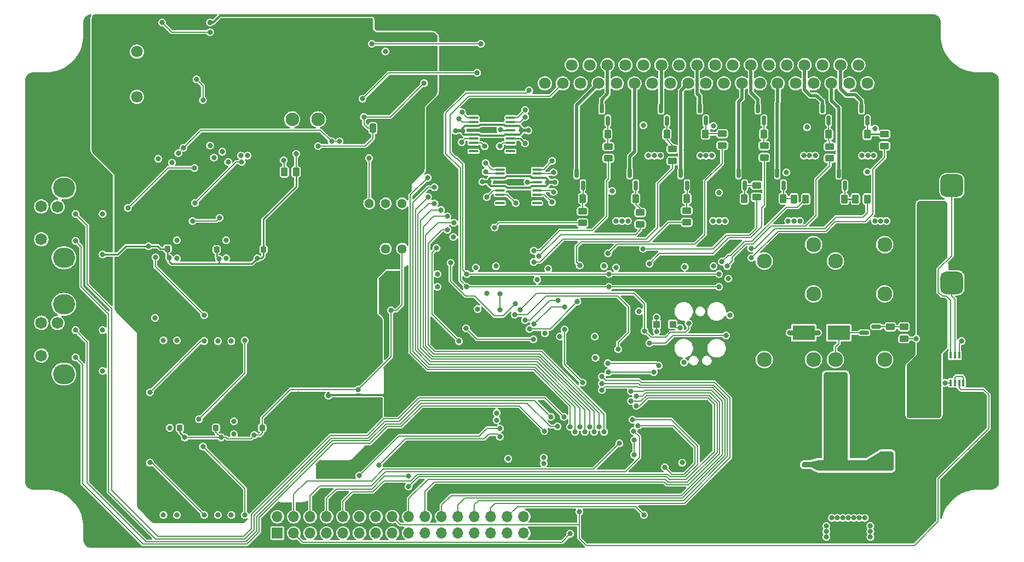
<source format=gbl>
%TF.GenerationSoftware,KiCad,Pcbnew,(6.0.2)*%
%TF.CreationDate,2022-08-07T22:17:39-07:00*%
%TF.ProjectId,LightDrum,4c696768-7444-4727-956d-2e6b69636164,rev?*%
%TF.SameCoordinates,Original*%
%TF.FileFunction,Copper,L4,Bot*%
%TF.FilePolarity,Positive*%
%FSLAX46Y46*%
G04 Gerber Fmt 4.6, Leading zero omitted, Abs format (unit mm)*
G04 Created by KiCad (PCBNEW (6.0.2)) date 2022-08-07 22:17:39*
%MOMM*%
%LPD*%
G01*
G04 APERTURE LIST*
G04 Aperture macros list*
%AMRoundRect*
0 Rectangle with rounded corners*
0 $1 Rounding radius*
0 $2 $3 $4 $5 $6 $7 $8 $9 X,Y pos of 4 corners*
0 Add a 4 corners polygon primitive as box body*
4,1,4,$2,$3,$4,$5,$6,$7,$8,$9,$2,$3,0*
0 Add four circle primitives for the rounded corners*
1,1,$1+$1,$2,$3*
1,1,$1+$1,$4,$5*
1,1,$1+$1,$6,$7*
1,1,$1+$1,$8,$9*
0 Add four rect primitives between the rounded corners*
20,1,$1+$1,$2,$3,$4,$5,0*
20,1,$1+$1,$4,$5,$6,$7,0*
20,1,$1+$1,$6,$7,$8,$9,0*
20,1,$1+$1,$8,$9,$2,$3,0*%
G04 Aperture macros list end*
%TA.AperFunction,ComponentPad*%
%ADD10R,1.700000X1.700000*%
%TD*%
%TA.AperFunction,ComponentPad*%
%ADD11O,1.700000X1.700000*%
%TD*%
%TA.AperFunction,ComponentPad*%
%ADD12O,3.400000X3.100000*%
%TD*%
%TA.AperFunction,ComponentPad*%
%ADD13C,1.820000*%
%TD*%
%TA.AperFunction,ComponentPad*%
%ADD14C,0.500000*%
%TD*%
%TA.AperFunction,SMDPad,CuDef*%
%ADD15R,1.800000X2.500000*%
%TD*%
%TA.AperFunction,ComponentPad*%
%ADD16C,2.600000*%
%TD*%
%TA.AperFunction,ComponentPad*%
%ADD17C,2.300000*%
%TD*%
%TA.AperFunction,ComponentPad*%
%ADD18R,3.500000X3.500000*%
%TD*%
%TA.AperFunction,ComponentPad*%
%ADD19RoundRect,0.750000X0.750000X1.000000X-0.750000X1.000000X-0.750000X-1.000000X0.750000X-1.000000X0*%
%TD*%
%TA.AperFunction,ComponentPad*%
%ADD20RoundRect,0.875000X0.875000X0.875000X-0.875000X0.875000X-0.875000X-0.875000X0.875000X-0.875000X0*%
%TD*%
%TA.AperFunction,ComponentPad*%
%ADD21C,2.100000*%
%TD*%
%TA.AperFunction,ComponentPad*%
%ADD22C,1.440000*%
%TD*%
%TA.AperFunction,ComponentPad*%
%ADD23C,5.000000*%
%TD*%
%TA.AperFunction,ComponentPad*%
%ADD24C,4.200000*%
%TD*%
%TA.AperFunction,ComponentPad*%
%ADD25C,1.800000*%
%TD*%
%TA.AperFunction,WasherPad*%
%ADD26C,1.800000*%
%TD*%
%TA.AperFunction,SMDPad,CuDef*%
%ADD27RoundRect,0.250000X0.450000X-0.262500X0.450000X0.262500X-0.450000X0.262500X-0.450000X-0.262500X0*%
%TD*%
%TA.AperFunction,SMDPad,CuDef*%
%ADD28RoundRect,0.250000X0.262500X0.450000X-0.262500X0.450000X-0.262500X-0.450000X0.262500X-0.450000X0*%
%TD*%
%TA.AperFunction,SMDPad,CuDef*%
%ADD29RoundRect,0.150000X0.150000X-0.587500X0.150000X0.587500X-0.150000X0.587500X-0.150000X-0.587500X0*%
%TD*%
%TA.AperFunction,SMDPad,CuDef*%
%ADD30RoundRect,0.225000X-0.225000X-0.250000X0.225000X-0.250000X0.225000X0.250000X-0.225000X0.250000X0*%
%TD*%
%TA.AperFunction,SMDPad,CuDef*%
%ADD31RoundRect,0.250000X-0.262500X-0.450000X0.262500X-0.450000X0.262500X0.450000X-0.262500X0.450000X0*%
%TD*%
%TA.AperFunction,SMDPad,CuDef*%
%ADD32RoundRect,0.150000X0.587500X0.150000X-0.587500X0.150000X-0.587500X-0.150000X0.587500X-0.150000X0*%
%TD*%
%TA.AperFunction,SMDPad,CuDef*%
%ADD33RoundRect,0.250000X1.100000X-0.325000X1.100000X0.325000X-1.100000X0.325000X-1.100000X-0.325000X0*%
%TD*%
%TA.AperFunction,SMDPad,CuDef*%
%ADD34RoundRect,0.250000X-0.550000X1.050000X-0.550000X-1.050000X0.550000X-1.050000X0.550000X1.050000X0*%
%TD*%
%TA.AperFunction,SMDPad,CuDef*%
%ADD35R,1.000000X1.000000*%
%TD*%
%TA.AperFunction,SMDPad,CuDef*%
%ADD36RoundRect,0.225000X0.225000X0.250000X-0.225000X0.250000X-0.225000X-0.250000X0.225000X-0.250000X0*%
%TD*%
%TA.AperFunction,SMDPad,CuDef*%
%ADD37RoundRect,0.250000X-0.450000X0.262500X-0.450000X-0.262500X0.450000X-0.262500X0.450000X0.262500X0*%
%TD*%
%TA.AperFunction,SMDPad,CuDef*%
%ADD38RoundRect,0.100000X0.637500X0.100000X-0.637500X0.100000X-0.637500X-0.100000X0.637500X-0.100000X0*%
%TD*%
%TA.AperFunction,SMDPad,CuDef*%
%ADD39R,0.400000X1.100000*%
%TD*%
%TA.AperFunction,SMDPad,CuDef*%
%ADD40RoundRect,0.250000X-0.250000X-0.475000X0.250000X-0.475000X0.250000X0.475000X-0.250000X0.475000X0*%
%TD*%
%TA.AperFunction,SMDPad,CuDef*%
%ADD41R,3.500000X2.300000*%
%TD*%
%TA.AperFunction,ViaPad*%
%ADD42C,0.800000*%
%TD*%
%TA.AperFunction,Conductor*%
%ADD43C,0.200000*%
%TD*%
%TA.AperFunction,Conductor*%
%ADD44C,0.250000*%
%TD*%
%TA.AperFunction,Conductor*%
%ADD45C,0.220000*%
%TD*%
%TA.AperFunction,Conductor*%
%ADD46C,0.500000*%
%TD*%
%TA.AperFunction,Conductor*%
%ADD47C,0.300000*%
%TD*%
%TA.AperFunction,Conductor*%
%ADD48C,0.750000*%
%TD*%
%TA.AperFunction,Conductor*%
%ADD49C,0.360000*%
%TD*%
G04 APERTURE END LIST*
D10*
X72700000Y-114000000D03*
D11*
X72700000Y-111460000D03*
X75240000Y-114000000D03*
X75240000Y-111460000D03*
X77780000Y-114000000D03*
X77780000Y-111460000D03*
X80320000Y-114000000D03*
X80320000Y-111460000D03*
X82860000Y-114000000D03*
X82860000Y-111460000D03*
X85400000Y-114000000D03*
X85400000Y-111460000D03*
X87940000Y-114000000D03*
X87940000Y-111460000D03*
X90480000Y-114000000D03*
X90480000Y-111460000D03*
X93020000Y-114000000D03*
X93020000Y-111460000D03*
X95560000Y-114000000D03*
X95560000Y-111460000D03*
X98100000Y-114000000D03*
X98100000Y-111460000D03*
X100640000Y-114000000D03*
X100640000Y-111460000D03*
X103180000Y-114000000D03*
X103180000Y-111460000D03*
X105720000Y-114000000D03*
X105720000Y-111460000D03*
X108260000Y-114000000D03*
X108260000Y-111460000D03*
X110800000Y-114000000D03*
X110800000Y-111460000D03*
X113340000Y-114000000D03*
X113340000Y-111460000D03*
D12*
X39718000Y-89400000D03*
X39718000Y-78600000D03*
D13*
X36218000Y-81460000D03*
X36218000Y-86540000D03*
X36218000Y-84000000D03*
X38718000Y-81500000D03*
X38718000Y-86500000D03*
D14*
X149350000Y-103000000D03*
X150650000Y-104000000D03*
D15*
X150000000Y-104000000D03*
D14*
X150650000Y-103000000D03*
X149350000Y-104000000D03*
X149350000Y-105000000D03*
X150650000Y-105000000D03*
D16*
X172550000Y-91000000D03*
X172550000Y-94400000D03*
X159050000Y-94400000D03*
X159050000Y-91000000D03*
D17*
X155610000Y-87160000D03*
X155610000Y-77000000D03*
X155610000Y-69380000D03*
X147990000Y-71920000D03*
X147990000Y-87160000D03*
D18*
X174000000Y-64957500D03*
D19*
X180000000Y-64957500D03*
D20*
X177000000Y-60257500D03*
D21*
X71000000Y-50000000D03*
X75000000Y-50000000D03*
X79000000Y-50000000D03*
D22*
X92000000Y-63000000D03*
X89460000Y-63000000D03*
X86920000Y-63000000D03*
D23*
X179000000Y-55000000D03*
X39000000Y-55000000D03*
D18*
X174000000Y-79957500D03*
D19*
X180000000Y-79957500D03*
D20*
X177000000Y-75257500D03*
D23*
X39000000Y-95000000D03*
D17*
X166610000Y-87160000D03*
X166610000Y-77000000D03*
X166610000Y-69380000D03*
X158990000Y-71920000D03*
X158990000Y-87160000D03*
D24*
X170750000Y-43000000D03*
X107250000Y-43000000D03*
D25*
X163930000Y-44420000D03*
X161160000Y-44420000D03*
X158390000Y-44420000D03*
X155620000Y-44420000D03*
X152850000Y-44420000D03*
X150080000Y-44420000D03*
X147310000Y-44420000D03*
X144540000Y-44420000D03*
X141770000Y-44420000D03*
X139000000Y-44420000D03*
X136230000Y-44420000D03*
X133460000Y-44420000D03*
X130690000Y-44420000D03*
X127920000Y-44420000D03*
X125150000Y-44420000D03*
X122380000Y-44420000D03*
X119610000Y-44420000D03*
X116840000Y-44420000D03*
X114070000Y-44420000D03*
X162545000Y-41580000D03*
X159775000Y-41580000D03*
X157005000Y-41580000D03*
X154235000Y-41580000D03*
X151465000Y-41580000D03*
X148695000Y-41580000D03*
X145925000Y-41580000D03*
X143155000Y-41580000D03*
X140385000Y-41580000D03*
X137615000Y-41580000D03*
X134845000Y-41580000D03*
X132075000Y-41580000D03*
X129305000Y-41580000D03*
X126535000Y-41580000D03*
X123765000Y-41580000D03*
X120995000Y-41580000D03*
X118225000Y-41580000D03*
X115455000Y-41580000D03*
D12*
X39718000Y-60600000D03*
X39718000Y-71400000D03*
D13*
X36218000Y-63460000D03*
X36218000Y-68540000D03*
X36218000Y-66000000D03*
X38718000Y-63500000D03*
X38718000Y-68500000D03*
D23*
X179000000Y-95000000D03*
D22*
X92000000Y-70000000D03*
X89460000Y-70000000D03*
X86920000Y-70000000D03*
D26*
X51000000Y-39500000D03*
X51000000Y-46500000D03*
D27*
X166600000Y-54112500D03*
X166600000Y-52287500D03*
D28*
X154412500Y-62300000D03*
X152587500Y-62300000D03*
D27*
X148000000Y-55879500D03*
X148000000Y-54054500D03*
D29*
X119959000Y-60184500D03*
X118059000Y-60184500D03*
X119009000Y-58309500D03*
X157959000Y-50184500D03*
X156059000Y-50184500D03*
X157009000Y-48309500D03*
D30*
X63325000Y-70100000D03*
X64875000Y-70100000D03*
D31*
X73787500Y-58100000D03*
X75612500Y-58100000D03*
D29*
X136050000Y-60184500D03*
X134150000Y-60184500D03*
X135100000Y-58309500D03*
D32*
X165337500Y-82050000D03*
X165337500Y-83950000D03*
X163462500Y-83000000D03*
D33*
X162000000Y-106475000D03*
X162000000Y-103525000D03*
D28*
X144921500Y-62247000D03*
X143096500Y-62247000D03*
D34*
X167000000Y-102800000D03*
X167000000Y-106400000D03*
D27*
X146800000Y-62012500D03*
X146800000Y-60187500D03*
D28*
X150921500Y-62247000D03*
X149096500Y-62247000D03*
X138921500Y-52247000D03*
X137096500Y-52247000D03*
D27*
X128800000Y-66212500D03*
X128800000Y-64387500D03*
D28*
X163912500Y-62300000D03*
X162087500Y-62300000D03*
D35*
X131350000Y-81700000D03*
X133850000Y-81700000D03*
D28*
X123796500Y-52247000D03*
X121971500Y-52247000D03*
D27*
X141500000Y-54012500D03*
X141500000Y-52187500D03*
D36*
X70575000Y-70100000D03*
X69025000Y-70100000D03*
D30*
X63225000Y-97700000D03*
X64775000Y-97700000D03*
D29*
X144959000Y-60184500D03*
X143059000Y-60184500D03*
X144009000Y-58309500D03*
D27*
X169600000Y-83912500D03*
X169600000Y-82087500D03*
X119900000Y-66012500D03*
X119900000Y-64187500D03*
D28*
X128112500Y-62247000D03*
X126287500Y-62247000D03*
X119921500Y-62247000D03*
X118096500Y-62247000D03*
X136012500Y-62247000D03*
X134187500Y-62247000D03*
D29*
X150959000Y-60184500D03*
X149059000Y-60184500D03*
X150009000Y-58309500D03*
D30*
X55725000Y-70000000D03*
X57275000Y-70000000D03*
X57625000Y-97700000D03*
X59175000Y-97700000D03*
D28*
X160412500Y-62300000D03*
X158587500Y-62300000D03*
D37*
X167500000Y-82087500D03*
X167500000Y-83912500D03*
D28*
X132921500Y-52247000D03*
X131096500Y-52247000D03*
D27*
X158100000Y-56006500D03*
X158100000Y-54181500D03*
D29*
X160450000Y-60237500D03*
X158550000Y-60237500D03*
X159500000Y-58362500D03*
D28*
X147921500Y-52247000D03*
X146096500Y-52247000D03*
D27*
X123900000Y-56006500D03*
X123900000Y-54181500D03*
D29*
X163959000Y-50184500D03*
X162059000Y-50184500D03*
X163009000Y-48309500D03*
X123834000Y-50189500D03*
X121934000Y-50189500D03*
X122884000Y-48314500D03*
D28*
X157959500Y-52300000D03*
X156134500Y-52300000D03*
D29*
X128150000Y-60184500D03*
X126250000Y-60184500D03*
X127200000Y-58309500D03*
D27*
X133800000Y-56412500D03*
X133800000Y-54587500D03*
D38*
X112862500Y-57075000D03*
X112862500Y-57725000D03*
X112862500Y-58375000D03*
X112862500Y-59025000D03*
X112862500Y-59675000D03*
X112862500Y-60325000D03*
X112862500Y-60975000D03*
X112862500Y-61625000D03*
X112862500Y-62275000D03*
X112862500Y-62925000D03*
X107137500Y-62925000D03*
X107137500Y-62275000D03*
X107137500Y-61625000D03*
X107137500Y-60975000D03*
X107137500Y-60325000D03*
X107137500Y-59675000D03*
X107137500Y-59025000D03*
X107137500Y-58375000D03*
X107137500Y-57725000D03*
X107137500Y-57075000D03*
D29*
X138959000Y-50184500D03*
X137059000Y-50184500D03*
X138009000Y-48309500D03*
X147959000Y-50184500D03*
X146059000Y-50184500D03*
X147009000Y-48309500D03*
D38*
X108771500Y-49075000D03*
X108771500Y-49725000D03*
X108771500Y-50375000D03*
X108771500Y-51025000D03*
X108771500Y-51675000D03*
X108771500Y-52325000D03*
X108771500Y-52975000D03*
X108771500Y-53625000D03*
X108771500Y-54275000D03*
X108771500Y-54925000D03*
X103046500Y-54925000D03*
X103046500Y-54275000D03*
X103046500Y-53625000D03*
X103046500Y-52975000D03*
X103046500Y-52325000D03*
X103046500Y-51675000D03*
X103046500Y-51025000D03*
X103046500Y-50375000D03*
X103046500Y-49725000D03*
X103046500Y-49075000D03*
D39*
X176825000Y-86450000D03*
X177475000Y-86450000D03*
X178125000Y-86450000D03*
X178775000Y-86450000D03*
X178775000Y-90750000D03*
X178125000Y-90750000D03*
X177475000Y-90750000D03*
X176825000Y-90750000D03*
D40*
X87494000Y-51349000D03*
X89394000Y-51349000D03*
D33*
X158000000Y-106475000D03*
X158000000Y-103525000D03*
D36*
X70375000Y-97700000D03*
X68825000Y-97700000D03*
D41*
X154100000Y-83000000D03*
X159500000Y-83000000D03*
D27*
X136000000Y-65912500D03*
X136000000Y-64087500D03*
D28*
X163928500Y-52300000D03*
X162103500Y-52300000D03*
D29*
X132959000Y-50189500D03*
X131059000Y-50189500D03*
X132009000Y-48314500D03*
D42*
X41500000Y-64600000D03*
X117000000Y-96000000D03*
X41500000Y-82600000D03*
X116000000Y-97500000D03*
X115000000Y-96000000D03*
X41500000Y-68800000D03*
X41500000Y-86800000D03*
X114000000Y-98200000D03*
X105100000Y-76900000D03*
X112900000Y-74800000D03*
X131350000Y-82800000D03*
X164400000Y-112900000D03*
X106600000Y-96500000D03*
X69155378Y-98844622D03*
X131350000Y-80600000D03*
X111400000Y-59700000D03*
X164400000Y-113750000D03*
X164400000Y-114600000D03*
X121800000Y-83600000D03*
X95400000Y-44400000D03*
X69600000Y-71500000D03*
X45700000Y-70900000D03*
X90300000Y-79550000D03*
X157600000Y-114600000D03*
X64000000Y-99200000D03*
X162700000Y-111650000D03*
X56000000Y-71400000D03*
X106600000Y-95400000D03*
X52800000Y-69600000D03*
X63700000Y-71600000D03*
X113900000Y-102300000D03*
X157600000Y-113750000D03*
X163550000Y-111650000D03*
X142425000Y-74625000D03*
X86100000Y-49600000D03*
X161850000Y-111650000D03*
X113900000Y-103200000D03*
X103400000Y-72900000D03*
X97450000Y-75900000D03*
X135300000Y-103100000D03*
X103675000Y-79325000D03*
X62300000Y-54050000D03*
X159300000Y-111650000D03*
X85200000Y-91800000D03*
X75612500Y-55287500D03*
X45700000Y-88900000D03*
X45700000Y-82600000D03*
X79000000Y-54100000D03*
X135700000Y-72800000D03*
X97450000Y-73900000D03*
X125100000Y-72900000D03*
X161000000Y-111650000D03*
X45700000Y-64600000D03*
X158450000Y-111650000D03*
X175950000Y-90750000D03*
X107200000Y-51600000D03*
X89400000Y-39500000D03*
X157600000Y-112900000D03*
X58400000Y-99200000D03*
X160150000Y-111650000D03*
X129450000Y-74950000D03*
X116600000Y-56400000D03*
X142650000Y-69699500D03*
X116600000Y-72500000D03*
X120050000Y-74700000D03*
X151200000Y-56000000D03*
X169000000Y-109400000D03*
X45700000Y-68800000D03*
X122900000Y-107400000D03*
X89200000Y-75800000D03*
X113900000Y-107400000D03*
X120900000Y-56000000D03*
X108800000Y-56200000D03*
X120400000Y-87000000D03*
X133800000Y-46800000D03*
X164000000Y-67100000D03*
X45700000Y-84700000D03*
X125500000Y-80150000D03*
X145200000Y-100400000D03*
X109600000Y-59700000D03*
X150900000Y-54500000D03*
X157500000Y-63900000D03*
X104400000Y-51700000D03*
X94600000Y-89600000D03*
X145600000Y-55900000D03*
X121300000Y-47700000D03*
X136600000Y-74900000D03*
X167600000Y-49900000D03*
X173000000Y-104400000D03*
X112000000Y-92100000D03*
X111200000Y-62900000D03*
X134000000Y-72500000D03*
X116200000Y-107400000D03*
X128900000Y-56300000D03*
X149200000Y-113100000D03*
X112900000Y-56200000D03*
X45700000Y-66700000D03*
X138400000Y-98100000D03*
X117400000Y-50500000D03*
X154800000Y-105000000D03*
X166000000Y-62800000D03*
X118000000Y-72500000D03*
X108000000Y-72500000D03*
X132400000Y-63900000D03*
X129400000Y-48000000D03*
X146100000Y-75300000D03*
X122500000Y-63900000D03*
X91100000Y-93500000D03*
X162900000Y-63700000D03*
X165000000Y-48000000D03*
X62300000Y-35000000D03*
X133000000Y-60800000D03*
X118000000Y-74900000D03*
X120900000Y-54409500D03*
X98150000Y-78800000D03*
X165500000Y-105800000D03*
X133300000Y-68600000D03*
X115500000Y-74900000D03*
X109350000Y-70550000D03*
X167500000Y-46800000D03*
X148500000Y-47900000D03*
X89200000Y-77900000D03*
X131500000Y-74900000D03*
X130200000Y-103900000D03*
X96900000Y-84250000D03*
X135949500Y-54700000D03*
X45700000Y-86800000D03*
X131500000Y-72500000D03*
X45700000Y-62500000D03*
X151900000Y-110400000D03*
X107100000Y-56200000D03*
X123800000Y-93400000D03*
X118000000Y-110700000D03*
X100100000Y-53000000D03*
X148400000Y-64100000D03*
X105500000Y-51700000D03*
X123400000Y-80150000D03*
X179700000Y-86450000D03*
X165500000Y-107100000D03*
X150400000Y-65700000D03*
X143900000Y-64200000D03*
X160900000Y-54600000D03*
X164700000Y-46800000D03*
X114400000Y-99300000D03*
X134000000Y-74900000D03*
X155600000Y-105700000D03*
X151900000Y-114250000D03*
X80600000Y-92700000D03*
X168700000Y-85350000D03*
X137900000Y-63700000D03*
X173000000Y-105300000D03*
X162000000Y-60200000D03*
X153600000Y-48200000D03*
X94300000Y-35000000D03*
X45700000Y-80500000D03*
X108600000Y-59700000D03*
X149200000Y-115200000D03*
X117400000Y-48100000D03*
X139600000Y-81400000D03*
X158300000Y-48500000D03*
X91100000Y-95600000D03*
X123000000Y-66900000D03*
X104500000Y-49100000D03*
X138400000Y-95900000D03*
X106400000Y-47400000D03*
X142300000Y-48500000D03*
X137700000Y-65100000D03*
X126050000Y-70500000D03*
X161000000Y-48800000D03*
X111600000Y-107400000D03*
X169000000Y-110300000D03*
X127600000Y-85700000D03*
X120200000Y-79300000D03*
X124800000Y-62600000D03*
X162600000Y-67100000D03*
X144700000Y-79500000D03*
X126462427Y-54578530D03*
X102900000Y-98200000D03*
X144900000Y-54409500D03*
X108800000Y-48000000D03*
X136000000Y-46800000D03*
X157600000Y-65300000D03*
X120200000Y-82700000D03*
X154300000Y-58400000D03*
X108000000Y-74900000D03*
X125600000Y-100100000D03*
X128200000Y-94300000D03*
X93000000Y-106800000D03*
X93000000Y-105200000D03*
X61200000Y-47000000D03*
X109500000Y-78500000D03*
X60200000Y-43800000D03*
X99500000Y-72200000D03*
X99900000Y-68200000D03*
X117100000Y-82500000D03*
X127400000Y-93550000D03*
X114600000Y-73100000D03*
X119900000Y-90700000D03*
X130250000Y-84600000D03*
X111000000Y-81050000D03*
X142100000Y-83400000D03*
X116100000Y-78000000D03*
X129500000Y-82700000D03*
X136300000Y-81550500D03*
X110250000Y-79450000D03*
X117100000Y-79000000D03*
X142700000Y-80300000D03*
X112400000Y-81650000D03*
X128600000Y-79700000D03*
X130900000Y-89100000D03*
X123900000Y-89100000D03*
X131700000Y-88100000D03*
X123800000Y-87700000D03*
X111699500Y-82400000D03*
X119100000Y-78200000D03*
X109400000Y-80200000D03*
X125400000Y-85550000D03*
X135600000Y-87600000D03*
X121900000Y-86909763D03*
X128500000Y-97350000D03*
X132600000Y-103800000D03*
X129400000Y-111200000D03*
X122900000Y-91849503D03*
X122900000Y-90850000D03*
X122900000Y-89800000D03*
X141000000Y-73900000D03*
X107150000Y-79400000D03*
X116400000Y-83600000D03*
X107150000Y-77000000D03*
X124000000Y-73900000D03*
X102000000Y-73900000D03*
X124000000Y-75900000D03*
X141000000Y-75900000D03*
X114100000Y-83100000D03*
X111650000Y-45500000D03*
X102000000Y-75900000D03*
X127400000Y-92050000D03*
X128200000Y-92800000D03*
X127650000Y-96450000D03*
X109550000Y-62950000D03*
X99000000Y-67050000D03*
X123250000Y-98350000D03*
X95950000Y-59000000D03*
X118000000Y-97550000D03*
X101250000Y-48900000D03*
X98000000Y-64000000D03*
X115200000Y-56400000D03*
X121000000Y-97550000D03*
X107100000Y-54150000D03*
X120250000Y-98350000D03*
X97000000Y-63000000D03*
X111000000Y-48550000D03*
X97000000Y-60500000D03*
X118750000Y-98350000D03*
X100000000Y-66000000D03*
X115150000Y-62800000D03*
X122450000Y-97550000D03*
X119500000Y-97550000D03*
X104750000Y-54150000D03*
X96000000Y-62000000D03*
X99000000Y-65000000D03*
X104900000Y-56750000D03*
X121700000Y-98350000D03*
X85400000Y-105100000D03*
X107100000Y-97800000D03*
X53000000Y-103100000D03*
X61400000Y-111200000D03*
X61200000Y-100600000D03*
X67700000Y-111200000D03*
X67700000Y-84200000D03*
X60600000Y-96400000D03*
X154200000Y-103400000D03*
X156300000Y-83000000D03*
X151900000Y-83000000D03*
X155200000Y-103400000D03*
X163900000Y-58100000D03*
X104900000Y-58100000D03*
X154600000Y-51200000D03*
X101200000Y-53500000D03*
X115400000Y-61200000D03*
X141000000Y-61300000D03*
X111000000Y-49600000D03*
X129300000Y-50900000D03*
X111000000Y-53700000D03*
X165100000Y-51400000D03*
X151400000Y-58200000D03*
X115400000Y-58200000D03*
X140150500Y-51000000D03*
X100800000Y-49900000D03*
X105100000Y-62000000D03*
X124500000Y-61100000D03*
X111500000Y-51700000D03*
X141900000Y-65700000D03*
X163100000Y-55600000D03*
X155000000Y-55600000D03*
X166900000Y-65700000D03*
X115600000Y-59700000D03*
X164000000Y-55600000D03*
X131900000Y-55600000D03*
X155900000Y-55600000D03*
X118000000Y-114100000D03*
X165100000Y-65700000D03*
X100300000Y-51725000D03*
X110400000Y-51700000D03*
X152600000Y-65700000D03*
X105471500Y-59625000D03*
X166000000Y-65700000D03*
X154100000Y-55600000D03*
X139000000Y-55600000D03*
X101371500Y-51725000D03*
X141000000Y-65700000D03*
X125100000Y-65700000D03*
X153500000Y-65700000D03*
X140100000Y-65700000D03*
X104400000Y-59625000D03*
X139900000Y-55600000D03*
X114525000Y-59675000D03*
X126000000Y-65700000D03*
X126900000Y-65700000D03*
X151700000Y-65700000D03*
X138100000Y-55600000D03*
X131000000Y-55600000D03*
X164900000Y-55600000D03*
X130100000Y-55600000D03*
X145950000Y-69950000D03*
X146000000Y-71400000D03*
X141450000Y-72000000D03*
X142250000Y-72700000D03*
X129250000Y-69999500D03*
X130250000Y-72300000D03*
X119450000Y-72600000D03*
X123850000Y-70700000D03*
X113150000Y-71150000D03*
X112350000Y-72050000D03*
X106300000Y-66700000D03*
X112350000Y-70300000D03*
X106500000Y-72700000D03*
X123200000Y-72700000D03*
X140150000Y-72700000D03*
X61400000Y-84300000D03*
X53000000Y-92200000D03*
X54900000Y-35000000D03*
X62300000Y-36500000D03*
X88400000Y-103500000D03*
X107100000Y-99100000D03*
X103600000Y-42800000D03*
X85900000Y-46800000D03*
X104200000Y-38300000D03*
X87300000Y-38300000D03*
X86900000Y-56000000D03*
X127800000Y-98200000D03*
X73700000Y-56300000D03*
X119400000Y-110700000D03*
X108400000Y-102500000D03*
X97300000Y-69900000D03*
X100800000Y-84300000D03*
X135000000Y-82250000D03*
X178500000Y-84300000D03*
X171500000Y-83900000D03*
X127900000Y-99600000D03*
X127900000Y-101900000D03*
X63800000Y-65200000D03*
X59600000Y-65700000D03*
X67200000Y-56600000D03*
X60000000Y-62900000D03*
X61400000Y-80300000D03*
X53850000Y-71350000D03*
X64800000Y-68700500D03*
X67100000Y-55600000D03*
X65100000Y-56600000D03*
X64200000Y-55000000D03*
X68100000Y-55600000D03*
X65600000Y-84300000D03*
X64800000Y-71500000D03*
X66000000Y-98700000D03*
X63500000Y-84300000D03*
X57200000Y-84200000D03*
X66000000Y-96700000D03*
X57200000Y-71500000D03*
X55100000Y-84200000D03*
X57200000Y-111200000D03*
X56400000Y-56700000D03*
X62900000Y-55900000D03*
X65600000Y-111200000D03*
X54300000Y-56100000D03*
X63500000Y-111200000D03*
X56100000Y-97700000D03*
X57200000Y-68700000D03*
X55100000Y-111200000D03*
X53800000Y-80700000D03*
X59900000Y-57500000D03*
X49600000Y-63700000D03*
X57400000Y-55200000D03*
X58200000Y-54400000D03*
X82300000Y-53400000D03*
X81100000Y-53400000D03*
X112300000Y-84000000D03*
X101900000Y-82300000D03*
X68000000Y-47500000D03*
X50000000Y-78500000D03*
X78500000Y-93100000D03*
X74500000Y-41000000D03*
X70000000Y-84500000D03*
X80000000Y-73500000D03*
X87500000Y-40500000D03*
X60000000Y-47500000D03*
X80000000Y-67500000D03*
X74000000Y-70000000D03*
X58400000Y-96200000D03*
X71500000Y-86500000D03*
X77000000Y-66500000D03*
X46500000Y-54000000D03*
X68000000Y-49500000D03*
X73900000Y-52900000D03*
X67000000Y-35000000D03*
X71500000Y-81500000D03*
X77500000Y-63000000D03*
X52500000Y-83500000D03*
X51000000Y-37500000D03*
X64000000Y-49500000D03*
X69500000Y-109000000D03*
X79000000Y-88000000D03*
X76000000Y-96500000D03*
X50000000Y-74500000D03*
X50500000Y-52000000D03*
X47500000Y-55500000D03*
X62000000Y-98000000D03*
X74500000Y-35000000D03*
X72000000Y-84500000D03*
X76000000Y-82000000D03*
X80000000Y-65500000D03*
X73500000Y-86500000D03*
X76000000Y-62000000D03*
X77000000Y-68500000D03*
X79500000Y-97500000D03*
X76000000Y-94500000D03*
X79500000Y-39000000D03*
X82500000Y-39500000D03*
X50500000Y-54000000D03*
X74000000Y-96500000D03*
X76000000Y-98500000D03*
X84500000Y-35000000D03*
X69500000Y-41000000D03*
X79500000Y-43500000D03*
X84500000Y-97500000D03*
X86900000Y-93500000D03*
X51000000Y-41500000D03*
X60500000Y-98000000D03*
X53000000Y-100500000D03*
X74000000Y-98500000D03*
X64500000Y-35000000D03*
X76000000Y-102500000D03*
X60000000Y-111500000D03*
X80000000Y-75500000D03*
X90300000Y-53100000D03*
X50000000Y-76500000D03*
X71175000Y-57825000D03*
X82500000Y-44500000D03*
X77500000Y-60000000D03*
X85000000Y-86500000D03*
X84000000Y-47500000D03*
X73500000Y-81500000D03*
X69500000Y-35000000D03*
X61000000Y-82500000D03*
X60000000Y-49500000D03*
X80000000Y-46500000D03*
X64500000Y-41000000D03*
X53000000Y-94500000D03*
X72000000Y-98500000D03*
X85000000Y-39500000D03*
X86900000Y-95600000D03*
X77000000Y-74500000D03*
X55900000Y-68700000D03*
X64000000Y-96200500D03*
X63500000Y-68600000D03*
X72000000Y-39000000D03*
X69136974Y-96546218D03*
X81000000Y-78500000D03*
X50000000Y-68500000D03*
X63000000Y-81000000D03*
X77000000Y-72500000D03*
X76000000Y-86500000D03*
X72000000Y-43000000D03*
X67000000Y-70100000D03*
X80000000Y-77500000D03*
X72000000Y-70000000D03*
X76500000Y-65000000D03*
X51000000Y-43500000D03*
X62000000Y-39000000D03*
X85000000Y-84500000D03*
X77000000Y-70500000D03*
X81800000Y-95700000D03*
X77000000Y-39000000D03*
X77000000Y-76500000D03*
X87000000Y-35000000D03*
X77000000Y-78500000D03*
X84200000Y-49400000D03*
X55000000Y-96500000D03*
X51000000Y-35500000D03*
X79500000Y-35000000D03*
X53000000Y-98500000D03*
X82500000Y-41500000D03*
X85000000Y-41500000D03*
X80000000Y-71500000D03*
X82000000Y-97500000D03*
X50000000Y-72500000D03*
X76000000Y-100500000D03*
X85000000Y-80500000D03*
X79000000Y-61500000D03*
X50000000Y-70500000D03*
X46500000Y-52000000D03*
X54500000Y-52000000D03*
X78500000Y-95500000D03*
X81800000Y-93400000D03*
X64000000Y-47500000D03*
X54500000Y-54000000D03*
X62000000Y-43000000D03*
X72200000Y-105800000D03*
X94000000Y-47500000D03*
X76500000Y-90000000D03*
X67000000Y-43000000D03*
X67000000Y-39000000D03*
X76000000Y-92500000D03*
X85000000Y-82500000D03*
X53000000Y-96500000D03*
X77000000Y-35000000D03*
X69600000Y-68700500D03*
X80000000Y-69500000D03*
X52500000Y-68100000D03*
X82000000Y-50000000D03*
X82000000Y-35000000D03*
X87000000Y-97500000D03*
X85000000Y-44000000D03*
X93100000Y-49000000D03*
X72000000Y-96500000D03*
X80000000Y-63500000D03*
X77000000Y-45500000D03*
X55000000Y-98500000D03*
X85200000Y-89400000D03*
X72000000Y-35000000D03*
D43*
X68700961Y-111099039D02*
X80900000Y-98900000D01*
X114100000Y-93100000D02*
X117000000Y-96000000D01*
X47100000Y-107400000D02*
X54200960Y-114500960D01*
X89200489Y-96299511D02*
X91389748Y-96299511D01*
X67504022Y-114500960D02*
X68700960Y-113304022D01*
X43300000Y-66400000D02*
X43300000Y-75500000D01*
X54200960Y-114500960D02*
X67504022Y-114500960D01*
X86600000Y-98900000D02*
X89200489Y-96299511D01*
X43300000Y-75500000D02*
X47100000Y-79300000D01*
X47100000Y-79300000D02*
X47100000Y-107400000D01*
X41500000Y-64600000D02*
X43300000Y-66400000D01*
X91389748Y-96299511D02*
X94589259Y-93100000D01*
X80900000Y-98900000D02*
X86600000Y-98900000D01*
X94589259Y-93100000D02*
X114100000Y-93100000D01*
X68700960Y-113304022D02*
X68700961Y-111099039D01*
X114900000Y-97500000D02*
X116000000Y-97500000D01*
X89531461Y-97098551D02*
X91720720Y-97098551D01*
X111300000Y-93900000D02*
X114900000Y-97500000D01*
X52400000Y-115300000D02*
X67834994Y-115300000D01*
X91720720Y-97098551D02*
X94919271Y-93900000D01*
X69500000Y-113634994D02*
X69500000Y-111430012D01*
X81230972Y-99699040D02*
X86930972Y-99699040D01*
X69500000Y-111430012D02*
X81230972Y-99699040D01*
X94919271Y-93900000D02*
X111300000Y-93900000D01*
X41500000Y-82600000D02*
X43300000Y-84400000D01*
X86930972Y-99699040D02*
X89531461Y-97098551D01*
X67834994Y-115300000D02*
X69500000Y-113634994D01*
X43300000Y-84400000D02*
X43300000Y-106200000D01*
X43300000Y-106200000D02*
X52400000Y-115300000D01*
X67669508Y-114900480D02*
X53900480Y-114900480D01*
X81065486Y-99299520D02*
X69100480Y-111264526D01*
X69100480Y-111264526D02*
X69100480Y-113469508D01*
X112500481Y-93500481D02*
X94753784Y-93500481D01*
X89365975Y-96699031D02*
X86765486Y-99299520D01*
X91555234Y-96699031D02*
X89365975Y-96699031D01*
X46600000Y-107600000D02*
X46600000Y-80100000D01*
X69100480Y-113469508D02*
X67669508Y-114900480D01*
X115000000Y-96000000D02*
X112500481Y-93500481D01*
X42400000Y-75900000D02*
X42400000Y-69700000D01*
X42400000Y-69700000D02*
X41500000Y-68800000D01*
X46600000Y-80100000D02*
X42400000Y-75900000D01*
X94753784Y-93500481D02*
X91555234Y-96699031D01*
X53900480Y-114900480D02*
X46600000Y-107600000D01*
X86765486Y-99299520D02*
X81065486Y-99299520D01*
X69900000Y-113800000D02*
X68000000Y-115700000D01*
X81396458Y-100098560D02*
X69900000Y-111595018D01*
X42600000Y-106400000D02*
X42600000Y-87900000D01*
X114000000Y-98200000D02*
X110100000Y-94300000D01*
X42600000Y-87900000D02*
X41500000Y-86800000D01*
X91886206Y-97498071D02*
X89696947Y-97498071D01*
X51900000Y-115700000D02*
X42600000Y-106400000D01*
X110100000Y-94300000D02*
X95084277Y-94300000D01*
X95084277Y-94300000D02*
X91886206Y-97498071D01*
X68000000Y-115700000D02*
X51900000Y-115700000D01*
X69900000Y-111595018D02*
X69900000Y-113800000D01*
X87096458Y-100098560D02*
X81396458Y-100098560D01*
X89696947Y-97498071D02*
X87096458Y-100098560D01*
D44*
X52800000Y-69600000D02*
X54200000Y-69600000D01*
D43*
X86100000Y-49600000D02*
X86100000Y-50700000D01*
D44*
X48000000Y-70900000D02*
X45700000Y-70900000D01*
X69600000Y-71500000D02*
X70200000Y-71500000D01*
D43*
X70375000Y-96125000D02*
X74700000Y-91800000D01*
D44*
X70575000Y-71125000D02*
X70575000Y-70100000D01*
D43*
X69155378Y-98844622D02*
X70055378Y-98844622D01*
X90200000Y-49600000D02*
X95400000Y-44400000D01*
X58400000Y-99200000D02*
X64000000Y-99200000D01*
X86749000Y-51349000D02*
X87494000Y-51349000D01*
D44*
X55725000Y-71125000D02*
X55725000Y-70000000D01*
X56300000Y-72300000D02*
X63700000Y-72300000D01*
X56000000Y-71400000D02*
X55725000Y-71125000D01*
D43*
X91150000Y-79550000D02*
X92000000Y-78700000D01*
X92000000Y-78700000D02*
X92000000Y-70000000D01*
X131350000Y-81700000D02*
X131350000Y-82800000D01*
D44*
X56000000Y-71400000D02*
X56000000Y-72000000D01*
X63700000Y-72300000D02*
X63700000Y-71600000D01*
D45*
X107275000Y-51675000D02*
X107200000Y-51600000D01*
D43*
X64800000Y-99200000D02*
X64000000Y-99200000D01*
D44*
X69600000Y-71500000D02*
X68800000Y-72300000D01*
X63325000Y-70100000D02*
X63325000Y-71225000D01*
D43*
X69155378Y-98844622D02*
X68600489Y-99399511D01*
D44*
X70575000Y-70100000D02*
X70575000Y-65425000D01*
D43*
X70375000Y-97700000D02*
X70375000Y-96125000D01*
X90300000Y-79550000D02*
X91150000Y-79550000D01*
X90300000Y-86700000D02*
X90300000Y-79550000D01*
D44*
X54600000Y-70000000D02*
X55725000Y-70000000D01*
D43*
X64999511Y-99399511D02*
X64800000Y-99200000D01*
X86100000Y-49600000D02*
X90200000Y-49600000D01*
X131350000Y-81700000D02*
X131350000Y-80600000D01*
D44*
X63325000Y-71225000D02*
X63700000Y-71600000D01*
X70575000Y-65425000D02*
X75612500Y-60387500D01*
D43*
X176825000Y-90750000D02*
X175950000Y-90750000D01*
X75612500Y-58100000D02*
X75612500Y-55287500D01*
D45*
X108771500Y-51675000D02*
X107275000Y-51675000D01*
D44*
X70200000Y-71500000D02*
X70575000Y-71125000D01*
D43*
X79000000Y-54100000D02*
X86300000Y-54100000D01*
D44*
X57625000Y-97700000D02*
X57625000Y-98425000D01*
D43*
X87494000Y-52906000D02*
X87494000Y-51349000D01*
X86100000Y-50700000D02*
X86749000Y-51349000D01*
D44*
X52800000Y-69600000D02*
X49300000Y-69600000D01*
D43*
X63225000Y-98425000D02*
X63225000Y-97700000D01*
D45*
X112862500Y-59675000D02*
X111425000Y-59675000D01*
D44*
X54200000Y-69600000D02*
X54600000Y-70000000D01*
X68800000Y-72300000D02*
X63700000Y-72300000D01*
D43*
X64000000Y-99200000D02*
X63225000Y-98425000D01*
D44*
X56000000Y-72000000D02*
X56300000Y-72300000D01*
D43*
X70055378Y-98844622D02*
X70375000Y-98525000D01*
X74700000Y-91800000D02*
X85200000Y-91800000D01*
X85200000Y-91800000D02*
X90300000Y-86700000D01*
X68600489Y-99399511D02*
X64999511Y-99399511D01*
D44*
X57625000Y-98425000D02*
X58400000Y-99200000D01*
D43*
X86300000Y-54100000D02*
X87494000Y-52906000D01*
X70375000Y-98525000D02*
X70375000Y-97700000D01*
D44*
X75612500Y-60387500D02*
X75612500Y-58100000D01*
X49300000Y-69600000D02*
X48000000Y-70900000D01*
D45*
X111425000Y-59675000D02*
X111400000Y-59700000D01*
D43*
X167462500Y-83950000D02*
X167500000Y-83912500D01*
X167500000Y-84900000D02*
X167800000Y-85200000D01*
D46*
X118059000Y-60184500D02*
X118059000Y-62209500D01*
X137059000Y-50184500D02*
X137059000Y-52209500D01*
X156059000Y-50184500D02*
X156059000Y-52224500D01*
D47*
X93300000Y-34000000D02*
X94300000Y-35000000D01*
D43*
X167500000Y-83912500D02*
X167500000Y-84900000D01*
D46*
X156059000Y-52224500D02*
X156134500Y-52300000D01*
X118059000Y-62209500D02*
X118096500Y-62247000D01*
D43*
X167950000Y-85350000D02*
X168700000Y-85350000D01*
D46*
X126250000Y-60184500D02*
X126250000Y-62209500D01*
X158550000Y-62262500D02*
X158587500Y-62300000D01*
X134150000Y-62209500D02*
X134187500Y-62247000D01*
X131059000Y-52209500D02*
X131096500Y-52247000D01*
D47*
X62800000Y-35000000D02*
X63800000Y-34000000D01*
D46*
X121934000Y-50189500D02*
X121934000Y-52209500D01*
X126250000Y-62209500D02*
X126287500Y-62247000D01*
X162059000Y-50184500D02*
X162059000Y-52255500D01*
D47*
X80649511Y-92650489D02*
X90250489Y-92650489D01*
D43*
X167800000Y-85200000D02*
X167950000Y-85350000D01*
X178775000Y-86450000D02*
X179700000Y-86450000D01*
D47*
X80600000Y-92700000D02*
X80649511Y-92650489D01*
D46*
X149059000Y-60184500D02*
X149059000Y-62209500D01*
X158550000Y-60237500D02*
X158550000Y-62262500D01*
X143059000Y-62209500D02*
X143096500Y-62247000D01*
X137059000Y-52209500D02*
X137096500Y-52247000D01*
X146059000Y-50184500D02*
X146059000Y-52209500D01*
X146059000Y-52209500D02*
X146096500Y-52247000D01*
X143059000Y-60184500D02*
X143059000Y-62209500D01*
X134150000Y-60184500D02*
X134150000Y-62209500D01*
X131059000Y-50189500D02*
X131059000Y-52209500D01*
X121934000Y-52209500D02*
X121971500Y-52247000D01*
D47*
X90250489Y-92650489D02*
X91100000Y-93500000D01*
D46*
X162059000Y-52255500D02*
X162103500Y-52300000D01*
D47*
X62300000Y-35000000D02*
X62800000Y-35000000D01*
D43*
X165337500Y-83950000D02*
X167462500Y-83950000D01*
D46*
X149059000Y-62209500D02*
X149096500Y-62247000D01*
D47*
X63800000Y-34000000D02*
X93300000Y-34000000D01*
D43*
X93100000Y-104098080D02*
X121601920Y-104098080D01*
X121601920Y-104098080D02*
X125600000Y-100100000D01*
X89100000Y-104100000D02*
X93100000Y-104100000D01*
X75240000Y-107960000D02*
X77300000Y-105900000D01*
X77300000Y-105900000D02*
X87300000Y-105900000D01*
X75240000Y-111460000D02*
X75240000Y-107960000D01*
X87300000Y-105900000D02*
X89100000Y-104100000D01*
X140300000Y-94090036D02*
X139307084Y-93097120D01*
X139307084Y-93097120D02*
X129947898Y-93097120D01*
X96230974Y-105299038D02*
X96233372Y-105296640D01*
X132872388Y-105296640D02*
X133271906Y-105696158D01*
X80320000Y-108680000D02*
X81800000Y-107200000D01*
X93000000Y-106800000D02*
X94501440Y-105298560D01*
X80320000Y-111460000D02*
X80320000Y-108680000D01*
X95568548Y-105298560D02*
X95569027Y-105299039D01*
X95569027Y-105299039D02*
X96230974Y-105299038D01*
X128745018Y-94300000D02*
X128200000Y-94300000D01*
X93000000Y-105200000D02*
X89300000Y-105200000D01*
X133271906Y-105696158D02*
X135943818Y-105696158D01*
X129947898Y-93097120D02*
X128745018Y-94300000D01*
X96233372Y-105296640D02*
X132872388Y-105296640D01*
X89300000Y-105200000D02*
X87300000Y-107200000D01*
X140300000Y-101339976D02*
X140300000Y-94090036D01*
X81800000Y-107200000D02*
X87300000Y-107200000D01*
X94501440Y-105298560D02*
X95568548Y-105298560D01*
X135943818Y-105696158D02*
X140300000Y-101339976D01*
X61200000Y-47000000D02*
X61200000Y-44800000D01*
X61200000Y-44800000D02*
X60200000Y-43800000D01*
X101800000Y-77300000D02*
X103200000Y-77300000D01*
X103200000Y-77300000D02*
X106300000Y-80400000D01*
X99500000Y-75000000D02*
X101800000Y-77300000D01*
X99500000Y-72200000D02*
X99500000Y-75000000D01*
X106300000Y-80400000D02*
X107600000Y-80400000D01*
X107600000Y-80400000D02*
X109500000Y-78500000D01*
X140701440Y-93926470D02*
X140701440Y-101503542D01*
X96396460Y-105698558D02*
X96001442Y-105698558D01*
X117100000Y-87900000D02*
X119900000Y-90700000D01*
X136109304Y-106095678D02*
X133106419Y-106095677D01*
X117100000Y-82500000D02*
X117100000Y-87900000D01*
X96001442Y-105698558D02*
X93020000Y-108680000D01*
X93020000Y-108680000D02*
X93020000Y-111460000D01*
X96398858Y-105696160D02*
X96396460Y-105698558D01*
X140701440Y-101503542D02*
X136109304Y-106095678D01*
X139472570Y-92697600D02*
X140701440Y-93926470D01*
X129782412Y-92697600D02*
X139472570Y-92697600D01*
X127400000Y-93550000D02*
X128930012Y-93550000D01*
X133106419Y-106095677D02*
X132706902Y-105696160D01*
X128930012Y-93550000D02*
X129782412Y-92697600D01*
X132706902Y-105696160D02*
X96398858Y-105696160D01*
X142100000Y-83400000D02*
X133900000Y-83400000D01*
X116100000Y-78000000D02*
X114850000Y-78000000D01*
X132700000Y-84600000D02*
X130250000Y-84600000D01*
X114850000Y-78000000D02*
X111800000Y-81050000D01*
X111800000Y-81050000D02*
X111000000Y-81050000D01*
X133900000Y-83400000D02*
X132700000Y-84600000D01*
X136300000Y-82439748D02*
X136300000Y-81550500D01*
X130500000Y-83700000D02*
X132750000Y-83700000D01*
X112800000Y-76900000D02*
X110250000Y-79450000D01*
X133500489Y-82949511D02*
X135790237Y-82949511D01*
X132750000Y-83700000D02*
X133500489Y-82949511D01*
X116700000Y-76900000D02*
X112800000Y-76900000D01*
X116700480Y-76900480D02*
X116700000Y-76900000D01*
X129500000Y-82700000D02*
X129500000Y-78550000D01*
X129500000Y-78550000D02*
X127850480Y-76900480D01*
X127850480Y-76900480D02*
X116700480Y-76900480D01*
X129500000Y-82700000D02*
X130500000Y-83700000D01*
X135790237Y-82949511D02*
X136300000Y-82439748D01*
X115050000Y-79000000D02*
X112400000Y-81650000D01*
X117100000Y-79000000D02*
X115050000Y-79000000D01*
X130900000Y-89100000D02*
X123900000Y-89100000D01*
X131300000Y-87700000D02*
X123800000Y-87700000D01*
X131700000Y-88100000D02*
X131300000Y-87700000D01*
X114900000Y-82400000D02*
X119100000Y-78200000D01*
X111699500Y-82400000D02*
X114900000Y-82400000D01*
X114250000Y-77300000D02*
X111350000Y-80200000D01*
X125300000Y-77300000D02*
X114250000Y-77300000D01*
X125400000Y-85550000D02*
X125400000Y-84500000D01*
X125400000Y-84500000D02*
X127000000Y-82900000D01*
X127000000Y-82900000D02*
X127000000Y-79000000D01*
X127000000Y-79000000D02*
X125300000Y-77300000D01*
X111350000Y-80200000D02*
X109400000Y-80200000D01*
X133602880Y-104897120D02*
X135612844Y-104897120D01*
X137300000Y-100665006D02*
X133984994Y-97350000D01*
X135612844Y-104897120D02*
X137300000Y-103209964D01*
X133602880Y-104802880D02*
X133602880Y-104897120D01*
X109820000Y-109900000D02*
X128100000Y-109900000D01*
X108260000Y-111460000D02*
X109820000Y-109900000D01*
X128100000Y-109900000D02*
X129400000Y-111200000D01*
X133984994Y-97350000D02*
X128500000Y-97350000D01*
X137300000Y-103209964D02*
X137300000Y-100665006D01*
X132600000Y-103800000D02*
X133602880Y-104802880D01*
X101700000Y-108600000D02*
X100640000Y-109660000D01*
X128450000Y-91350000D02*
X128599040Y-91499040D01*
X123399503Y-91350000D02*
X128450000Y-91350000D01*
X139969028Y-91499040D02*
X141900000Y-93430012D01*
X122900000Y-91849503D02*
X123399503Y-91350000D01*
X141900000Y-93430012D02*
X141900000Y-102000000D01*
X100640000Y-109660000D02*
X100640000Y-111460000D01*
X141900000Y-102000000D02*
X135300000Y-108600000D01*
X128599040Y-91499040D02*
X139969028Y-91499040D01*
X135300000Y-108600000D02*
X101700000Y-108600000D01*
X140134514Y-91099520D02*
X142300000Y-93265006D01*
X142300000Y-93265006D02*
X142300000Y-102165006D01*
X128799520Y-91099520D02*
X140134514Y-91099520D01*
X128550000Y-90850000D02*
X128799520Y-91099520D01*
X122900000Y-90850000D02*
X128550000Y-90850000D01*
X103800480Y-108999520D02*
X103180000Y-109620000D01*
X142300000Y-102165006D02*
X135465486Y-108999520D01*
X103180000Y-109620000D02*
X103180000Y-111460000D01*
X135465486Y-108999520D02*
X103800480Y-108999520D01*
X142700000Y-102330012D02*
X135630972Y-109399040D01*
X135630972Y-109399040D02*
X106400960Y-109399040D01*
X122900000Y-89800000D02*
X123450000Y-90350000D01*
X106400960Y-109399040D02*
X105720000Y-110080000D01*
X123450000Y-90350000D02*
X128615006Y-90350000D01*
X105720000Y-110080000D02*
X105720000Y-111460000D01*
X142700000Y-93100000D02*
X142700000Y-102330012D01*
X128965006Y-90700000D02*
X140300000Y-90700000D01*
X128615006Y-90350000D02*
X128965006Y-90700000D01*
X140300000Y-90700000D02*
X142700000Y-93100000D01*
X124000000Y-73900000D02*
X141000000Y-73900000D01*
X100250000Y-55950000D02*
X99400000Y-55100000D01*
X99400000Y-49300000D02*
X102300000Y-46400000D01*
X107150000Y-77000000D02*
X107150000Y-79400000D01*
X100400000Y-55950000D02*
X100250000Y-55950000D01*
X114860000Y-46400000D02*
X116840000Y-44420000D01*
X102000000Y-73900000D02*
X124000000Y-73900000D01*
X102000000Y-73900000D02*
X101400000Y-73300000D01*
X101400000Y-73300000D02*
X101400000Y-56950000D01*
X102300000Y-46400000D02*
X114860000Y-46400000D01*
X101400000Y-56950000D02*
X100400000Y-55950000D01*
X99400000Y-55100000D02*
X99400000Y-49300000D01*
X102000000Y-75900000D02*
X124000000Y-75900000D01*
X111650000Y-45500000D02*
X111250000Y-45900000D01*
X101000480Y-74900480D02*
X102000000Y-75900000D01*
X111250000Y-45900000D02*
X101850000Y-45900000D01*
X98750000Y-49000000D02*
X98750000Y-55300000D01*
X101850000Y-45900000D02*
X98750000Y-49000000D01*
X124000000Y-75900000D02*
X141000000Y-75900000D01*
X98750000Y-55300000D02*
X101000480Y-57550480D01*
X101000480Y-57550480D02*
X101000480Y-74900480D01*
X129451440Y-91898560D02*
X139803542Y-91898560D01*
X135134994Y-108200000D02*
X99600000Y-108200000D01*
X139803542Y-91898560D02*
X141500480Y-93595498D01*
X141500480Y-101834514D02*
X135134994Y-108200000D01*
X99600000Y-108200000D02*
X98100000Y-109700000D01*
X129300000Y-92050000D02*
X129451440Y-91898560D01*
X98100000Y-109700000D02*
X98100000Y-111460000D01*
X141500480Y-93595498D02*
X141500480Y-101834514D01*
X127400000Y-92050000D02*
X129300000Y-92050000D01*
X129115006Y-92800000D02*
X128200000Y-92800000D01*
X141100960Y-101669028D02*
X141100960Y-93760984D01*
X139638056Y-92298080D02*
X129616926Y-92298080D01*
X132940934Y-106495198D02*
X136274790Y-106495198D01*
X129616926Y-92298080D02*
X129115006Y-92800000D01*
X136274790Y-106495198D02*
X141100960Y-101669028D01*
X97004320Y-106095680D02*
X132541416Y-106095680D01*
X95560000Y-111460000D02*
X95560000Y-107540000D01*
X132541416Y-106095680D02*
X132940934Y-106495198D01*
X141100960Y-93760984D02*
X139638056Y-92298080D01*
X95560000Y-107540000D02*
X97004320Y-106095680D01*
X84300480Y-107599520D02*
X87465487Y-107599519D01*
X133037874Y-104897120D02*
X133437394Y-105296640D01*
X133650000Y-96450000D02*
X127650000Y-96450000D01*
X96067886Y-104897120D02*
X133037874Y-104897120D01*
X95734034Y-104899040D02*
X95734513Y-104899519D01*
X137699519Y-103375451D02*
X137699519Y-100499519D01*
X94335954Y-104899040D02*
X95734034Y-104899040D01*
X89165006Y-105900000D02*
X93334994Y-105900000D01*
X93334994Y-105900000D02*
X94335954Y-104899040D01*
X87465487Y-107599519D02*
X89165006Y-105900000D01*
X82860000Y-109040000D02*
X84300480Y-107599520D01*
X133437394Y-105296640D02*
X135778331Y-105296639D01*
X135778331Y-105296639D02*
X137699519Y-103375451D01*
X96065487Y-104899519D02*
X96067886Y-104897120D01*
X95734513Y-104899519D02*
X96065487Y-104899519D01*
X137699519Y-100499519D02*
X133650000Y-96450000D01*
X82860000Y-111460000D02*
X82860000Y-109040000D01*
X123250000Y-95600000D02*
X123250000Y-98350000D01*
X99000000Y-67050000D02*
X98150000Y-67050000D01*
X96047120Y-69152880D02*
X96047120Y-84882114D01*
X96047120Y-84882114D02*
X97065006Y-85900000D01*
X97065006Y-85900000D02*
X113550000Y-85900000D01*
X113550000Y-85900000D02*
X123250000Y-95600000D01*
X98150000Y-67050000D02*
X96047120Y-69152880D01*
X107137500Y-61625000D02*
X108225000Y-61625000D01*
X108225000Y-61625000D02*
X109550000Y-62950000D01*
X102075000Y-49725000D02*
X101250000Y-48900000D01*
X118000000Y-94340036D02*
X112359964Y-88700000D01*
X95909964Y-88700000D02*
X93250481Y-86040517D01*
X93250481Y-86040517D02*
X93250480Y-61699520D01*
X112359964Y-88700000D02*
X95909964Y-88700000D01*
X103046500Y-49725000D02*
X102075000Y-49725000D01*
X93250480Y-61699520D02*
X95950000Y-59000000D01*
X118000000Y-97550000D02*
X118000000Y-94340036D01*
X96568548Y-87098560D02*
X113018548Y-87098560D01*
X96450000Y-64000000D02*
X94848562Y-65601438D01*
X121000000Y-95080012D02*
X121000000Y-97550000D01*
X98000000Y-64000000D02*
X96450000Y-64000000D01*
X113875000Y-57725000D02*
X115200000Y-56400000D01*
X113018548Y-87098560D02*
X121000000Y-95080012D01*
X94848562Y-65601438D02*
X94848562Y-85378574D01*
X94848562Y-85378574D02*
X96568548Y-87098560D01*
X112862500Y-57725000D02*
X113875000Y-57725000D01*
X108771500Y-53625000D02*
X107625000Y-53625000D01*
X120250000Y-94895018D02*
X120250000Y-98350000D01*
X96403062Y-87498080D02*
X112853062Y-87498080D01*
X97000000Y-63000000D02*
X96100000Y-63000000D01*
X94449040Y-64650960D02*
X94449040Y-85544058D01*
X94449040Y-85544058D02*
X96403062Y-87498080D01*
X96100000Y-63000000D02*
X94449040Y-64650960D01*
X107625000Y-53625000D02*
X107100000Y-54150000D01*
X112853062Y-87498080D02*
X120250000Y-94895018D01*
X93650000Y-62850000D02*
X93650000Y-85875030D01*
X109825000Y-49725000D02*
X111000000Y-48550000D01*
X112522090Y-88297120D02*
X118750000Y-94525030D01*
X97000000Y-60500000D02*
X96000000Y-60500000D01*
X96072090Y-88297120D02*
X112522090Y-88297120D01*
X108771500Y-49725000D02*
X109825000Y-49725000D01*
X96000000Y-60500000D02*
X93650000Y-62850000D01*
X118750000Y-94525030D02*
X118750000Y-98350000D01*
X93650000Y-85875030D02*
X96072090Y-88297120D01*
X97550000Y-66000000D02*
X95647600Y-67902400D01*
X112862500Y-61625000D02*
X113975000Y-61625000D01*
X113349520Y-86299520D02*
X122450000Y-95400000D01*
X122450000Y-95400000D02*
X122450000Y-97550000D01*
X95647600Y-67902400D02*
X95647600Y-85047600D01*
X95647600Y-85047600D02*
X96899520Y-86299520D01*
X96899520Y-86299520D02*
X113349520Y-86299520D01*
X100000000Y-66000000D02*
X97550000Y-66000000D01*
X113975000Y-61625000D02*
X115150000Y-62800000D01*
X104225000Y-53625000D02*
X104750000Y-54150000D01*
X112687576Y-87897600D02*
X96237576Y-87897600D01*
X96237576Y-87897600D02*
X94049520Y-85709544D01*
X119500000Y-94710024D02*
X112687576Y-87897600D01*
X103046500Y-53625000D02*
X104225000Y-53625000D01*
X94049520Y-63950480D02*
X96000000Y-62000000D01*
X94049520Y-85709544D02*
X94049520Y-63950480D01*
X119500000Y-97550000D02*
X119500000Y-94710024D01*
X96900000Y-65000000D02*
X95248081Y-66651919D01*
X105875000Y-57725000D02*
X104900000Y-56750000D01*
X95248081Y-85213087D02*
X96734034Y-86699040D01*
X95248081Y-66651919D02*
X95248081Y-85213087D01*
X113184034Y-86699040D02*
X121700000Y-95215006D01*
X121700000Y-95215006D02*
X121700000Y-98350000D01*
X107137500Y-57725000D02*
X105875000Y-57725000D01*
X96734034Y-86699040D02*
X113184034Y-86699040D01*
X99000000Y-65000000D02*
X96900000Y-65000000D01*
X91500000Y-99000000D02*
X103900000Y-99000000D01*
X85400000Y-105100000D02*
X91500000Y-99000000D01*
X103900000Y-99000000D02*
X105100000Y-97800000D01*
X105100000Y-97800000D02*
X107100000Y-97800000D01*
X53300000Y-103100000D02*
X53000000Y-103100000D01*
X61400000Y-111200000D02*
X53300000Y-103100000D01*
X67700000Y-107100000D02*
X61200000Y-100600000D01*
X67700000Y-111200000D02*
X67700000Y-107100000D01*
X60600000Y-96400000D02*
X67700000Y-89300000D01*
X67700000Y-89300000D02*
X67700000Y-84200000D01*
D48*
X156300000Y-83000000D02*
X154100000Y-83000000D01*
X151900000Y-83000000D02*
X154100000Y-83000000D01*
D43*
X105175000Y-58375000D02*
X107137500Y-58375000D01*
X104900000Y-58100000D02*
X105175000Y-58375000D01*
D46*
X158390000Y-47090000D02*
X158390000Y-44420000D01*
X159500000Y-48200000D02*
X158390000Y-47090000D01*
X159500000Y-58362500D02*
X159500000Y-48200000D01*
D43*
X101725000Y-52975000D02*
X103046500Y-52975000D01*
X101200000Y-53500000D02*
X101725000Y-52975000D01*
D46*
X150080000Y-47320000D02*
X150080000Y-44420000D01*
X150009000Y-47409000D02*
X150000000Y-47400000D01*
X150009000Y-58309500D02*
X150009000Y-47409000D01*
X150000000Y-47400000D02*
X150080000Y-47320000D01*
X144009000Y-47291000D02*
X144540000Y-46760000D01*
X144540000Y-46760000D02*
X144540000Y-44420000D01*
X144009000Y-58309500D02*
X144009000Y-47291000D01*
D43*
X115175000Y-60975000D02*
X112862500Y-60975000D01*
X115400000Y-61200000D02*
X115175000Y-60975000D01*
D46*
X135100000Y-58309500D02*
X135100000Y-45550000D01*
X135100000Y-45550000D02*
X136230000Y-44420000D01*
D43*
X111000000Y-49600000D02*
X110225000Y-50375000D01*
X110225000Y-50375000D02*
X108771500Y-50375000D01*
D46*
X127920000Y-54980000D02*
X127920000Y-44420000D01*
X127200000Y-58309500D02*
X127200000Y-55700000D01*
X127200000Y-55700000D02*
X127920000Y-54980000D01*
X119009000Y-47791000D02*
X122380000Y-44420000D01*
X119009000Y-58309500D02*
X119009000Y-47791000D01*
D45*
X110275000Y-52975000D02*
X108771500Y-52975000D01*
X111000000Y-53700000D02*
X110275000Y-52975000D01*
D46*
X163009000Y-48309500D02*
X163009000Y-47109000D01*
X162100000Y-46200000D02*
X160700000Y-46200000D01*
X163009000Y-47109000D02*
X162100000Y-46200000D01*
X159775000Y-45275000D02*
X159775000Y-41580000D01*
X160700000Y-46200000D02*
X159775000Y-45275000D01*
X154235000Y-45435000D02*
X154235000Y-41580000D01*
X157009000Y-47209000D02*
X156100000Y-46300000D01*
X157009000Y-48309500D02*
X157009000Y-47209000D01*
X155100000Y-46300000D02*
X154235000Y-45435000D01*
X156100000Y-46300000D02*
X155100000Y-46300000D01*
D43*
X115225000Y-58375000D02*
X112862500Y-58375000D01*
X115400000Y-58200000D02*
X115225000Y-58375000D01*
D46*
X147009000Y-46909000D02*
X145925000Y-45825000D01*
X147009000Y-48309500D02*
X147009000Y-46909000D01*
X145925000Y-45825000D02*
X145925000Y-41580000D01*
D43*
X101275000Y-50375000D02*
X103046500Y-50375000D01*
X100800000Y-49900000D02*
X101275000Y-50375000D01*
D46*
X138009000Y-46409000D02*
X137615000Y-46015000D01*
X138009000Y-48309500D02*
X138009000Y-46409000D01*
X137615000Y-46015000D02*
X137615000Y-41580000D01*
X132075000Y-48248500D02*
X132075000Y-41580000D01*
X132009000Y-48314500D02*
X132075000Y-48248500D01*
D43*
X106125000Y-60975000D02*
X107137500Y-60975000D01*
X105100000Y-62000000D02*
X106125000Y-60975000D01*
D46*
X122884000Y-48314500D02*
X122884000Y-46916000D01*
X123765000Y-46035000D02*
X123765000Y-41580000D01*
X122884000Y-46916000D02*
X123765000Y-46035000D01*
D49*
X105671500Y-59025000D02*
X105471500Y-59225000D01*
X107137500Y-59025000D02*
X105671500Y-59025000D01*
X114275000Y-60325000D02*
X114525000Y-60075000D01*
X103046500Y-52325000D02*
X103888511Y-52325000D01*
X107929489Y-52325000D02*
X108771500Y-52325000D01*
X114525000Y-59275000D02*
X114275000Y-59025000D01*
X111845489Y-58800000D02*
X112070489Y-59025000D01*
X107754489Y-52500000D02*
X107929489Y-52325000D01*
X108771500Y-51025000D02*
X107979489Y-51025000D01*
X114275000Y-59025000D02*
X112862500Y-59025000D01*
D43*
X116700000Y-115400000D02*
X118000000Y-114100000D01*
X76640000Y-115400000D02*
X116700000Y-115400000D01*
D49*
X108154511Y-58800000D02*
X111845489Y-58800000D01*
X103046500Y-51025000D02*
X101671500Y-51025000D01*
X103888511Y-52325000D02*
X104063511Y-52500000D01*
D46*
X101371500Y-51725000D02*
X100300000Y-51725000D01*
D49*
X110400000Y-51300000D02*
X110125000Y-51025000D01*
X112020489Y-60325000D02*
X111745489Y-60600000D01*
X110400000Y-52100000D02*
X110400000Y-51700000D01*
X111745489Y-60600000D02*
X108254511Y-60600000D01*
X110125000Y-51025000D02*
X108771500Y-51025000D01*
X107929511Y-59025000D02*
X108154511Y-58800000D01*
X105471500Y-59225000D02*
X105471500Y-59625000D01*
X107754489Y-50800000D02*
X104063511Y-50800000D01*
X101371500Y-51725000D02*
X101371500Y-52125000D01*
X112070489Y-59025000D02*
X112862500Y-59025000D01*
X110400000Y-51700000D02*
X110400000Y-51300000D01*
X107137500Y-59025000D02*
X107929511Y-59025000D01*
D43*
X75240000Y-114000000D02*
X76640000Y-115400000D01*
D46*
X114525000Y-59675000D02*
X115575000Y-59675000D01*
D49*
X101371500Y-52125000D02*
X101571500Y-52325000D01*
X101571500Y-52325000D02*
X103046500Y-52325000D01*
X104063511Y-52500000D02*
X107754489Y-52500000D01*
X112862500Y-60325000D02*
X114275000Y-60325000D01*
X114525000Y-60075000D02*
X114525000Y-59675000D01*
X105771500Y-60325000D02*
X107137500Y-60325000D01*
X112862500Y-60325000D02*
X112020489Y-60325000D01*
X105471500Y-59625000D02*
X105471500Y-60025000D01*
X115575000Y-59675000D02*
X115600000Y-59700000D01*
X101671500Y-51025000D02*
X101371500Y-51325000D01*
X114525000Y-59675000D02*
X114525000Y-59275000D01*
X101371500Y-51325000D02*
X101371500Y-51725000D01*
X110175000Y-52325000D02*
X110400000Y-52100000D01*
X105471500Y-60025000D02*
X105771500Y-60325000D01*
X108254511Y-60600000D02*
X107979511Y-60325000D01*
D46*
X110400000Y-51700000D02*
X111500000Y-51700000D01*
D49*
X104063511Y-50800000D02*
X103838511Y-51025000D01*
X103838511Y-51025000D02*
X103046500Y-51025000D01*
X107979511Y-60325000D02*
X107137500Y-60325000D01*
D46*
X104400000Y-59625000D02*
X105471500Y-59625000D01*
D49*
X108771500Y-52325000D02*
X110175000Y-52325000D01*
X107979489Y-51025000D02*
X107754489Y-50800000D01*
D43*
X157300000Y-66900000D02*
X159100000Y-65100000D01*
X159100000Y-65100000D02*
X163300000Y-65100000D01*
X145950000Y-69950000D02*
X146600000Y-69950000D01*
X163300000Y-65100000D02*
X163912500Y-64487500D01*
X163912500Y-64487500D02*
X163912500Y-62300000D01*
X149650000Y-66900000D02*
X157300000Y-66900000D01*
X146600000Y-69950000D02*
X149650000Y-66900000D01*
X157465006Y-67300000D02*
X158965006Y-65800000D01*
X166600000Y-55900000D02*
X166600000Y-54112500D01*
X164800000Y-57700000D02*
X166600000Y-55900000D01*
X164800000Y-64600000D02*
X164800000Y-57700000D01*
X146000000Y-71400000D02*
X150100000Y-67300000D01*
X163600000Y-65800000D02*
X164800000Y-64600000D01*
X150100000Y-67300000D02*
X157465006Y-67300000D01*
X158965006Y-65800000D02*
X163600000Y-65800000D01*
X153125000Y-63587500D02*
X154412500Y-62300000D01*
X142400000Y-71050000D02*
X142750000Y-71050000D01*
X142750000Y-71050000D02*
X144950480Y-68849520D01*
X151377506Y-63587500D02*
X153125000Y-63587500D01*
X141450000Y-72000000D02*
X142400000Y-71050000D01*
X144950480Y-68849520D02*
X146115486Y-68849520D01*
X146115486Y-68849520D02*
X151377506Y-63587500D01*
X158100000Y-57200000D02*
X158100000Y-56006500D01*
X156000000Y-59300000D02*
X158100000Y-57200000D01*
X149030012Y-66500000D02*
X154400000Y-66500000D01*
X146280973Y-69249039D02*
X149030012Y-66500000D01*
X154400000Y-66500000D02*
X156000000Y-64900000D01*
X145115966Y-69249040D02*
X146280973Y-69249039D01*
X143050480Y-71314526D02*
X145115966Y-69249040D01*
X156000000Y-64900000D02*
X156000000Y-59300000D01*
X142250000Y-72700000D02*
X143050480Y-71899520D01*
X143050480Y-71899520D02*
X143050480Y-71314526D01*
X145700000Y-67900000D02*
X146800000Y-66800000D01*
X129250500Y-70000000D02*
X140100000Y-70000000D01*
X146800000Y-66800000D02*
X146800000Y-62012500D01*
X140100000Y-70000000D02*
X142200000Y-67900000D01*
X129250000Y-69999500D02*
X129250500Y-70000000D01*
X142200000Y-67900000D02*
X145700000Y-67900000D01*
X130250000Y-72300000D02*
X131800000Y-70750000D01*
X147600000Y-66565006D02*
X147600000Y-63700000D01*
X147600000Y-63700000D02*
X148000000Y-63300000D01*
X142500480Y-68299520D02*
X145865487Y-68299519D01*
X145865487Y-68299519D02*
X147600000Y-66565006D01*
X140050000Y-70750000D02*
X142500480Y-68299520D01*
X148000000Y-63300000D02*
X148000000Y-55879500D01*
X131800000Y-70750000D02*
X140050000Y-70750000D01*
X118950000Y-72100000D02*
X119450000Y-72600000D01*
X119700000Y-68900000D02*
X118950000Y-69650000D01*
X119700000Y-68900000D02*
X130200000Y-68900000D01*
X136000000Y-65912500D02*
X133187500Y-65912500D01*
X130200000Y-68900000D02*
X133187500Y-65912500D01*
X118950000Y-69650000D02*
X118950000Y-72100000D01*
X141500000Y-56800000D02*
X141500000Y-54012500D01*
X137300000Y-69300000D02*
X138800000Y-67800000D01*
X138800000Y-67800000D02*
X138800000Y-59500000D01*
X138800000Y-59500000D02*
X141500000Y-56800000D01*
X123850000Y-70700000D02*
X125250000Y-69300000D01*
X125250000Y-69300000D02*
X137300000Y-69300000D01*
X128800000Y-66212500D02*
X128800000Y-67100000D01*
X128100000Y-67800000D02*
X116500000Y-67800000D01*
X128800000Y-67100000D02*
X128100000Y-67800000D01*
X116500000Y-67800000D02*
X113150000Y-71150000D01*
X131500000Y-66700000D02*
X129700000Y-68500000D01*
X133800000Y-56412500D02*
X133800000Y-57600000D01*
X113300000Y-72050000D02*
X112350000Y-72050000D01*
X116850000Y-68500000D02*
X113300000Y-72050000D01*
X131500000Y-59900000D02*
X131500000Y-66700000D01*
X129700000Y-68500000D02*
X116850000Y-68500000D01*
X133800000Y-57600000D02*
X131500000Y-59900000D01*
X106987500Y-66012500D02*
X119900000Y-66012500D01*
X106300000Y-66700000D02*
X106987500Y-66012500D01*
X116400000Y-67200000D02*
X113300000Y-70300000D01*
X123600000Y-59500000D02*
X123600000Y-65000000D01*
X121400000Y-67200000D02*
X116400000Y-67200000D01*
X123900000Y-56006500D02*
X123900000Y-59200000D01*
X123900000Y-59200000D02*
X123600000Y-59500000D01*
X113300000Y-70300000D02*
X112350000Y-70300000D01*
X123600000Y-65000000D02*
X121400000Y-67200000D01*
X53000000Y-92200000D02*
X60900000Y-84300000D01*
X60900000Y-84300000D02*
X61400000Y-84300000D01*
X159500000Y-83000000D02*
X163462500Y-83000000D01*
X159500000Y-84650000D02*
X159500000Y-83000000D01*
X158990000Y-85160000D02*
X159500000Y-84650000D01*
X158990000Y-87160000D02*
X158990000Y-85160000D01*
X62300000Y-36500000D02*
X56400000Y-36500000D01*
X56400000Y-36500000D02*
X54900000Y-35000000D01*
X88400000Y-103500000D02*
X92500481Y-99399519D01*
X106700000Y-98700000D02*
X107100000Y-99100000D01*
X105400000Y-98700000D02*
X106700000Y-98700000D01*
X104699519Y-99399519D02*
X104700000Y-99400000D01*
X92500481Y-99399519D02*
X104699519Y-99399519D01*
X104700000Y-99400000D02*
X105400000Y-98700000D01*
X85900000Y-46800000D02*
X89900000Y-42800000D01*
X89900000Y-42800000D02*
X103600000Y-42800000D01*
X87300000Y-38300000D02*
X104200000Y-38300000D01*
X177475000Y-77775000D02*
X177000000Y-77300000D01*
X177000000Y-77300000D02*
X177000000Y-75257500D01*
X177475000Y-86450000D02*
X177475000Y-77775000D01*
X174900000Y-73200000D02*
X177000000Y-71100000D01*
X177000000Y-71100000D02*
X177000000Y-60257500D01*
X176092014Y-77307020D02*
X175507020Y-77307020D01*
X174900000Y-76700000D02*
X174900000Y-73200000D01*
X176825000Y-86450000D02*
X176825000Y-78040006D01*
X175507020Y-77307020D02*
X174900000Y-76700000D01*
X176825000Y-78040006D02*
X176092014Y-77307020D01*
X86900000Y-56000000D02*
X86920000Y-56020000D01*
X86920000Y-56020000D02*
X86920000Y-63000000D01*
X128700000Y-99100000D02*
X127800000Y-98200000D01*
X95902400Y-104497600D02*
X126502400Y-104497600D01*
X89400480Y-104499520D02*
X95899520Y-104499520D01*
X77780000Y-111460000D02*
X77780000Y-108220000D01*
X79300000Y-106700000D02*
X87200000Y-106700000D01*
X128700000Y-102300000D02*
X128700000Y-99100000D01*
X126502400Y-104497600D02*
X128700000Y-102300000D01*
X77780000Y-108220000D02*
X79300000Y-106700000D01*
X87200000Y-106700000D02*
X89400480Y-104499520D01*
X95899520Y-104499520D02*
X95900000Y-104500000D01*
D45*
X162087500Y-62300000D02*
X160412500Y-62300000D01*
D43*
X160450000Y-60237500D02*
X160450000Y-62262500D01*
X160450000Y-62262500D02*
X160412500Y-62300000D01*
X73787500Y-56387500D02*
X73700000Y-56300000D01*
X73787500Y-58100000D02*
X73787500Y-56387500D01*
X150959000Y-60184500D02*
X150959000Y-62209500D01*
X152534500Y-62247000D02*
X152587500Y-62300000D01*
X150921500Y-62247000D02*
X152534500Y-62247000D01*
X150959000Y-62209500D02*
X150921500Y-62247000D01*
D45*
X163941000Y-52287500D02*
X163928500Y-52300000D01*
X166600000Y-52287500D02*
X163941000Y-52287500D01*
D43*
X163959000Y-50184500D02*
X163959000Y-52269500D01*
X163959000Y-52269500D02*
X163928500Y-52300000D01*
X157959500Y-52300000D02*
X157959500Y-53259500D01*
X157959000Y-50184500D02*
X157959000Y-52299500D01*
X157959500Y-53259500D02*
X158100000Y-53400000D01*
X158100000Y-53400000D02*
X158100000Y-54181500D01*
X157959000Y-52299500D02*
X157959500Y-52300000D01*
X182700000Y-97800000D02*
X182700000Y-92600000D01*
X91720000Y-112700000D02*
X119400000Y-112700000D01*
X174900000Y-112200000D02*
X174900000Y-105600000D01*
X90480000Y-111460000D02*
X91720000Y-112700000D01*
X171200489Y-115899511D02*
X174900000Y-112200000D01*
X178400000Y-91800000D02*
X178125000Y-91525000D01*
X119400000Y-114800000D02*
X120499511Y-115899511D01*
X181900000Y-91800000D02*
X178400000Y-91800000D01*
X174900000Y-105600000D02*
X182700000Y-97800000D01*
X178125000Y-91525000D02*
X178125000Y-90750000D01*
X182700000Y-92600000D02*
X181900000Y-91800000D01*
X119400000Y-110700000D02*
X119400000Y-112700000D01*
X119400000Y-112700000D02*
X119400000Y-114800000D01*
X120499511Y-115899511D02*
X171200489Y-115899511D01*
X97300000Y-69900000D02*
X96600000Y-70600000D01*
X96600000Y-70600000D02*
X96600000Y-80100000D01*
X96600000Y-80100000D02*
X100800000Y-84300000D01*
X144959000Y-60184500D02*
X144959000Y-62209500D01*
X146797000Y-60184500D02*
X146800000Y-60187500D01*
X144959000Y-60184500D02*
X146797000Y-60184500D01*
X144959000Y-62209500D02*
X144921500Y-62247000D01*
X136050000Y-60184500D02*
X136050000Y-62209500D01*
X136012500Y-64075000D02*
X136000000Y-64087500D01*
X136050000Y-62209500D02*
X136012500Y-62247000D01*
X136012500Y-62247000D02*
X136012500Y-64075000D01*
X147921500Y-53976000D02*
X148000000Y-54054500D01*
X147959000Y-52209500D02*
X147921500Y-52247000D01*
X147959000Y-50184500D02*
X147959000Y-52209500D01*
X147921500Y-52247000D02*
X147921500Y-53976000D01*
X138959000Y-50184500D02*
X138959000Y-52209500D01*
X138921500Y-52247000D02*
X138981000Y-52187500D01*
X138981000Y-52187500D02*
X141500000Y-52187500D01*
X132959000Y-50189500D02*
X132959000Y-52209500D01*
X133800000Y-54000000D02*
X133800000Y-54587500D01*
X132921500Y-53121500D02*
X133800000Y-54000000D01*
X132959000Y-52209500D02*
X132921500Y-52247000D01*
X132921500Y-52247000D02*
X132921500Y-53121500D01*
X123796500Y-52247000D02*
X123796500Y-54078000D01*
X123796500Y-54078000D02*
X123900000Y-54181500D01*
X123834000Y-50189500D02*
X123834000Y-52209500D01*
X123834000Y-52209500D02*
X123796500Y-52247000D01*
X128150000Y-60184500D02*
X128150000Y-62209500D01*
X128112500Y-62247000D02*
X128112500Y-63112500D01*
X128150000Y-62209500D02*
X128112500Y-62247000D01*
X128112500Y-63112500D02*
X128800000Y-63800000D01*
X128800000Y-63800000D02*
X128800000Y-64387500D01*
X119921500Y-62247000D02*
X119921500Y-64166000D01*
X119959000Y-60184500D02*
X119959000Y-62209500D01*
X119921500Y-64166000D02*
X119900000Y-64187500D01*
X119959000Y-62209500D02*
X119921500Y-62247000D01*
X134400000Y-82250000D02*
X133850000Y-81700000D01*
X135000000Y-82250000D02*
X134400000Y-82250000D01*
X178500000Y-84300000D02*
X178125000Y-84675000D01*
X171500000Y-83900000D02*
X169612500Y-83900000D01*
X178125000Y-84675000D02*
X178125000Y-86450000D01*
X169612500Y-83900000D02*
X169600000Y-83912500D01*
X167462500Y-82050000D02*
X167500000Y-82087500D01*
X167500000Y-82087500D02*
X169600000Y-82087500D01*
X165337500Y-82050000D02*
X167462500Y-82050000D01*
X178775000Y-90750000D02*
X178775000Y-89925000D01*
X178775000Y-89925000D02*
X178600000Y-89750000D01*
X177650000Y-89750000D02*
X177475000Y-89925000D01*
X178600000Y-89750000D02*
X177650000Y-89750000D01*
X177475000Y-89925000D02*
X177475000Y-90750000D01*
X127900000Y-99600000D02*
X127900000Y-101900000D01*
X59600000Y-65700000D02*
X63300000Y-65700000D01*
X63300000Y-65700000D02*
X63800000Y-65200000D01*
X66300000Y-56600000D02*
X67200000Y-56600000D01*
X60000000Y-62900000D02*
X66300000Y-56600000D01*
X53850000Y-72750000D02*
X61400000Y-80300000D01*
X53850000Y-71350000D02*
X53850000Y-72750000D01*
X55800000Y-57500000D02*
X59900000Y-57500000D01*
X49600000Y-63700000D02*
X55800000Y-57500000D01*
X81100000Y-53400000D02*
X79400000Y-51700000D01*
X82300000Y-53400000D02*
X81100000Y-53400000D01*
X58200000Y-54400000D02*
X57400000Y-55200000D01*
X60900000Y-51700000D02*
X58200000Y-54400000D01*
X79400000Y-51700000D02*
X60900000Y-51700000D01*
X112300000Y-84000000D02*
X103600000Y-84000000D01*
X103600000Y-84000000D02*
X101900000Y-82300000D01*
X90300000Y-51600000D02*
X90049000Y-51349000D01*
D47*
X69025000Y-70100000D02*
X67000000Y-70100000D01*
D43*
X90049000Y-51349000D02*
X89394000Y-51349000D01*
X90300000Y-53100000D02*
X90300000Y-51600000D01*
D47*
X64875000Y-70100000D02*
X67000000Y-70100000D01*
D43*
X71175000Y-57825000D02*
X73900000Y-55100000D01*
X73900000Y-55100000D02*
X73900000Y-52900000D01*
%TA.AperFunction,Conductor*%
G36*
X63423501Y-33718907D02*
G01*
X63459465Y-33768407D01*
X63459465Y-33829593D01*
X63435314Y-33869004D01*
X62792116Y-34512202D01*
X62737599Y-34539979D01*
X62677167Y-34530408D01*
X62661855Y-34520747D01*
X62602841Y-34475464D01*
X62456762Y-34414956D01*
X62300000Y-34394318D01*
X62143238Y-34414956D01*
X61997159Y-34475464D01*
X61871718Y-34571718D01*
X61775464Y-34697159D01*
X61714956Y-34843238D01*
X61694318Y-35000000D01*
X61714956Y-35156762D01*
X61775464Y-35302841D01*
X61871718Y-35428282D01*
X61997159Y-35524536D01*
X62143238Y-35585044D01*
X62300000Y-35605682D01*
X62456762Y-35585044D01*
X62602841Y-35524536D01*
X62728282Y-35428282D01*
X62758765Y-35388555D01*
X62809191Y-35353900D01*
X62827336Y-35350500D01*
X62829115Y-35350500D01*
X62833141Y-35349830D01*
X62833152Y-35349829D01*
X62847119Y-35347504D01*
X62851726Y-35346848D01*
X62874689Y-35344130D01*
X62891012Y-35342198D01*
X62891013Y-35342198D01*
X62899138Y-35341236D01*
X62906122Y-35337882D01*
X62907454Y-35337461D01*
X62915103Y-35336188D01*
X62957160Y-35313495D01*
X62961283Y-35311395D01*
X62998717Y-35293420D01*
X62998721Y-35293418D01*
X63004326Y-35290726D01*
X63008274Y-35287408D01*
X63009782Y-35285900D01*
X63011071Y-35284718D01*
X63012097Y-35283852D01*
X63017794Y-35280778D01*
X63023345Y-35274773D01*
X63023350Y-35274769D01*
X63051809Y-35243982D01*
X63054503Y-35241179D01*
X63916186Y-34379496D01*
X63970703Y-34351719D01*
X63986190Y-34350500D01*
X87395547Y-34350500D01*
X87453738Y-34369407D01*
X87489702Y-34418907D01*
X87494070Y-34439796D01*
X87499523Y-34495157D01*
X87500000Y-34504861D01*
X87500000Y-36000000D01*
X88000000Y-36500000D01*
X96641586Y-36500000D01*
X96651290Y-36500477D01*
X96803265Y-36515445D01*
X96822293Y-36519230D01*
X96963758Y-36562143D01*
X96981687Y-36569570D01*
X97112054Y-36639253D01*
X97128190Y-36650034D01*
X97242466Y-36743817D01*
X97256183Y-36757534D01*
X97323230Y-36839232D01*
X97349966Y-36871810D01*
X97360747Y-36887946D01*
X97430430Y-37018313D01*
X97437857Y-37036241D01*
X97480770Y-37177707D01*
X97484555Y-37196737D01*
X97499523Y-37348710D01*
X97500000Y-37358414D01*
X97500000Y-37900500D01*
X97481093Y-37958691D01*
X97431593Y-37994655D01*
X97401000Y-37999500D01*
X87875154Y-37999500D01*
X87816963Y-37980593D01*
X87796612Y-37960768D01*
X87728282Y-37871718D01*
X87602841Y-37775464D01*
X87456762Y-37714956D01*
X87300000Y-37694318D01*
X87143238Y-37714956D01*
X86997159Y-37775464D01*
X86871718Y-37871718D01*
X86775464Y-37997159D01*
X86714956Y-38143238D01*
X86694318Y-38300000D01*
X86714956Y-38456762D01*
X86775464Y-38602841D01*
X86871718Y-38728282D01*
X86997159Y-38824536D01*
X87143238Y-38885044D01*
X87300000Y-38905682D01*
X87456762Y-38885044D01*
X87602841Y-38824536D01*
X87728282Y-38728282D01*
X87796613Y-38639232D01*
X87847037Y-38604577D01*
X87875154Y-38600500D01*
X97401000Y-38600500D01*
X97459191Y-38619407D01*
X97495155Y-38668907D01*
X97500000Y-38699500D01*
X97500000Y-42400500D01*
X97481093Y-42458691D01*
X97431593Y-42494655D01*
X97401000Y-42499500D01*
X89953508Y-42499500D01*
X89949383Y-42499197D01*
X89944658Y-42497575D01*
X89895238Y-42499430D01*
X89891525Y-42499500D01*
X89872052Y-42499500D01*
X89867622Y-42500325D01*
X89862429Y-42500661D01*
X89843298Y-42501379D01*
X89841926Y-42501431D01*
X89832791Y-42501774D01*
X89824394Y-42505382D01*
X89824393Y-42505382D01*
X89822212Y-42506319D01*
X89801263Y-42512683D01*
X89798936Y-42513116D01*
X89798931Y-42513118D01*
X89789947Y-42514791D01*
X89767272Y-42528768D01*
X89754404Y-42535452D01*
X89736358Y-42543205D01*
X89736357Y-42543206D01*
X89729937Y-42545964D01*
X89725051Y-42549978D01*
X89720687Y-42554342D01*
X89702632Y-42568613D01*
X89694652Y-42573532D01*
X89676982Y-42596769D01*
X89668190Y-42606839D01*
X86094209Y-46180820D01*
X86039692Y-46208597D01*
X86011286Y-46208969D01*
X85900000Y-46194318D01*
X85743238Y-46214956D01*
X85597159Y-46275464D01*
X85471718Y-46371718D01*
X85375464Y-46497159D01*
X85314956Y-46643238D01*
X85294318Y-46800000D01*
X85314956Y-46956762D01*
X85375464Y-47102841D01*
X85471718Y-47228282D01*
X85597159Y-47324536D01*
X85743238Y-47385044D01*
X85900000Y-47405682D01*
X86056762Y-47385044D01*
X86202841Y-47324536D01*
X86328282Y-47228282D01*
X86424536Y-47102841D01*
X86485044Y-46956762D01*
X86505682Y-46800000D01*
X86491031Y-46688716D01*
X86502181Y-46628557D01*
X86519180Y-46605791D01*
X89995476Y-43129496D01*
X90049993Y-43101719D01*
X90065480Y-43100500D01*
X97401000Y-43100500D01*
X97459191Y-43119407D01*
X97495155Y-43168907D01*
X97500000Y-43199500D01*
X97500000Y-45580925D01*
X97499523Y-45590629D01*
X97488457Y-45702988D01*
X97481741Y-45771173D01*
X97477955Y-45790205D01*
X97460121Y-45848999D01*
X97426710Y-45959140D01*
X97419283Y-45977070D01*
X97336067Y-46132756D01*
X97325285Y-46148893D01*
X97210196Y-46289129D01*
X97203672Y-46296328D01*
X95500000Y-48000000D01*
X95500000Y-57580925D01*
X95499523Y-57590629D01*
X95481741Y-57771173D01*
X95477955Y-57790205D01*
X95452333Y-57874673D01*
X95426710Y-57959140D01*
X95419283Y-57977070D01*
X95336067Y-58132756D01*
X95325285Y-58148893D01*
X95210196Y-58289129D01*
X95203672Y-58296328D01*
X93500000Y-60000000D01*
X93500000Y-60984021D01*
X93481093Y-61042212D01*
X93471004Y-61054025D01*
X93075829Y-61449200D01*
X93072700Y-61451900D01*
X93068211Y-61454095D01*
X93061993Y-61460798D01*
X93034587Y-61490342D01*
X93032011Y-61493018D01*
X93018232Y-61506797D01*
X93015687Y-61510507D01*
X93012251Y-61514420D01*
X92992079Y-61536166D01*
X92988692Y-61544654D01*
X92988692Y-61544655D01*
X92987814Y-61546856D01*
X92977500Y-61566172D01*
X92976159Y-61568127D01*
X92976158Y-61568130D01*
X92970988Y-61575666D01*
X92968878Y-61584558D01*
X92964839Y-61601578D01*
X92960466Y-61615404D01*
X92953186Y-61633652D01*
X92950597Y-61640142D01*
X92949980Y-61646435D01*
X92949980Y-61652604D01*
X92947305Y-61675463D01*
X92945140Y-61684586D01*
X92949076Y-61713507D01*
X92949980Y-61726857D01*
X92949980Y-62434941D01*
X92931073Y-62493132D01*
X92881573Y-62529096D01*
X92820387Y-62529096D01*
X92770887Y-62493132D01*
X92765243Y-62484441D01*
X92751395Y-62460455D01*
X92751394Y-62460454D01*
X92748802Y-62455964D01*
X92723877Y-62428282D01*
X92622797Y-62316020D01*
X92622793Y-62316016D01*
X92619327Y-62312167D01*
X92462785Y-62198433D01*
X92458053Y-62196326D01*
X92458051Y-62196325D01*
X92290757Y-62121841D01*
X92290754Y-62121840D01*
X92286017Y-62119731D01*
X92096748Y-62079500D01*
X91903252Y-62079500D01*
X91713983Y-62119731D01*
X91709246Y-62121840D01*
X91709243Y-62121841D01*
X91541949Y-62196325D01*
X91541947Y-62196326D01*
X91537215Y-62198433D01*
X91380673Y-62312167D01*
X91377207Y-62316016D01*
X91377203Y-62316020D01*
X91276123Y-62428282D01*
X91251198Y-62455964D01*
X91248606Y-62460454D01*
X91248605Y-62460455D01*
X91164759Y-62605682D01*
X91154450Y-62623537D01*
X91152849Y-62628466D01*
X91152848Y-62628467D01*
X91096258Y-62802631D01*
X91096257Y-62802636D01*
X91094656Y-62807563D01*
X91074430Y-63000000D01*
X91094656Y-63192437D01*
X91096257Y-63197364D01*
X91096258Y-63197369D01*
X91152848Y-63371533D01*
X91154450Y-63376463D01*
X91157041Y-63380951D01*
X91157042Y-63380953D01*
X91211608Y-63475464D01*
X91251198Y-63544036D01*
X91260809Y-63554710D01*
X91377203Y-63683980D01*
X91377207Y-63683984D01*
X91380673Y-63687833D01*
X91537215Y-63801567D01*
X91541947Y-63803674D01*
X91541949Y-63803675D01*
X91709243Y-63878159D01*
X91709246Y-63878160D01*
X91713983Y-63880269D01*
X91903252Y-63920500D01*
X92096748Y-63920500D01*
X92286017Y-63880269D01*
X92290754Y-63878160D01*
X92290757Y-63878159D01*
X92458051Y-63803675D01*
X92458053Y-63803674D01*
X92462785Y-63801567D01*
X92619327Y-63687833D01*
X92622793Y-63683984D01*
X92622797Y-63683980D01*
X92739191Y-63554710D01*
X92748802Y-63544036D01*
X92765243Y-63515559D01*
X92810713Y-63474618D01*
X92871563Y-63468222D01*
X92924551Y-63498815D01*
X92949438Y-63554710D01*
X92949980Y-63565059D01*
X92949980Y-69434941D01*
X92931073Y-69493132D01*
X92881573Y-69529096D01*
X92820387Y-69529096D01*
X92770887Y-69493132D01*
X92765243Y-69484441D01*
X92751395Y-69460455D01*
X92751394Y-69460454D01*
X92748802Y-69455964D01*
X92703528Y-69405682D01*
X92622797Y-69316020D01*
X92622793Y-69316016D01*
X92619327Y-69312167D01*
X92462785Y-69198433D01*
X92458053Y-69196326D01*
X92458051Y-69196325D01*
X92290757Y-69121841D01*
X92290754Y-69121840D01*
X92286017Y-69119731D01*
X92096748Y-69079500D01*
X91903252Y-69079500D01*
X91713983Y-69119731D01*
X91709246Y-69121840D01*
X91709243Y-69121841D01*
X91541949Y-69196325D01*
X91541947Y-69196326D01*
X91537215Y-69198433D01*
X91380673Y-69312167D01*
X91377207Y-69316016D01*
X91377203Y-69316020D01*
X91296472Y-69405682D01*
X91251198Y-69455964D01*
X91248606Y-69460454D01*
X91248605Y-69460455D01*
X91158952Y-69615740D01*
X91154450Y-69623537D01*
X91152849Y-69628466D01*
X91152848Y-69628467D01*
X91096258Y-69802631D01*
X91096257Y-69802636D01*
X91094656Y-69807563D01*
X91074430Y-70000000D01*
X91094656Y-70192437D01*
X91096257Y-70197364D01*
X91096258Y-70197369D01*
X91144034Y-70344407D01*
X91154450Y-70376463D01*
X91157041Y-70380951D01*
X91157042Y-70380953D01*
X91223627Y-70496281D01*
X91251198Y-70544036D01*
X91254670Y-70547892D01*
X91377203Y-70683980D01*
X91377207Y-70683984D01*
X91380673Y-70687833D01*
X91537215Y-70801567D01*
X91640768Y-70847672D01*
X91686236Y-70888612D01*
X91699500Y-70938112D01*
X91699500Y-73071378D01*
X91680593Y-73129569D01*
X91629238Y-73166115D01*
X91590205Y-73177955D01*
X91571175Y-73181741D01*
X91391282Y-73199459D01*
X91390629Y-73199523D01*
X91380925Y-73200000D01*
X89500000Y-73200000D01*
X88200000Y-74500000D01*
X88200000Y-80000000D01*
X88703672Y-80503672D01*
X88710196Y-80510871D01*
X88825285Y-80651107D01*
X88836067Y-80667244D01*
X88919283Y-80822930D01*
X88926710Y-80840860D01*
X88940370Y-80885891D01*
X88974028Y-80996846D01*
X88977955Y-81009793D01*
X88981741Y-81028827D01*
X88999523Y-81209371D01*
X89000000Y-81219075D01*
X89000000Y-87534021D01*
X88981093Y-87592212D01*
X88971004Y-87604025D01*
X85394209Y-91180820D01*
X85339692Y-91208597D01*
X85311286Y-91208969D01*
X85200000Y-91194318D01*
X85043238Y-91214956D01*
X84897159Y-91275464D01*
X84771718Y-91371718D01*
X84703388Y-91460768D01*
X84652963Y-91495423D01*
X84624846Y-91499500D01*
X74753514Y-91499500D01*
X74749385Y-91499197D01*
X74744658Y-91497574D01*
X74703266Y-91499128D01*
X74695223Y-91499430D01*
X74691509Y-91499500D01*
X74672052Y-91499500D01*
X74667622Y-91500325D01*
X74662436Y-91500661D01*
X74641925Y-91501431D01*
X74641924Y-91501431D01*
X74632792Y-91501774D01*
X74624398Y-91505380D01*
X74624395Y-91505381D01*
X74622217Y-91506317D01*
X74601266Y-91512683D01*
X74589947Y-91514791D01*
X74567269Y-91528770D01*
X74554410Y-91535450D01*
X74529938Y-91545964D01*
X74525051Y-91549977D01*
X74520685Y-91554343D01*
X74502629Y-91568615D01*
X74502432Y-91568736D01*
X74502431Y-91568737D01*
X74494652Y-91573532D01*
X74489120Y-91580807D01*
X74489119Y-91580808D01*
X74476993Y-91596755D01*
X74468193Y-91606835D01*
X70200349Y-95874680D01*
X70197220Y-95877380D01*
X70192731Y-95879575D01*
X70186513Y-95886278D01*
X70159107Y-95915822D01*
X70156531Y-95918498D01*
X70142752Y-95932277D01*
X70140207Y-95935987D01*
X70136771Y-95939900D01*
X70116599Y-95961646D01*
X70113212Y-95970134D01*
X70113212Y-95970135D01*
X70112334Y-95972336D01*
X70102020Y-95991652D01*
X70100679Y-95993607D01*
X70100678Y-95993610D01*
X70095508Y-96001146D01*
X70093398Y-96010038D01*
X70089359Y-96027058D01*
X70084986Y-96040884D01*
X70081553Y-96049489D01*
X70075117Y-96065622D01*
X70074500Y-96071915D01*
X70074500Y-96078084D01*
X70071825Y-96100943D01*
X70069660Y-96110066D01*
X70073596Y-96138987D01*
X70074500Y-96152337D01*
X70074500Y-96950911D01*
X70055593Y-97009102D01*
X70015740Y-97038055D01*
X70016874Y-97040281D01*
X69903719Y-97097936D01*
X69903717Y-97097937D01*
X69896780Y-97101472D01*
X69801472Y-97196780D01*
X69797937Y-97203717D01*
X69797936Y-97203719D01*
X69743817Y-97309934D01*
X69740281Y-97316874D01*
X69724500Y-97416512D01*
X69724500Y-97983488D01*
X69740281Y-98083126D01*
X69743817Y-98090065D01*
X69743817Y-98090066D01*
X69789343Y-98179415D01*
X69801472Y-98203220D01*
X69896780Y-98298528D01*
X69903717Y-98302063D01*
X69903719Y-98302064D01*
X69934217Y-98317603D01*
X69949561Y-98325421D01*
X69960673Y-98331083D01*
X70003938Y-98374348D01*
X70013509Y-98434780D01*
X69985733Y-98489295D01*
X69959905Y-98515124D01*
X69905389Y-98542903D01*
X69889900Y-98544122D01*
X69730532Y-98544122D01*
X69672341Y-98525215D01*
X69651990Y-98505390D01*
X69583660Y-98416340D01*
X69458219Y-98320086D01*
X69312140Y-98259578D01*
X69155378Y-98238940D01*
X68998616Y-98259578D01*
X68852537Y-98320086D01*
X68727096Y-98416340D01*
X68630842Y-98541781D01*
X68570334Y-98687860D01*
X68549696Y-98844622D01*
X68562464Y-98941599D01*
X68564347Y-98955905D01*
X68553197Y-99016065D01*
X68536198Y-99038831D01*
X68505014Y-99070015D01*
X68450497Y-99097792D01*
X68435010Y-99099011D01*
X66632865Y-99099011D01*
X66574674Y-99080104D01*
X66538710Y-99030604D01*
X66538710Y-98969418D01*
X66541401Y-98962125D01*
X66543978Y-98955905D01*
X66585044Y-98856762D01*
X66605682Y-98700000D01*
X66585044Y-98543238D01*
X66524536Y-98397159D01*
X66428282Y-98271718D01*
X66302841Y-98175464D01*
X66156762Y-98114956D01*
X66000000Y-98094318D01*
X65843238Y-98114956D01*
X65697159Y-98175464D01*
X65571718Y-98271718D01*
X65475464Y-98397159D01*
X65414956Y-98543238D01*
X65394318Y-98700000D01*
X65414956Y-98856762D01*
X65456023Y-98955905D01*
X65458599Y-98962125D01*
X65463400Y-99023122D01*
X65431430Y-99075291D01*
X65374903Y-99098706D01*
X65367135Y-99099011D01*
X65164990Y-99099011D01*
X65106799Y-99080104D01*
X65094986Y-99070015D01*
X65050320Y-99025349D01*
X65047620Y-99022220D01*
X65045425Y-99017731D01*
X65009178Y-98984107D01*
X65006502Y-98981531D01*
X64992723Y-98967752D01*
X64989013Y-98965207D01*
X64985100Y-98961771D01*
X64970055Y-98947815D01*
X64963354Y-98941599D01*
X64952664Y-98937334D01*
X64933348Y-98927020D01*
X64931393Y-98925679D01*
X64931390Y-98925678D01*
X64923854Y-98920508D01*
X64897941Y-98914359D01*
X64884116Y-98909986D01*
X64865868Y-98902706D01*
X64865866Y-98902706D01*
X64859378Y-98900117D01*
X64853085Y-98899500D01*
X64846916Y-98899500D01*
X64824057Y-98896825D01*
X64823827Y-98896770D01*
X64823825Y-98896770D01*
X64814934Y-98894660D01*
X64786013Y-98898596D01*
X64772663Y-98899500D01*
X64575154Y-98899500D01*
X64516963Y-98880593D01*
X64496612Y-98860768D01*
X64488600Y-98850326D01*
X64428282Y-98771718D01*
X64302841Y-98675464D01*
X64156762Y-98614956D01*
X64000000Y-98594318D01*
X63888716Y-98608969D01*
X63828557Y-98597819D01*
X63805791Y-98580820D01*
X63680218Y-98455247D01*
X63652441Y-98400730D01*
X63662012Y-98340298D01*
X63692033Y-98305149D01*
X63696277Y-98302065D01*
X63703220Y-98298528D01*
X63798528Y-98203220D01*
X63810658Y-98179415D01*
X63856183Y-98090066D01*
X63856183Y-98090065D01*
X63859719Y-98083126D01*
X63875500Y-97983488D01*
X63875500Y-97416512D01*
X63859719Y-97316874D01*
X63856183Y-97309934D01*
X63802064Y-97203719D01*
X63802063Y-97203717D01*
X63798528Y-97196780D01*
X63703220Y-97101472D01*
X63696283Y-97097937D01*
X63696281Y-97097936D01*
X63590066Y-97043817D01*
X63590065Y-97043817D01*
X63583126Y-97040281D01*
X63575432Y-97039062D01*
X63575431Y-97039062D01*
X63487334Y-97025109D01*
X63487332Y-97025109D01*
X63483488Y-97024500D01*
X62966512Y-97024500D01*
X62962668Y-97025109D01*
X62962666Y-97025109D01*
X62874569Y-97039062D01*
X62874568Y-97039062D01*
X62866874Y-97040281D01*
X62859935Y-97043817D01*
X62859934Y-97043817D01*
X62753719Y-97097936D01*
X62753717Y-97097937D01*
X62746780Y-97101472D01*
X62651472Y-97196780D01*
X62647937Y-97203717D01*
X62647936Y-97203719D01*
X62593817Y-97309934D01*
X62590281Y-97316874D01*
X62574500Y-97416512D01*
X62574500Y-97983488D01*
X62590281Y-98083126D01*
X62593817Y-98090065D01*
X62593817Y-98090066D01*
X62639343Y-98179415D01*
X62651472Y-98203220D01*
X62746780Y-98298528D01*
X62753717Y-98302063D01*
X62753719Y-98302064D01*
X62866874Y-98359719D01*
X62865740Y-98361945D01*
X62905588Y-98390892D01*
X62922835Y-98443964D01*
X62924081Y-98443849D01*
X62924500Y-98448389D01*
X62924500Y-98452948D01*
X62925325Y-98457378D01*
X62925661Y-98462571D01*
X62926774Y-98492208D01*
X62930380Y-98500602D01*
X62930381Y-98500605D01*
X62931317Y-98502783D01*
X62937683Y-98523734D01*
X62939791Y-98535053D01*
X62949397Y-98550637D01*
X62953768Y-98557728D01*
X62960452Y-98570596D01*
X62964845Y-98580820D01*
X62970964Y-98595063D01*
X62974978Y-98599949D01*
X62979342Y-98604313D01*
X62993613Y-98622368D01*
X62998532Y-98630348D01*
X63021769Y-98648018D01*
X63031839Y-98656810D01*
X63105525Y-98730496D01*
X63133302Y-98785013D01*
X63123731Y-98845445D01*
X63080466Y-98888710D01*
X63035521Y-98899500D01*
X58975154Y-98899500D01*
X58916963Y-98880593D01*
X58896612Y-98860768D01*
X58888600Y-98850326D01*
X58828282Y-98771718D01*
X58702841Y-98675464D01*
X58556762Y-98614956D01*
X58400000Y-98594318D01*
X58319958Y-98604856D01*
X58259799Y-98593706D01*
X58237033Y-98576707D01*
X58100696Y-98440370D01*
X58072919Y-98385853D01*
X58082490Y-98325421D01*
X58104427Y-98299735D01*
X58103220Y-98298528D01*
X58198528Y-98203220D01*
X58210658Y-98179415D01*
X58256183Y-98090066D01*
X58256183Y-98090065D01*
X58259719Y-98083126D01*
X58275500Y-97983488D01*
X58275500Y-97416512D01*
X58259719Y-97316874D01*
X58256183Y-97309934D01*
X58202064Y-97203719D01*
X58202063Y-97203717D01*
X58198528Y-97196780D01*
X58103220Y-97101472D01*
X58096283Y-97097937D01*
X58096281Y-97097936D01*
X57990066Y-97043817D01*
X57990065Y-97043817D01*
X57983126Y-97040281D01*
X57975432Y-97039062D01*
X57975431Y-97039062D01*
X57887334Y-97025109D01*
X57887332Y-97025109D01*
X57883488Y-97024500D01*
X57366512Y-97024500D01*
X57362668Y-97025109D01*
X57362666Y-97025109D01*
X57274569Y-97039062D01*
X57274568Y-97039062D01*
X57266874Y-97040281D01*
X57259935Y-97043817D01*
X57259934Y-97043817D01*
X57153719Y-97097936D01*
X57153717Y-97097937D01*
X57146780Y-97101472D01*
X57051472Y-97196780D01*
X57047937Y-97203717D01*
X57047936Y-97203719D01*
X56993817Y-97309934D01*
X56990281Y-97316874D01*
X56974500Y-97416512D01*
X56974500Y-97983488D01*
X56990281Y-98083126D01*
X56993817Y-98090065D01*
X56993817Y-98090066D01*
X57039343Y-98179415D01*
X57051472Y-98203220D01*
X57146780Y-98298528D01*
X57153717Y-98302063D01*
X57153719Y-98302064D01*
X57242887Y-98347497D01*
X57286152Y-98390762D01*
X57295062Y-98436608D01*
X57295736Y-98436549D01*
X57296297Y-98442959D01*
X57296565Y-98444337D01*
X57295736Y-98453807D01*
X57297978Y-98462174D01*
X57305796Y-98491349D01*
X57307666Y-98499784D01*
X57310371Y-98515124D01*
X57314412Y-98538045D01*
X57318742Y-98545544D01*
X57320738Y-98551029D01*
X57323204Y-98556316D01*
X57325446Y-98564684D01*
X57342222Y-98588642D01*
X57347732Y-98596511D01*
X57352371Y-98603792D01*
X57371806Y-98637455D01*
X57386740Y-98649986D01*
X57401571Y-98662431D01*
X57407939Y-98668265D01*
X57776707Y-99037033D01*
X57804484Y-99091550D01*
X57804856Y-99119955D01*
X57794318Y-99200000D01*
X57814956Y-99356762D01*
X57875464Y-99502841D01*
X57971718Y-99628282D01*
X58097159Y-99724536D01*
X58243238Y-99785044D01*
X58400000Y-99805682D01*
X58556762Y-99785044D01*
X58702841Y-99724536D01*
X58828282Y-99628282D01*
X58896613Y-99539232D01*
X58947037Y-99504577D01*
X58975154Y-99500500D01*
X63424846Y-99500500D01*
X63483037Y-99519407D01*
X63503387Y-99539231D01*
X63571718Y-99628282D01*
X63697159Y-99724536D01*
X63843238Y-99785044D01*
X64000000Y-99805682D01*
X64156762Y-99785044D01*
X64302841Y-99724536D01*
X64428282Y-99628282D01*
X64496613Y-99539232D01*
X64547037Y-99504577D01*
X64575154Y-99500500D01*
X64634521Y-99500500D01*
X64692712Y-99519407D01*
X64704525Y-99529496D01*
X64749191Y-99574162D01*
X64751891Y-99577291D01*
X64754086Y-99581780D01*
X64760789Y-99587998D01*
X64790333Y-99615404D01*
X64793009Y-99617980D01*
X64806788Y-99631759D01*
X64810498Y-99634304D01*
X64814411Y-99637740D01*
X64836157Y-99657912D01*
X64844645Y-99661299D01*
X64844646Y-99661299D01*
X64846847Y-99662177D01*
X64866163Y-99672491D01*
X64868118Y-99673832D01*
X64868121Y-99673833D01*
X64875657Y-99679003D01*
X64899782Y-99684728D01*
X64901569Y-99685152D01*
X64915395Y-99689525D01*
X64933643Y-99696805D01*
X64933645Y-99696805D01*
X64940133Y-99699394D01*
X64946426Y-99700011D01*
X64952595Y-99700011D01*
X64975454Y-99702686D01*
X64975684Y-99702741D01*
X64975686Y-99702741D01*
X64984577Y-99704851D01*
X65013499Y-99700915D01*
X65026848Y-99700011D01*
X68546981Y-99700011D01*
X68551106Y-99700314D01*
X68555831Y-99701936D01*
X68605250Y-99700081D01*
X68608963Y-99700011D01*
X68628437Y-99700011D01*
X68632867Y-99699186D01*
X68638060Y-99698850D01*
X68654091Y-99698248D01*
X68658564Y-99698080D01*
X68667697Y-99697737D01*
X68676091Y-99694131D01*
X68676094Y-99694130D01*
X68678272Y-99693194D01*
X68699223Y-99686828D01*
X68710542Y-99684720D01*
X68733218Y-99670743D01*
X68746085Y-99664059D01*
X68764131Y-99656306D01*
X68764132Y-99656305D01*
X68770552Y-99653547D01*
X68775438Y-99649533D01*
X68779802Y-99645169D01*
X68797857Y-99630898D01*
X68805837Y-99625979D01*
X68823507Y-99602742D01*
X68832299Y-99592672D01*
X68961169Y-99463802D01*
X69015686Y-99436025D01*
X69044092Y-99435653D01*
X69155378Y-99450304D01*
X69312140Y-99429666D01*
X69458219Y-99369158D01*
X69583660Y-99272904D01*
X69651991Y-99183854D01*
X69702415Y-99149199D01*
X69730532Y-99145122D01*
X70001870Y-99145122D01*
X70005995Y-99145425D01*
X70010720Y-99147047D01*
X70060139Y-99145192D01*
X70063852Y-99145122D01*
X70083326Y-99145122D01*
X70087756Y-99144297D01*
X70092949Y-99143961D01*
X70108980Y-99143359D01*
X70113453Y-99143191D01*
X70122586Y-99142848D01*
X70130980Y-99139242D01*
X70130983Y-99139241D01*
X70133161Y-99138305D01*
X70154112Y-99131939D01*
X70165431Y-99129831D01*
X70188107Y-99115854D01*
X70200974Y-99109170D01*
X70219020Y-99101417D01*
X70219021Y-99101416D01*
X70225441Y-99098658D01*
X70230327Y-99094644D01*
X70234691Y-99090280D01*
X70252746Y-99076009D01*
X70260726Y-99071090D01*
X70278396Y-99047853D01*
X70287188Y-99037783D01*
X70549651Y-98775320D01*
X70552780Y-98772620D01*
X70557269Y-98770425D01*
X70590893Y-98734178D01*
X70593469Y-98731502D01*
X70607248Y-98717723D01*
X70609793Y-98714013D01*
X70613229Y-98710100D01*
X70627187Y-98695053D01*
X70633401Y-98688354D01*
X70636788Y-98679866D01*
X70637667Y-98677663D01*
X70647978Y-98658352D01*
X70649322Y-98656393D01*
X70649323Y-98656390D01*
X70654493Y-98648854D01*
X70657573Y-98635878D01*
X70660644Y-98622934D01*
X70665014Y-98609115D01*
X70674883Y-98584378D01*
X70675500Y-98578085D01*
X70675500Y-98571915D01*
X70678175Y-98549056D01*
X70678230Y-98548826D01*
X70680340Y-98539934D01*
X70676404Y-98511012D01*
X70675500Y-98497663D01*
X70675500Y-98449089D01*
X70694407Y-98390898D01*
X70734260Y-98361945D01*
X70733126Y-98359719D01*
X70846281Y-98302064D01*
X70846283Y-98302063D01*
X70853220Y-98298528D01*
X70948528Y-98203220D01*
X70960658Y-98179415D01*
X71006183Y-98090066D01*
X71006183Y-98090065D01*
X71009719Y-98083126D01*
X71025500Y-97983488D01*
X71025500Y-97416512D01*
X71009719Y-97316874D01*
X71006183Y-97309934D01*
X70952064Y-97203719D01*
X70952063Y-97203717D01*
X70948528Y-97196780D01*
X70853220Y-97101472D01*
X70846283Y-97097937D01*
X70846281Y-97097936D01*
X70733126Y-97040281D01*
X70734260Y-97038055D01*
X70694412Y-97009108D01*
X70675500Y-96950911D01*
X70675500Y-96290479D01*
X70694407Y-96232288D01*
X70704496Y-96220475D01*
X74795475Y-92129496D01*
X74849992Y-92101719D01*
X74865479Y-92100500D01*
X80105127Y-92100500D01*
X80163318Y-92119407D01*
X80199282Y-92168907D01*
X80199282Y-92230093D01*
X80175599Y-92268740D01*
X80171718Y-92271718D01*
X80075464Y-92397159D01*
X80014956Y-92543238D01*
X79994318Y-92700000D01*
X80014956Y-92856762D01*
X80075464Y-93002841D01*
X80171718Y-93128282D01*
X80297159Y-93224536D01*
X80443238Y-93285044D01*
X80600000Y-93305682D01*
X80756762Y-93285044D01*
X80902841Y-93224536D01*
X81028282Y-93128282D01*
X81096237Y-93039722D01*
X81146660Y-93005066D01*
X81174778Y-93000989D01*
X88901000Y-93000989D01*
X88959191Y-93019896D01*
X88995155Y-93069396D01*
X89000000Y-93099989D01*
X89000000Y-96033288D01*
X88979809Y-96093206D01*
X88977480Y-96096269D01*
X88968679Y-96106350D01*
X86504525Y-98570504D01*
X86450008Y-98598281D01*
X86434521Y-98599500D01*
X80953508Y-98599500D01*
X80949383Y-98599197D01*
X80944658Y-98597575D01*
X80895238Y-98599430D01*
X80891525Y-98599500D01*
X80872052Y-98599500D01*
X80867622Y-98600325D01*
X80862429Y-98600661D01*
X80843298Y-98601379D01*
X80841926Y-98601431D01*
X80832791Y-98601774D01*
X80824394Y-98605382D01*
X80824393Y-98605382D01*
X80822212Y-98606319D01*
X80801263Y-98612683D01*
X80798936Y-98613116D01*
X80798931Y-98613118D01*
X80789947Y-98614791D01*
X80767272Y-98628768D01*
X80754404Y-98635452D01*
X80736358Y-98643205D01*
X80736357Y-98643206D01*
X80729937Y-98645964D01*
X80725051Y-98649978D01*
X80720687Y-98654342D01*
X80702632Y-98668613D01*
X80694652Y-98673532D01*
X80676982Y-98696769D01*
X80668190Y-98706839D01*
X68526310Y-110848719D01*
X68523181Y-110851419D01*
X68518692Y-110853614D01*
X68512474Y-110860317D01*
X68485068Y-110889861D01*
X68482492Y-110892537D01*
X68468713Y-110906316D01*
X68466168Y-110910026D01*
X68462732Y-110913939D01*
X68442560Y-110935685D01*
X68439173Y-110944173D01*
X68439173Y-110944174D01*
X68438295Y-110946375D01*
X68427981Y-110965691D01*
X68422083Y-110974289D01*
X68373575Y-111011579D01*
X68312412Y-111013235D01*
X68261957Y-110978624D01*
X68248981Y-110956173D01*
X68233084Y-110917796D01*
X68224536Y-110897159D01*
X68128282Y-110771718D01*
X68039232Y-110703387D01*
X68004577Y-110652963D01*
X68000500Y-110624846D01*
X68000500Y-107153508D01*
X68000803Y-107149383D01*
X68002425Y-107144658D01*
X68000570Y-107095239D01*
X68000500Y-107091526D01*
X68000500Y-107072052D01*
X67999675Y-107067622D01*
X67999338Y-107062417D01*
X67998569Y-107041925D01*
X67998226Y-107032792D01*
X67994620Y-107024398D01*
X67994619Y-107024395D01*
X67993683Y-107022217D01*
X67987317Y-107001266D01*
X67985209Y-106989947D01*
X67971232Y-106967271D01*
X67964548Y-106954404D01*
X67956795Y-106936358D01*
X67956794Y-106936357D01*
X67954036Y-106929937D01*
X67950022Y-106925051D01*
X67945658Y-106920687D01*
X67931387Y-106902632D01*
X67931264Y-106902433D01*
X67926468Y-106894652D01*
X67903231Y-106876982D01*
X67893161Y-106868190D01*
X61819180Y-100794209D01*
X61791403Y-100739692D01*
X61791031Y-100711283D01*
X61804835Y-100606433D01*
X61805682Y-100600000D01*
X61785044Y-100443238D01*
X61724536Y-100297159D01*
X61628282Y-100171718D01*
X61502841Y-100075464D01*
X61356762Y-100014956D01*
X61200000Y-99994318D01*
X61043238Y-100014956D01*
X60897159Y-100075464D01*
X60771718Y-100171718D01*
X60675464Y-100297159D01*
X60614956Y-100443238D01*
X60594318Y-100600000D01*
X60614956Y-100756762D01*
X60675464Y-100902841D01*
X60771718Y-101028282D01*
X60897159Y-101124536D01*
X61043238Y-101185044D01*
X61200000Y-101205682D01*
X61311284Y-101191031D01*
X61371443Y-101202181D01*
X61394209Y-101219180D01*
X67370504Y-107195475D01*
X67398281Y-107249992D01*
X67399500Y-107265479D01*
X67399500Y-110624846D01*
X67380593Y-110683037D01*
X67360769Y-110703387D01*
X67271718Y-110771718D01*
X67175464Y-110897159D01*
X67114956Y-111043238D01*
X67094318Y-111200000D01*
X67114956Y-111356762D01*
X67175464Y-111502841D01*
X67271718Y-111628282D01*
X67397159Y-111724536D01*
X67543238Y-111785044D01*
X67700000Y-111805682D01*
X67856762Y-111785044D01*
X68000655Y-111725441D01*
X68000657Y-111725441D01*
X68002841Y-111724536D01*
X68003009Y-111724941D01*
X68058801Y-111713082D01*
X68114696Y-111737969D01*
X68145289Y-111790957D01*
X68138893Y-111851807D01*
X68118456Y-111881544D01*
X67796328Y-112203672D01*
X67789129Y-112210196D01*
X67648893Y-112325285D01*
X67632756Y-112336067D01*
X67477070Y-112419283D01*
X67459140Y-112426710D01*
X67374673Y-112452333D01*
X67290205Y-112477955D01*
X67271175Y-112481741D01*
X67091282Y-112499459D01*
X67090629Y-112499523D01*
X67080925Y-112500000D01*
X53919075Y-112500000D01*
X53909371Y-112499523D01*
X53908718Y-112499459D01*
X53728825Y-112481741D01*
X53709795Y-112477955D01*
X53625327Y-112452333D01*
X53540860Y-112426710D01*
X53522930Y-112419283D01*
X53367244Y-112336067D01*
X53351107Y-112325285D01*
X53210871Y-112210196D01*
X53203672Y-112203672D01*
X52200000Y-111200000D01*
X54494318Y-111200000D01*
X54514956Y-111356762D01*
X54575464Y-111502841D01*
X54671718Y-111628282D01*
X54797159Y-111724536D01*
X54943238Y-111785044D01*
X55100000Y-111805682D01*
X55256762Y-111785044D01*
X55402841Y-111724536D01*
X55528282Y-111628282D01*
X55624536Y-111502841D01*
X55685044Y-111356762D01*
X55705682Y-111200000D01*
X56594318Y-111200000D01*
X56614956Y-111356762D01*
X56675464Y-111502841D01*
X56771718Y-111628282D01*
X56897159Y-111724536D01*
X57043238Y-111785044D01*
X57200000Y-111805682D01*
X57356762Y-111785044D01*
X57502841Y-111724536D01*
X57628282Y-111628282D01*
X57724536Y-111502841D01*
X57785044Y-111356762D01*
X57805682Y-111200000D01*
X57785044Y-111043238D01*
X57724536Y-110897159D01*
X57628282Y-110771718D01*
X57502841Y-110675464D01*
X57356762Y-110614956D01*
X57200000Y-110594318D01*
X57043238Y-110614956D01*
X56897159Y-110675464D01*
X56771718Y-110771718D01*
X56675464Y-110897159D01*
X56614956Y-111043238D01*
X56594318Y-111200000D01*
X55705682Y-111200000D01*
X55685044Y-111043238D01*
X55624536Y-110897159D01*
X55528282Y-110771718D01*
X55402841Y-110675464D01*
X55256762Y-110614956D01*
X55100000Y-110594318D01*
X54943238Y-110614956D01*
X54797159Y-110675464D01*
X54671718Y-110771718D01*
X54575464Y-110897159D01*
X54514956Y-111043238D01*
X54494318Y-111200000D01*
X52200000Y-111200000D01*
X51296328Y-110296328D01*
X51289804Y-110289129D01*
X51174715Y-110148893D01*
X51163933Y-110132756D01*
X51080717Y-109977070D01*
X51073290Y-109959140D01*
X51022045Y-109790207D01*
X51018259Y-109771173D01*
X51000477Y-109590629D01*
X51000000Y-109580925D01*
X51000000Y-103100000D01*
X52394318Y-103100000D01*
X52414956Y-103256762D01*
X52475464Y-103402841D01*
X52571718Y-103528282D01*
X52697159Y-103624536D01*
X52843238Y-103685044D01*
X53000000Y-103705682D01*
X53156762Y-103685044D01*
X53298480Y-103626342D01*
X53298482Y-103626342D01*
X53302841Y-103624536D01*
X53303176Y-103625344D01*
X53357599Y-103613774D01*
X53417257Y-103642228D01*
X60780820Y-111005791D01*
X60808597Y-111060308D01*
X60808969Y-111088714D01*
X60794318Y-111200000D01*
X60814956Y-111356762D01*
X60875464Y-111502841D01*
X60971718Y-111628282D01*
X61097159Y-111724536D01*
X61243238Y-111785044D01*
X61400000Y-111805682D01*
X61556762Y-111785044D01*
X61702841Y-111724536D01*
X61828282Y-111628282D01*
X61924536Y-111502841D01*
X61985044Y-111356762D01*
X62005682Y-111200000D01*
X62894318Y-111200000D01*
X62914956Y-111356762D01*
X62975464Y-111502841D01*
X63071718Y-111628282D01*
X63197159Y-111724536D01*
X63343238Y-111785044D01*
X63500000Y-111805682D01*
X63656762Y-111785044D01*
X63802841Y-111724536D01*
X63928282Y-111628282D01*
X64024536Y-111502841D01*
X64085044Y-111356762D01*
X64105682Y-111200000D01*
X64994318Y-111200000D01*
X65014956Y-111356762D01*
X65075464Y-111502841D01*
X65171718Y-111628282D01*
X65297159Y-111724536D01*
X65443238Y-111785044D01*
X65600000Y-111805682D01*
X65756762Y-111785044D01*
X65902841Y-111724536D01*
X66028282Y-111628282D01*
X66124536Y-111502841D01*
X66185044Y-111356762D01*
X66205682Y-111200000D01*
X66185044Y-111043238D01*
X66124536Y-110897159D01*
X66028282Y-110771718D01*
X65902841Y-110675464D01*
X65756762Y-110614956D01*
X65600000Y-110594318D01*
X65443238Y-110614956D01*
X65297159Y-110675464D01*
X65171718Y-110771718D01*
X65075464Y-110897159D01*
X65014956Y-111043238D01*
X64994318Y-111200000D01*
X64105682Y-111200000D01*
X64085044Y-111043238D01*
X64024536Y-110897159D01*
X63928282Y-110771718D01*
X63802841Y-110675464D01*
X63656762Y-110614956D01*
X63500000Y-110594318D01*
X63343238Y-110614956D01*
X63197159Y-110675464D01*
X63071718Y-110771718D01*
X62975464Y-110897159D01*
X62914956Y-111043238D01*
X62894318Y-111200000D01*
X62005682Y-111200000D01*
X61985044Y-111043238D01*
X61924536Y-110897159D01*
X61828282Y-110771718D01*
X61702841Y-110675464D01*
X61556762Y-110614956D01*
X61400000Y-110594318D01*
X61288716Y-110608969D01*
X61228557Y-110597819D01*
X61205791Y-110580820D01*
X53608765Y-102983794D01*
X53585291Y-102943136D01*
X53585044Y-102943238D01*
X53584268Y-102941364D01*
X53584267Y-102941363D01*
X53524536Y-102797159D01*
X53428282Y-102671718D01*
X53302841Y-102575464D01*
X53156762Y-102514956D01*
X53000000Y-102494318D01*
X52843238Y-102514956D01*
X52697159Y-102575464D01*
X52571718Y-102671718D01*
X52475464Y-102797159D01*
X52414956Y-102943238D01*
X52394318Y-103100000D01*
X51000000Y-103100000D01*
X51000000Y-97700000D01*
X55494318Y-97700000D01*
X55514956Y-97856762D01*
X55575464Y-98002841D01*
X55671718Y-98128282D01*
X55797159Y-98224536D01*
X55943238Y-98285044D01*
X56100000Y-98305682D01*
X56256762Y-98285044D01*
X56402841Y-98224536D01*
X56528282Y-98128282D01*
X56624536Y-98002841D01*
X56685044Y-97856762D01*
X56705682Y-97700000D01*
X56685044Y-97543238D01*
X56624536Y-97397159D01*
X56528282Y-97271718D01*
X56402841Y-97175464D01*
X56256762Y-97114956D01*
X56100000Y-97094318D01*
X55943238Y-97114956D01*
X55797159Y-97175464D01*
X55671718Y-97271718D01*
X55575464Y-97397159D01*
X55514956Y-97543238D01*
X55494318Y-97700000D01*
X51000000Y-97700000D01*
X51000000Y-96400000D01*
X59994318Y-96400000D01*
X60014956Y-96556762D01*
X60075464Y-96702841D01*
X60171718Y-96828282D01*
X60297159Y-96924536D01*
X60443238Y-96985044D01*
X60600000Y-97005682D01*
X60756762Y-96985044D01*
X60902841Y-96924536D01*
X61028282Y-96828282D01*
X61124536Y-96702841D01*
X61125713Y-96700000D01*
X65394318Y-96700000D01*
X65414956Y-96856762D01*
X65475464Y-97002841D01*
X65571718Y-97128282D01*
X65697159Y-97224536D01*
X65843238Y-97285044D01*
X66000000Y-97305682D01*
X66156762Y-97285044D01*
X66302841Y-97224536D01*
X66428282Y-97128282D01*
X66524536Y-97002841D01*
X66585044Y-96856762D01*
X66605682Y-96700000D01*
X66585044Y-96543238D01*
X66524536Y-96397159D01*
X66428282Y-96271718D01*
X66302841Y-96175464D01*
X66156762Y-96114956D01*
X66021580Y-96097159D01*
X66006434Y-96095165D01*
X66000000Y-96094318D01*
X65993566Y-96095165D01*
X65978420Y-96097159D01*
X65843238Y-96114956D01*
X65697159Y-96175464D01*
X65571718Y-96271718D01*
X65475464Y-96397159D01*
X65414956Y-96543238D01*
X65394318Y-96700000D01*
X61125713Y-96700000D01*
X61185044Y-96556762D01*
X61205682Y-96400000D01*
X61191031Y-96288716D01*
X61202181Y-96228557D01*
X61219180Y-96205791D01*
X64530654Y-92894318D01*
X67874656Y-89550316D01*
X67877781Y-89547619D01*
X67882269Y-89545425D01*
X67915880Y-89509192D01*
X67918456Y-89506516D01*
X67932248Y-89492724D01*
X67934793Y-89489013D01*
X67938234Y-89485094D01*
X67952185Y-89470055D01*
X67952185Y-89470054D01*
X67958401Y-89463354D01*
X67961787Y-89454866D01*
X67961789Y-89454863D01*
X67962667Y-89452662D01*
X67972981Y-89433346D01*
X67974322Y-89431391D01*
X67974323Y-89431389D01*
X67979492Y-89423854D01*
X67985641Y-89397941D01*
X67990014Y-89384116D01*
X67997294Y-89365868D01*
X67997294Y-89365866D01*
X67999883Y-89359378D01*
X68000500Y-89353085D01*
X68000500Y-89346916D01*
X68003175Y-89324057D01*
X68003230Y-89323827D01*
X68003230Y-89323825D01*
X68005340Y-89314934D01*
X68001404Y-89286012D01*
X68000500Y-89272663D01*
X68000500Y-84775154D01*
X68019407Y-84716963D01*
X68039232Y-84696612D01*
X68053285Y-84685829D01*
X68128282Y-84628282D01*
X68224536Y-84502841D01*
X68285044Y-84356762D01*
X68305682Y-84200000D01*
X68285044Y-84043238D01*
X68224536Y-83897159D01*
X68128282Y-83771718D01*
X68002841Y-83675464D01*
X67856762Y-83614956D01*
X67700000Y-83594318D01*
X67543238Y-83614956D01*
X67397159Y-83675464D01*
X67271718Y-83771718D01*
X67175464Y-83897159D01*
X67114956Y-84043238D01*
X67094318Y-84200000D01*
X67114956Y-84356762D01*
X67175464Y-84502841D01*
X67271718Y-84628282D01*
X67346715Y-84685829D01*
X67360768Y-84696612D01*
X67395423Y-84747037D01*
X67399500Y-84775154D01*
X67399500Y-89134521D01*
X67380593Y-89192712D01*
X67370504Y-89204525D01*
X60794209Y-95780820D01*
X60739692Y-95808597D01*
X60711286Y-95808969D01*
X60600000Y-95794318D01*
X60443238Y-95814956D01*
X60297159Y-95875464D01*
X60171718Y-95971718D01*
X60075464Y-96097159D01*
X60014956Y-96243238D01*
X59994318Y-96400000D01*
X51000000Y-96400000D01*
X51000000Y-92200000D01*
X52394318Y-92200000D01*
X52414956Y-92356762D01*
X52475464Y-92502841D01*
X52571718Y-92628282D01*
X52697159Y-92724536D01*
X52843238Y-92785044D01*
X53000000Y-92805682D01*
X53156762Y-92785044D01*
X53302841Y-92724536D01*
X53428282Y-92628282D01*
X53524536Y-92502841D01*
X53585044Y-92356762D01*
X53605682Y-92200000D01*
X53591031Y-92088716D01*
X53602181Y-92028557D01*
X53619180Y-92005791D01*
X60867873Y-84757098D01*
X60922390Y-84729321D01*
X60982822Y-84738892D01*
X60998144Y-84748560D01*
X61071484Y-84804835D01*
X61097159Y-84824536D01*
X61243238Y-84885044D01*
X61400000Y-84905682D01*
X61556762Y-84885044D01*
X61702841Y-84824536D01*
X61828282Y-84728282D01*
X61924536Y-84602841D01*
X61985044Y-84456762D01*
X62005682Y-84300000D01*
X62894318Y-84300000D01*
X62914956Y-84456762D01*
X62975464Y-84602841D01*
X63071718Y-84728282D01*
X63197159Y-84824536D01*
X63343238Y-84885044D01*
X63500000Y-84905682D01*
X63656762Y-84885044D01*
X63802841Y-84824536D01*
X63928282Y-84728282D01*
X64024536Y-84602841D01*
X64085044Y-84456762D01*
X64105682Y-84300000D01*
X64994318Y-84300000D01*
X65014956Y-84456762D01*
X65075464Y-84602841D01*
X65171718Y-84728282D01*
X65297159Y-84824536D01*
X65443238Y-84885044D01*
X65600000Y-84905682D01*
X65756762Y-84885044D01*
X65902841Y-84824536D01*
X66028282Y-84728282D01*
X66124536Y-84602841D01*
X66185044Y-84456762D01*
X66205682Y-84300000D01*
X66185044Y-84143238D01*
X66124536Y-83997159D01*
X66028282Y-83871718D01*
X65902841Y-83775464D01*
X65756762Y-83714956D01*
X65600000Y-83694318D01*
X65443238Y-83714956D01*
X65297159Y-83775464D01*
X65171718Y-83871718D01*
X65075464Y-83997159D01*
X65014956Y-84143238D01*
X64994318Y-84300000D01*
X64105682Y-84300000D01*
X64085044Y-84143238D01*
X64024536Y-83997159D01*
X63928282Y-83871718D01*
X63802841Y-83775464D01*
X63656762Y-83714956D01*
X63500000Y-83694318D01*
X63343238Y-83714956D01*
X63197159Y-83775464D01*
X63071718Y-83871718D01*
X62975464Y-83997159D01*
X62914956Y-84143238D01*
X62894318Y-84300000D01*
X62005682Y-84300000D01*
X61985044Y-84143238D01*
X61924536Y-83997159D01*
X61828282Y-83871718D01*
X61702841Y-83775464D01*
X61556762Y-83714956D01*
X61400000Y-83694318D01*
X61243238Y-83714956D01*
X61097159Y-83775464D01*
X60971718Y-83871718D01*
X60967764Y-83876871D01*
X60900329Y-83964754D01*
X60849905Y-83999410D01*
X60843549Y-84001065D01*
X60841924Y-84001431D01*
X60832792Y-84001774D01*
X60824397Y-84005381D01*
X60824396Y-84005381D01*
X60822217Y-84006317D01*
X60801266Y-84012683D01*
X60789947Y-84014791D01*
X60782164Y-84019588D01*
X60782165Y-84019588D01*
X60767272Y-84028768D01*
X60754404Y-84035452D01*
X60736358Y-84043205D01*
X60736357Y-84043206D01*
X60729937Y-84045964D01*
X60725051Y-84049978D01*
X60720687Y-84054342D01*
X60702632Y-84068613D01*
X60694652Y-84073532D01*
X60676982Y-84096769D01*
X60668190Y-84106839D01*
X53194209Y-91580820D01*
X53139692Y-91608597D01*
X53111286Y-91608969D01*
X53000000Y-91594318D01*
X52843238Y-91614956D01*
X52697159Y-91675464D01*
X52571718Y-91771718D01*
X52475464Y-91897159D01*
X52414956Y-92043238D01*
X52394318Y-92200000D01*
X51000000Y-92200000D01*
X51000000Y-84200000D01*
X54494318Y-84200000D01*
X54514956Y-84356762D01*
X54575464Y-84502841D01*
X54671718Y-84628282D01*
X54797159Y-84724536D01*
X54943238Y-84785044D01*
X55100000Y-84805682D01*
X55256762Y-84785044D01*
X55402841Y-84724536D01*
X55528282Y-84628282D01*
X55624536Y-84502841D01*
X55685044Y-84356762D01*
X55705682Y-84200000D01*
X56594318Y-84200000D01*
X56614956Y-84356762D01*
X56675464Y-84502841D01*
X56771718Y-84628282D01*
X56897159Y-84724536D01*
X57043238Y-84785044D01*
X57200000Y-84805682D01*
X57356762Y-84785044D01*
X57502841Y-84724536D01*
X57628282Y-84628282D01*
X57724536Y-84502841D01*
X57785044Y-84356762D01*
X57805682Y-84200000D01*
X57785044Y-84043238D01*
X57724536Y-83897159D01*
X57628282Y-83771718D01*
X57502841Y-83675464D01*
X57356762Y-83614956D01*
X57200000Y-83594318D01*
X57043238Y-83614956D01*
X56897159Y-83675464D01*
X56771718Y-83771718D01*
X56675464Y-83897159D01*
X56614956Y-84043238D01*
X56594318Y-84200000D01*
X55705682Y-84200000D01*
X55685044Y-84043238D01*
X55624536Y-83897159D01*
X55528282Y-83771718D01*
X55402841Y-83675464D01*
X55256762Y-83614956D01*
X55100000Y-83594318D01*
X54943238Y-83614956D01*
X54797159Y-83675464D01*
X54671718Y-83771718D01*
X54575464Y-83897159D01*
X54514956Y-84043238D01*
X54494318Y-84200000D01*
X51000000Y-84200000D01*
X51000000Y-83000000D01*
X48700000Y-80700000D01*
X53194318Y-80700000D01*
X53214956Y-80856762D01*
X53275464Y-81002841D01*
X53371718Y-81128282D01*
X53497159Y-81224536D01*
X53643238Y-81285044D01*
X53800000Y-81305682D01*
X53956762Y-81285044D01*
X54102841Y-81224536D01*
X54228282Y-81128282D01*
X54324536Y-81002841D01*
X54385044Y-80856762D01*
X54405682Y-80700000D01*
X54385044Y-80543238D01*
X54324536Y-80397159D01*
X54228282Y-80271718D01*
X54102841Y-80175464D01*
X53956762Y-80114956D01*
X53800000Y-80094318D01*
X53643238Y-80114956D01*
X53497159Y-80175464D01*
X53371718Y-80271718D01*
X53275464Y-80397159D01*
X53214956Y-80543238D01*
X53194318Y-80700000D01*
X48700000Y-80700000D01*
X47796328Y-79796328D01*
X47789804Y-79789129D01*
X47674715Y-79648893D01*
X47663933Y-79632756D01*
X47580717Y-79477070D01*
X47573290Y-79459140D01*
X47522045Y-79290207D01*
X47518259Y-79271173D01*
X47500477Y-79090629D01*
X47500000Y-79080925D01*
X47500000Y-71350000D01*
X53244318Y-71350000D01*
X53264956Y-71506762D01*
X53325464Y-71652841D01*
X53421718Y-71778282D01*
X53508546Y-71844907D01*
X53510768Y-71846612D01*
X53545423Y-71897037D01*
X53549500Y-71925154D01*
X53549500Y-72696492D01*
X53549197Y-72700617D01*
X53547575Y-72705342D01*
X53547918Y-72714476D01*
X53549430Y-72754761D01*
X53549500Y-72758474D01*
X53549500Y-72777948D01*
X53550325Y-72782378D01*
X53550661Y-72787571D01*
X53551774Y-72817208D01*
X53555380Y-72825602D01*
X53555381Y-72825605D01*
X53556317Y-72827783D01*
X53562683Y-72848734D01*
X53564791Y-72860053D01*
X53569588Y-72867835D01*
X53578768Y-72882728D01*
X53585451Y-72895595D01*
X53595964Y-72920063D01*
X53599978Y-72924949D01*
X53604342Y-72929313D01*
X53618613Y-72947368D01*
X53623532Y-72955348D01*
X53646769Y-72973018D01*
X53656839Y-72981810D01*
X60780820Y-80105792D01*
X60808597Y-80160309D01*
X60808969Y-80188714D01*
X60794318Y-80300000D01*
X60814956Y-80456762D01*
X60875464Y-80602841D01*
X60971718Y-80728282D01*
X61097159Y-80824536D01*
X61243238Y-80885044D01*
X61400000Y-80905682D01*
X61556762Y-80885044D01*
X61702841Y-80824536D01*
X61828282Y-80728282D01*
X61924536Y-80602841D01*
X61985044Y-80456762D01*
X62005682Y-80300000D01*
X61985044Y-80143238D01*
X61924536Y-79997159D01*
X61828282Y-79871718D01*
X61702841Y-79775464D01*
X61556762Y-79714956D01*
X61400000Y-79694318D01*
X61288716Y-79708969D01*
X61228557Y-79697819D01*
X61205791Y-79680820D01*
X54179496Y-72654525D01*
X54151719Y-72600008D01*
X54150500Y-72584521D01*
X54150500Y-71925154D01*
X54169407Y-71866963D01*
X54189232Y-71846612D01*
X54191454Y-71844907D01*
X54278282Y-71778282D01*
X54374536Y-71652841D01*
X54435044Y-71506762D01*
X54455682Y-71350000D01*
X54435044Y-71193238D01*
X54374536Y-71047159D01*
X54278282Y-70921718D01*
X54152841Y-70825464D01*
X54006762Y-70764956D01*
X53850000Y-70744318D01*
X53693238Y-70764956D01*
X53547159Y-70825464D01*
X53421718Y-70921718D01*
X53325464Y-71047159D01*
X53264956Y-71193238D01*
X53244318Y-71350000D01*
X47500000Y-71350000D01*
X47500000Y-71324500D01*
X47518907Y-71266309D01*
X47568407Y-71230345D01*
X47599000Y-71225500D01*
X47981466Y-71225500D01*
X47990095Y-71225877D01*
X48028807Y-71229264D01*
X48066350Y-71219204D01*
X48074784Y-71217334D01*
X48104517Y-71212092D01*
X48104519Y-71212091D01*
X48113045Y-71210588D01*
X48120544Y-71206258D01*
X48126029Y-71204262D01*
X48131316Y-71201796D01*
X48139684Y-71199554D01*
X48170481Y-71177989D01*
X48171511Y-71177268D01*
X48178795Y-71172627D01*
X48212455Y-71153194D01*
X48237431Y-71123429D01*
X48243265Y-71117061D01*
X49405830Y-69954496D01*
X49460347Y-69926719D01*
X49475834Y-69925500D01*
X52244030Y-69925500D01*
X52302221Y-69944407D01*
X52322571Y-69964232D01*
X52371718Y-70028282D01*
X52497159Y-70124536D01*
X52643238Y-70185044D01*
X52800000Y-70205682D01*
X52956762Y-70185044D01*
X53102841Y-70124536D01*
X53228282Y-70028282D01*
X53277429Y-69964233D01*
X53327852Y-69929577D01*
X53355970Y-69925500D01*
X54024167Y-69925500D01*
X54082358Y-69944407D01*
X54094171Y-69954497D01*
X54356737Y-70217064D01*
X54362559Y-70223417D01*
X54387545Y-70253194D01*
X54395042Y-70257523D01*
X54395044Y-70257524D01*
X54421206Y-70272628D01*
X54428484Y-70277264D01*
X54460316Y-70299553D01*
X54468682Y-70301795D01*
X54473973Y-70304262D01*
X54479450Y-70306255D01*
X54486955Y-70310588D01*
X54516038Y-70315716D01*
X54525231Y-70317337D01*
X54533657Y-70319205D01*
X54571193Y-70329263D01*
X54609896Y-70325877D01*
X54618525Y-70325500D01*
X55000911Y-70325500D01*
X55059102Y-70344407D01*
X55088055Y-70384260D01*
X55090281Y-70383126D01*
X55144770Y-70490066D01*
X55151472Y-70503220D01*
X55246780Y-70598528D01*
X55253717Y-70602063D01*
X55253719Y-70602064D01*
X55301361Y-70626339D01*
X55345446Y-70648801D01*
X55388710Y-70692065D01*
X55399500Y-70737010D01*
X55399500Y-71106466D01*
X55399123Y-71115095D01*
X55395736Y-71153807D01*
X55397978Y-71162174D01*
X55405796Y-71191349D01*
X55407666Y-71199785D01*
X55412469Y-71227027D01*
X55413126Y-71257138D01*
X55400054Y-71356434D01*
X55394318Y-71400000D01*
X55414956Y-71556762D01*
X55475464Y-71702841D01*
X55571718Y-71828282D01*
X55622129Y-71866963D01*
X55635767Y-71877428D01*
X55670423Y-71927852D01*
X55674500Y-71955970D01*
X55674500Y-71981466D01*
X55674123Y-71990095D01*
X55670736Y-72028807D01*
X55672978Y-72037174D01*
X55680796Y-72066349D01*
X55682666Y-72074783D01*
X55689412Y-72113045D01*
X55693742Y-72120544D01*
X55695738Y-72126029D01*
X55698204Y-72131316D01*
X55700446Y-72139684D01*
X55721013Y-72169056D01*
X55722732Y-72171511D01*
X55727371Y-72178792D01*
X55746806Y-72212455D01*
X55776571Y-72237431D01*
X55782939Y-72243265D01*
X56056731Y-72517057D01*
X56062565Y-72523424D01*
X56087545Y-72553194D01*
X56121205Y-72572627D01*
X56128489Y-72577268D01*
X56160316Y-72599554D01*
X56168684Y-72601796D01*
X56173971Y-72604262D01*
X56179456Y-72606258D01*
X56186955Y-72610588D01*
X56195481Y-72612091D01*
X56195483Y-72612092D01*
X56225216Y-72617334D01*
X56233651Y-72619204D01*
X56257255Y-72625529D01*
X56271193Y-72629264D01*
X56279822Y-72628509D01*
X56309905Y-72625877D01*
X56318534Y-72625500D01*
X68781466Y-72625500D01*
X68790095Y-72625877D01*
X68828807Y-72629264D01*
X68842746Y-72625529D01*
X68866349Y-72619204D01*
X68874784Y-72617334D01*
X68904517Y-72612092D01*
X68904519Y-72612091D01*
X68913045Y-72610588D01*
X68920544Y-72606258D01*
X68926029Y-72604262D01*
X68931316Y-72601796D01*
X68939684Y-72599554D01*
X68971511Y-72577268D01*
X68978795Y-72572627D01*
X69012455Y-72553194D01*
X69037431Y-72523429D01*
X69043265Y-72517061D01*
X69437033Y-72123293D01*
X69491550Y-72095516D01*
X69519955Y-72095144D01*
X69600000Y-72105682D01*
X69756762Y-72085044D01*
X69902841Y-72024536D01*
X70028282Y-71928282D01*
X70077429Y-71864233D01*
X70127852Y-71829577D01*
X70155970Y-71825500D01*
X70181466Y-71825500D01*
X70190095Y-71825877D01*
X70228807Y-71829264D01*
X70266350Y-71819204D01*
X70274784Y-71817334D01*
X70304517Y-71812092D01*
X70304519Y-71812091D01*
X70313045Y-71810588D01*
X70320544Y-71806258D01*
X70326029Y-71804262D01*
X70331316Y-71801796D01*
X70339684Y-71799554D01*
X70371511Y-71777268D01*
X70378795Y-71772627D01*
X70385803Y-71768581D01*
X70412455Y-71753194D01*
X70437431Y-71723429D01*
X70443265Y-71717061D01*
X70792057Y-71368269D01*
X70798425Y-71362434D01*
X70828194Y-71337455D01*
X70847629Y-71303792D01*
X70852268Y-71296511D01*
X70855882Y-71291349D01*
X70874554Y-71264684D01*
X70876796Y-71256316D01*
X70879262Y-71251029D01*
X70881258Y-71245544D01*
X70885588Y-71238045D01*
X70887137Y-71229264D01*
X70892334Y-71199784D01*
X70894204Y-71191349D01*
X70902022Y-71162174D01*
X70904264Y-71153807D01*
X70900877Y-71115095D01*
X70900500Y-71106466D01*
X70900500Y-70837010D01*
X70919407Y-70778819D01*
X70954554Y-70748801D01*
X71002304Y-70724471D01*
X71046281Y-70702064D01*
X71046283Y-70702063D01*
X71053220Y-70698528D01*
X71148528Y-70603220D01*
X71153725Y-70593022D01*
X71206183Y-70490066D01*
X71206183Y-70490065D01*
X71209719Y-70483126D01*
X71225500Y-70383488D01*
X71225500Y-70000000D01*
X88534430Y-70000000D01*
X88554656Y-70192437D01*
X88556257Y-70197364D01*
X88556258Y-70197369D01*
X88604034Y-70344407D01*
X88614450Y-70376463D01*
X88617041Y-70380951D01*
X88617042Y-70380953D01*
X88683627Y-70496281D01*
X88711198Y-70544036D01*
X88714670Y-70547892D01*
X88837203Y-70683980D01*
X88837207Y-70683984D01*
X88840673Y-70687833D01*
X88997215Y-70801567D01*
X89001947Y-70803674D01*
X89001949Y-70803675D01*
X89169243Y-70878159D01*
X89169246Y-70878160D01*
X89173983Y-70880269D01*
X89363252Y-70920500D01*
X89556748Y-70920500D01*
X89746017Y-70880269D01*
X89750754Y-70878160D01*
X89750757Y-70878159D01*
X89918051Y-70803675D01*
X89918053Y-70803674D01*
X89922785Y-70801567D01*
X90079327Y-70687833D01*
X90082793Y-70683984D01*
X90082797Y-70683980D01*
X90205330Y-70547892D01*
X90208802Y-70544036D01*
X90236373Y-70496281D01*
X90302958Y-70380953D01*
X90302959Y-70380951D01*
X90305550Y-70376463D01*
X90315966Y-70344407D01*
X90363742Y-70197369D01*
X90363743Y-70197364D01*
X90365344Y-70192437D01*
X90385570Y-70000000D01*
X90365344Y-69807563D01*
X90363743Y-69802636D01*
X90363742Y-69802631D01*
X90307152Y-69628467D01*
X90307151Y-69628466D01*
X90305550Y-69623537D01*
X90301049Y-69615740D01*
X90211395Y-69460455D01*
X90211394Y-69460454D01*
X90208802Y-69455964D01*
X90163528Y-69405682D01*
X90082797Y-69316020D01*
X90082793Y-69316016D01*
X90079327Y-69312167D01*
X89922785Y-69198433D01*
X89918053Y-69196326D01*
X89918051Y-69196325D01*
X89750757Y-69121841D01*
X89750754Y-69121840D01*
X89746017Y-69119731D01*
X89556748Y-69079500D01*
X89363252Y-69079500D01*
X89173983Y-69119731D01*
X89169246Y-69121840D01*
X89169243Y-69121841D01*
X89001949Y-69196325D01*
X89001947Y-69196326D01*
X88997215Y-69198433D01*
X88840673Y-69312167D01*
X88837207Y-69316016D01*
X88837203Y-69316020D01*
X88756472Y-69405682D01*
X88711198Y-69455964D01*
X88708606Y-69460454D01*
X88708605Y-69460455D01*
X88618952Y-69615740D01*
X88614450Y-69623537D01*
X88612849Y-69628466D01*
X88612848Y-69628467D01*
X88556258Y-69802631D01*
X88556257Y-69802636D01*
X88554656Y-69807563D01*
X88534430Y-70000000D01*
X71225500Y-70000000D01*
X71225500Y-69816512D01*
X71224083Y-69807563D01*
X71210938Y-69724569D01*
X71210938Y-69724568D01*
X71209719Y-69716874D01*
X71206183Y-69709934D01*
X71152064Y-69603719D01*
X71152063Y-69603717D01*
X71148528Y-69596780D01*
X71053220Y-69501472D01*
X71046283Y-69497937D01*
X71046281Y-69497936D01*
X70998639Y-69473661D01*
X70954554Y-69451199D01*
X70911290Y-69407935D01*
X70900500Y-69362990D01*
X70900500Y-65600834D01*
X70919407Y-65542643D01*
X70929496Y-65530830D01*
X73460326Y-63000000D01*
X85994430Y-63000000D01*
X86014656Y-63192437D01*
X86016257Y-63197364D01*
X86016258Y-63197369D01*
X86072848Y-63371533D01*
X86074450Y-63376463D01*
X86077041Y-63380951D01*
X86077042Y-63380953D01*
X86131608Y-63475464D01*
X86171198Y-63544036D01*
X86180809Y-63554710D01*
X86297203Y-63683980D01*
X86297207Y-63683984D01*
X86300673Y-63687833D01*
X86457215Y-63801567D01*
X86461947Y-63803674D01*
X86461949Y-63803675D01*
X86629243Y-63878159D01*
X86629246Y-63878160D01*
X86633983Y-63880269D01*
X86823252Y-63920500D01*
X87016748Y-63920500D01*
X87206017Y-63880269D01*
X87210754Y-63878160D01*
X87210757Y-63878159D01*
X87378051Y-63803675D01*
X87378053Y-63803674D01*
X87382785Y-63801567D01*
X87539327Y-63687833D01*
X87542793Y-63683984D01*
X87542797Y-63683980D01*
X87659191Y-63554710D01*
X87668802Y-63544036D01*
X87708392Y-63475464D01*
X87762958Y-63380953D01*
X87762959Y-63380951D01*
X87765550Y-63376463D01*
X87767152Y-63371533D01*
X87823742Y-63197369D01*
X87823743Y-63197364D01*
X87825344Y-63192437D01*
X87845570Y-63000000D01*
X88534430Y-63000000D01*
X88554656Y-63192437D01*
X88556257Y-63197364D01*
X88556258Y-63197369D01*
X88612848Y-63371533D01*
X88614450Y-63376463D01*
X88617041Y-63380951D01*
X88617042Y-63380953D01*
X88671608Y-63475464D01*
X88711198Y-63544036D01*
X88720809Y-63554710D01*
X88837203Y-63683980D01*
X88837207Y-63683984D01*
X88840673Y-63687833D01*
X88997215Y-63801567D01*
X89001947Y-63803674D01*
X89001949Y-63803675D01*
X89169243Y-63878159D01*
X89169246Y-63878160D01*
X89173983Y-63880269D01*
X89363252Y-63920500D01*
X89556748Y-63920500D01*
X89746017Y-63880269D01*
X89750754Y-63878160D01*
X89750757Y-63878159D01*
X89918051Y-63803675D01*
X89918053Y-63803674D01*
X89922785Y-63801567D01*
X90079327Y-63687833D01*
X90082793Y-63683984D01*
X90082797Y-63683980D01*
X90199191Y-63554710D01*
X90208802Y-63544036D01*
X90248392Y-63475464D01*
X90302958Y-63380953D01*
X90302959Y-63380951D01*
X90305550Y-63376463D01*
X90307152Y-63371533D01*
X90363742Y-63197369D01*
X90363743Y-63197364D01*
X90365344Y-63192437D01*
X90385570Y-63000000D01*
X90365344Y-62807563D01*
X90363743Y-62802636D01*
X90363742Y-62802631D01*
X90307152Y-62628467D01*
X90307151Y-62628466D01*
X90305550Y-62623537D01*
X90295242Y-62605682D01*
X90211395Y-62460455D01*
X90211394Y-62460454D01*
X90208802Y-62455964D01*
X90183877Y-62428282D01*
X90082797Y-62316020D01*
X90082793Y-62316016D01*
X90079327Y-62312167D01*
X89922785Y-62198433D01*
X89918053Y-62196326D01*
X89918051Y-62196325D01*
X89750757Y-62121841D01*
X89750754Y-62121840D01*
X89746017Y-62119731D01*
X89556748Y-62079500D01*
X89363252Y-62079500D01*
X89173983Y-62119731D01*
X89169246Y-62121840D01*
X89169243Y-62121841D01*
X89001949Y-62196325D01*
X89001947Y-62196326D01*
X88997215Y-62198433D01*
X88840673Y-62312167D01*
X88837207Y-62316016D01*
X88837203Y-62316020D01*
X88736123Y-62428282D01*
X88711198Y-62455964D01*
X88708606Y-62460454D01*
X88708605Y-62460455D01*
X88624759Y-62605682D01*
X88614450Y-62623537D01*
X88612849Y-62628466D01*
X88612848Y-62628467D01*
X88556258Y-62802631D01*
X88556257Y-62802636D01*
X88554656Y-62807563D01*
X88534430Y-63000000D01*
X87845570Y-63000000D01*
X87825344Y-62807563D01*
X87823743Y-62802636D01*
X87823742Y-62802631D01*
X87767152Y-62628467D01*
X87767151Y-62628466D01*
X87765550Y-62623537D01*
X87755242Y-62605682D01*
X87671395Y-62460455D01*
X87671394Y-62460454D01*
X87668802Y-62455964D01*
X87643877Y-62428282D01*
X87542797Y-62316020D01*
X87542793Y-62316016D01*
X87539327Y-62312167D01*
X87382785Y-62198433D01*
X87279232Y-62152328D01*
X87233764Y-62111388D01*
X87220500Y-62061888D01*
X87220500Y-56559807D01*
X87239407Y-56501616D01*
X87259233Y-56481265D01*
X87323129Y-56432236D01*
X87328282Y-56428282D01*
X87424536Y-56302841D01*
X87485044Y-56156762D01*
X87505682Y-56000000D01*
X87485044Y-55843238D01*
X87424536Y-55697159D01*
X87328282Y-55571718D01*
X87202841Y-55475464D01*
X87056762Y-55414956D01*
X86900000Y-55394318D01*
X86743238Y-55414956D01*
X86597159Y-55475464D01*
X86471718Y-55571718D01*
X86375464Y-55697159D01*
X86314956Y-55843238D01*
X86294318Y-56000000D01*
X86314956Y-56156762D01*
X86375464Y-56302841D01*
X86471718Y-56428282D01*
X86476871Y-56432236D01*
X86580767Y-56511958D01*
X86615423Y-56562382D01*
X86619500Y-56590500D01*
X86619500Y-62061888D01*
X86600593Y-62120079D01*
X86560768Y-62152328D01*
X86457215Y-62198433D01*
X86300673Y-62312167D01*
X86297207Y-62316016D01*
X86297203Y-62316020D01*
X86196123Y-62428282D01*
X86171198Y-62455964D01*
X86168606Y-62460454D01*
X86168605Y-62460455D01*
X86084759Y-62605682D01*
X86074450Y-62623537D01*
X86072849Y-62628466D01*
X86072848Y-62628467D01*
X86016258Y-62802631D01*
X86016257Y-62802636D01*
X86014656Y-62807563D01*
X85994430Y-63000000D01*
X73460326Y-63000000D01*
X75829557Y-60630769D01*
X75835925Y-60624934D01*
X75865694Y-60599955D01*
X75885129Y-60566292D01*
X75889768Y-60559011D01*
X75891487Y-60556556D01*
X75912054Y-60527184D01*
X75914296Y-60518816D01*
X75916762Y-60513529D01*
X75918758Y-60508044D01*
X75923088Y-60500545D01*
X75929834Y-60462283D01*
X75931704Y-60453849D01*
X75939522Y-60424674D01*
X75941764Y-60416307D01*
X75938377Y-60377591D01*
X75938000Y-60368963D01*
X75938000Y-59075535D01*
X75956907Y-59017344D01*
X76004197Y-58982128D01*
X76088184Y-58952634D01*
X76197150Y-58872150D01*
X76277634Y-58763184D01*
X76322519Y-58635369D01*
X76325500Y-58603834D01*
X76325500Y-57596166D01*
X76324060Y-57580925D01*
X76323087Y-57570639D01*
X76323087Y-57570638D01*
X76322519Y-57564631D01*
X76277634Y-57436816D01*
X76197150Y-57327850D01*
X76162290Y-57302102D01*
X76094136Y-57251762D01*
X76094135Y-57251761D01*
X76088184Y-57247366D01*
X75983677Y-57210666D01*
X75979198Y-57209093D01*
X75930559Y-57171973D01*
X75913000Y-57115685D01*
X75913000Y-55862654D01*
X75931907Y-55804463D01*
X75951732Y-55784112D01*
X75953755Y-55782560D01*
X76040782Y-55715782D01*
X76137036Y-55590341D01*
X76197544Y-55444262D01*
X76218182Y-55287500D01*
X76197544Y-55130738D01*
X76137036Y-54984659D01*
X76040782Y-54859218D01*
X75915341Y-54762964D01*
X75769262Y-54702456D01*
X75612500Y-54681818D01*
X75455738Y-54702456D01*
X75309659Y-54762964D01*
X75184218Y-54859218D01*
X75087964Y-54984659D01*
X75027456Y-55130738D01*
X75006818Y-55287500D01*
X75027456Y-55444262D01*
X75087964Y-55590341D01*
X75184218Y-55715782D01*
X75271245Y-55782560D01*
X75273268Y-55784112D01*
X75307923Y-55834537D01*
X75312000Y-55862654D01*
X75312000Y-57115685D01*
X75293093Y-57173876D01*
X75245802Y-57209093D01*
X75241323Y-57210666D01*
X75136816Y-57247366D01*
X75130865Y-57251761D01*
X75130864Y-57251762D01*
X75062710Y-57302102D01*
X75027850Y-57327850D01*
X74947366Y-57436816D01*
X74902481Y-57564631D01*
X74901913Y-57570638D01*
X74901913Y-57570639D01*
X74900941Y-57580925D01*
X74899500Y-57596166D01*
X74899500Y-58603834D01*
X74902481Y-58635369D01*
X74947366Y-58763184D01*
X75027850Y-58872150D01*
X75136816Y-58952634D01*
X75220803Y-58982128D01*
X75269441Y-59019247D01*
X75287000Y-59075535D01*
X75287000Y-60211666D01*
X75268093Y-60269857D01*
X75258004Y-60281670D01*
X70357943Y-65181731D01*
X70351576Y-65187565D01*
X70321806Y-65212545D01*
X70317477Y-65220044D01*
X70302373Y-65246205D01*
X70297732Y-65253489D01*
X70275446Y-65285316D01*
X70273204Y-65293684D01*
X70270738Y-65298971D01*
X70268742Y-65304456D01*
X70264412Y-65311955D01*
X70262909Y-65320481D01*
X70262908Y-65320483D01*
X70257666Y-65350216D01*
X70255796Y-65358650D01*
X70245736Y-65396193D01*
X70246491Y-65404822D01*
X70249123Y-65434905D01*
X70249500Y-65443534D01*
X70249500Y-69362990D01*
X70230593Y-69421181D01*
X70195446Y-69451199D01*
X70151361Y-69473661D01*
X70103719Y-69497936D01*
X70103717Y-69497937D01*
X70096780Y-69501472D01*
X70001472Y-69596780D01*
X69997937Y-69603717D01*
X69997936Y-69603719D01*
X69943817Y-69709934D01*
X69940281Y-69716874D01*
X69939062Y-69724568D01*
X69939062Y-69724569D01*
X69925917Y-69807563D01*
X69924500Y-69816512D01*
X69924500Y-70383488D01*
X69940281Y-70483126D01*
X69943817Y-70490065D01*
X69943817Y-70490066D01*
X69996276Y-70593022D01*
X70001472Y-70603220D01*
X70096780Y-70698528D01*
X70103717Y-70702063D01*
X70103719Y-70702064D01*
X70147696Y-70724471D01*
X70195446Y-70748801D01*
X70238710Y-70792065D01*
X70249500Y-70837010D01*
X70249500Y-70949166D01*
X70230593Y-71007357D01*
X70220504Y-71019170D01*
X70167524Y-71072150D01*
X70113007Y-71099927D01*
X70052575Y-71090356D01*
X70029996Y-71073952D01*
X70028282Y-71071718D01*
X69902841Y-70975464D01*
X69756762Y-70914956D01*
X69600000Y-70894318D01*
X69443238Y-70914956D01*
X69297159Y-70975464D01*
X69171718Y-71071718D01*
X69075464Y-71197159D01*
X69014956Y-71343238D01*
X68994318Y-71500000D01*
X69004856Y-71580042D01*
X68993706Y-71640201D01*
X68976707Y-71662967D01*
X68694170Y-71945504D01*
X68639653Y-71973281D01*
X68624166Y-71974500D01*
X65393569Y-71974500D01*
X65335378Y-71955593D01*
X65299414Y-71906093D01*
X65299414Y-71844907D01*
X65315026Y-71815235D01*
X65324536Y-71802841D01*
X65385044Y-71656762D01*
X65405682Y-71500000D01*
X65385044Y-71343238D01*
X65324536Y-71197159D01*
X65228282Y-71071718D01*
X65102841Y-70975464D01*
X64956762Y-70914956D01*
X64800000Y-70894318D01*
X64643238Y-70914956D01*
X64497159Y-70975464D01*
X64371718Y-71071718D01*
X64291032Y-71176871D01*
X64290176Y-71177986D01*
X64239752Y-71212642D01*
X64178587Y-71211041D01*
X64137260Y-71181015D01*
X64136820Y-71181455D01*
X64134045Y-71178680D01*
X64133094Y-71177989D01*
X64132236Y-71176871D01*
X64128282Y-71171718D01*
X64002841Y-71075464D01*
X63885046Y-71026671D01*
X63862759Y-71017440D01*
X63856762Y-71014956D01*
X63736577Y-70999133D01*
X63681353Y-70972793D01*
X63652158Y-70919023D01*
X63650500Y-70900981D01*
X63650500Y-70837010D01*
X63669407Y-70778819D01*
X63704554Y-70748801D01*
X63752304Y-70724471D01*
X63796281Y-70702064D01*
X63796283Y-70702063D01*
X63803220Y-70698528D01*
X63898528Y-70603220D01*
X63903725Y-70593022D01*
X63956183Y-70490066D01*
X63956183Y-70490065D01*
X63959719Y-70483126D01*
X63975500Y-70383488D01*
X63975500Y-69816512D01*
X63974083Y-69807563D01*
X63960938Y-69724569D01*
X63960938Y-69724568D01*
X63959719Y-69716874D01*
X63956183Y-69709934D01*
X63902064Y-69603719D01*
X63902063Y-69603717D01*
X63898528Y-69596780D01*
X63803220Y-69501472D01*
X63796283Y-69497937D01*
X63796281Y-69497936D01*
X63690066Y-69443817D01*
X63690065Y-69443817D01*
X63683126Y-69440281D01*
X63675432Y-69439062D01*
X63675431Y-69439062D01*
X63587334Y-69425109D01*
X63587332Y-69425109D01*
X63583488Y-69424500D01*
X63066512Y-69424500D01*
X63062668Y-69425109D01*
X63062666Y-69425109D01*
X62974569Y-69439062D01*
X62974568Y-69439062D01*
X62966874Y-69440281D01*
X62959935Y-69443817D01*
X62959934Y-69443817D01*
X62853719Y-69497936D01*
X62853717Y-69497937D01*
X62846780Y-69501472D01*
X62751472Y-69596780D01*
X62747937Y-69603717D01*
X62747936Y-69603719D01*
X62693817Y-69709934D01*
X62690281Y-69716874D01*
X62689062Y-69724568D01*
X62689062Y-69724569D01*
X62675917Y-69807563D01*
X62674500Y-69816512D01*
X62674500Y-70383488D01*
X62690281Y-70483126D01*
X62693817Y-70490065D01*
X62693817Y-70490066D01*
X62746276Y-70593022D01*
X62751472Y-70603220D01*
X62846780Y-70698528D01*
X62853717Y-70702063D01*
X62853719Y-70702064D01*
X62897696Y-70724471D01*
X62945446Y-70748801D01*
X62988710Y-70792065D01*
X62999500Y-70837010D01*
X62999500Y-71206466D01*
X62999123Y-71215095D01*
X62995736Y-71253807D01*
X62997978Y-71262174D01*
X63005796Y-71291349D01*
X63007666Y-71299784D01*
X63012691Y-71328282D01*
X63014412Y-71338045D01*
X63018742Y-71345544D01*
X63020738Y-71351029D01*
X63023204Y-71356316D01*
X63025446Y-71364684D01*
X63045670Y-71393566D01*
X63047732Y-71396511D01*
X63052371Y-71403792D01*
X63071806Y-71437455D01*
X63078442Y-71443023D01*
X63082028Y-71447297D01*
X63104949Y-71504027D01*
X63104343Y-71523850D01*
X63094318Y-71600000D01*
X63114956Y-71756762D01*
X63117440Y-71762759D01*
X63148446Y-71837614D01*
X63153247Y-71898611D01*
X63121277Y-71950780D01*
X63064749Y-71974195D01*
X63056982Y-71974500D01*
X57793569Y-71974500D01*
X57735378Y-71955593D01*
X57699414Y-71906093D01*
X57699414Y-71844907D01*
X57715026Y-71815235D01*
X57724536Y-71802841D01*
X57785044Y-71656762D01*
X57805682Y-71500000D01*
X57785044Y-71343238D01*
X57724536Y-71197159D01*
X57628282Y-71071718D01*
X57502841Y-70975464D01*
X57356762Y-70914956D01*
X57200000Y-70894318D01*
X57043238Y-70914956D01*
X56897159Y-70975464D01*
X56771718Y-71071718D01*
X56708733Y-71153802D01*
X56658308Y-71188457D01*
X56597144Y-71186855D01*
X56548602Y-71149608D01*
X56538727Y-71131419D01*
X56527020Y-71103156D01*
X56524536Y-71097159D01*
X56428282Y-70971718D01*
X56302841Y-70875464D01*
X56156762Y-70814956D01*
X56155115Y-70814739D01*
X56105511Y-70782527D01*
X56083583Y-70725406D01*
X56099418Y-70666305D01*
X56137502Y-70632013D01*
X56196281Y-70602064D01*
X56196283Y-70602063D01*
X56203220Y-70598528D01*
X56298528Y-70503220D01*
X56305231Y-70490066D01*
X56356183Y-70390066D01*
X56356183Y-70390065D01*
X56359719Y-70383126D01*
X56364654Y-70351971D01*
X56374891Y-70287334D01*
X56374891Y-70287332D01*
X56375500Y-70283488D01*
X56375500Y-69716512D01*
X56368846Y-69674500D01*
X56360938Y-69624569D01*
X56360938Y-69624568D01*
X56359719Y-69616874D01*
X56314994Y-69529096D01*
X56302064Y-69503719D01*
X56302063Y-69503717D01*
X56298528Y-69496780D01*
X56203220Y-69401472D01*
X56196283Y-69397937D01*
X56196281Y-69397936D01*
X56090066Y-69343817D01*
X56090065Y-69343817D01*
X56083126Y-69340281D01*
X56075432Y-69339062D01*
X56075431Y-69339062D01*
X55987334Y-69325109D01*
X55987332Y-69325109D01*
X55983488Y-69324500D01*
X55466512Y-69324500D01*
X55462668Y-69325109D01*
X55462666Y-69325109D01*
X55374569Y-69339062D01*
X55374568Y-69339062D01*
X55366874Y-69340281D01*
X55359935Y-69343817D01*
X55359934Y-69343817D01*
X55253719Y-69397936D01*
X55253717Y-69397937D01*
X55246780Y-69401472D01*
X55151472Y-69496780D01*
X55147937Y-69503717D01*
X55147936Y-69503719D01*
X55135006Y-69529096D01*
X55090281Y-69616874D01*
X55088055Y-69615740D01*
X55059108Y-69655588D01*
X55000911Y-69674500D01*
X54775834Y-69674500D01*
X54717643Y-69655593D01*
X54705831Y-69645504D01*
X54443275Y-69382949D01*
X54437439Y-69376581D01*
X54418022Y-69353441D01*
X54412455Y-69346806D01*
X54378792Y-69327371D01*
X54371511Y-69322732D01*
X54361925Y-69316020D01*
X54339684Y-69300446D01*
X54331316Y-69298204D01*
X54326029Y-69295738D01*
X54320544Y-69293742D01*
X54313045Y-69289412D01*
X54304519Y-69287909D01*
X54304517Y-69287908D01*
X54274784Y-69282666D01*
X54266349Y-69280796D01*
X54237174Y-69272978D01*
X54228807Y-69270736D01*
X54220178Y-69271491D01*
X54190095Y-69274123D01*
X54181466Y-69274500D01*
X53355970Y-69274500D01*
X53297779Y-69255593D01*
X53277428Y-69235767D01*
X53270716Y-69227019D01*
X53228282Y-69171718D01*
X53102841Y-69075464D01*
X52956762Y-69014956D01*
X52800000Y-68994318D01*
X52643238Y-69014956D01*
X52497159Y-69075464D01*
X52371718Y-69171718D01*
X52329285Y-69227019D01*
X52322572Y-69235767D01*
X52272148Y-69270423D01*
X52244030Y-69274500D01*
X49318534Y-69274500D01*
X49309905Y-69274123D01*
X49279822Y-69271491D01*
X49271193Y-69270736D01*
X49262826Y-69272978D01*
X49233651Y-69280796D01*
X49225216Y-69282666D01*
X49195483Y-69287908D01*
X49195481Y-69287909D01*
X49186955Y-69289412D01*
X49179456Y-69293742D01*
X49173971Y-69295738D01*
X49168684Y-69298204D01*
X49160316Y-69300446D01*
X49138075Y-69316020D01*
X49128489Y-69322732D01*
X49121208Y-69327371D01*
X49087545Y-69346806D01*
X49081978Y-69353441D01*
X49062569Y-69376571D01*
X49056735Y-69382939D01*
X47894170Y-70545504D01*
X47839653Y-70573281D01*
X47824166Y-70574500D01*
X47599000Y-70574500D01*
X47540809Y-70555593D01*
X47504845Y-70506093D01*
X47500000Y-70475500D01*
X47500000Y-68700000D01*
X56594318Y-68700000D01*
X56614956Y-68856762D01*
X56675464Y-69002841D01*
X56771718Y-69128282D01*
X56897159Y-69224536D01*
X57043238Y-69285044D01*
X57200000Y-69305682D01*
X57356762Y-69285044D01*
X57502841Y-69224536D01*
X57628282Y-69128282D01*
X57724536Y-69002841D01*
X57785044Y-68856762D01*
X57805616Y-68700500D01*
X64194318Y-68700500D01*
X64214956Y-68857262D01*
X64275464Y-69003341D01*
X64371718Y-69128782D01*
X64497159Y-69225036D01*
X64643238Y-69285544D01*
X64800000Y-69306182D01*
X64956762Y-69285544D01*
X65102841Y-69225036D01*
X65228282Y-69128782D01*
X65324536Y-69003341D01*
X65385044Y-68857262D01*
X65405682Y-68700500D01*
X65385044Y-68543738D01*
X65324536Y-68397659D01*
X65228282Y-68272218D01*
X65102841Y-68175964D01*
X64956762Y-68115456D01*
X64800000Y-68094818D01*
X64643238Y-68115456D01*
X64497159Y-68175964D01*
X64371718Y-68272218D01*
X64275464Y-68397659D01*
X64214956Y-68543738D01*
X64194318Y-68700500D01*
X57805616Y-68700500D01*
X57805682Y-68700000D01*
X57785044Y-68543238D01*
X57724536Y-68397159D01*
X57628282Y-68271718D01*
X57502841Y-68175464D01*
X57356762Y-68114956D01*
X57200000Y-68094318D01*
X57043238Y-68114956D01*
X56897159Y-68175464D01*
X56771718Y-68271718D01*
X56675464Y-68397159D01*
X56614956Y-68543238D01*
X56594318Y-68700000D01*
X47500000Y-68700000D01*
X47500000Y-65700000D01*
X58994318Y-65700000D01*
X59014956Y-65856762D01*
X59075464Y-66002841D01*
X59171718Y-66128282D01*
X59297159Y-66224536D01*
X59443238Y-66285044D01*
X59600000Y-66305682D01*
X59756762Y-66285044D01*
X59902841Y-66224536D01*
X60028282Y-66128282D01*
X60096613Y-66039232D01*
X60147037Y-66004577D01*
X60175154Y-66000500D01*
X63246492Y-66000500D01*
X63250617Y-66000803D01*
X63255342Y-66002425D01*
X63304761Y-66000570D01*
X63308474Y-66000500D01*
X63327948Y-66000500D01*
X63332378Y-65999675D01*
X63337571Y-65999339D01*
X63353602Y-65998737D01*
X63358075Y-65998569D01*
X63367208Y-65998226D01*
X63375602Y-65994620D01*
X63375605Y-65994619D01*
X63377783Y-65993683D01*
X63398734Y-65987317D01*
X63410053Y-65985209D01*
X63432729Y-65971232D01*
X63445596Y-65964548D01*
X63463642Y-65956795D01*
X63463643Y-65956794D01*
X63470063Y-65954036D01*
X63474949Y-65950022D01*
X63479313Y-65945658D01*
X63497368Y-65931387D01*
X63505348Y-65926468D01*
X63523018Y-65903231D01*
X63531810Y-65893161D01*
X63605791Y-65819180D01*
X63660308Y-65791403D01*
X63688714Y-65791031D01*
X63800000Y-65805682D01*
X63956762Y-65785044D01*
X64102841Y-65724536D01*
X64228282Y-65628282D01*
X64324536Y-65502841D01*
X64385044Y-65356762D01*
X64405682Y-65200000D01*
X64385044Y-65043238D01*
X64324536Y-64897159D01*
X64228282Y-64771718D01*
X64102841Y-64675464D01*
X63956762Y-64614956D01*
X63800000Y-64594318D01*
X63643238Y-64614956D01*
X63497159Y-64675464D01*
X63371718Y-64771718D01*
X63275464Y-64897159D01*
X63214956Y-65043238D01*
X63194318Y-65200000D01*
X63200894Y-65249946D01*
X63205848Y-65287578D01*
X63194698Y-65347739D01*
X63150316Y-65389856D01*
X63107695Y-65399500D01*
X60175154Y-65399500D01*
X60116963Y-65380593D01*
X60096612Y-65360768D01*
X60028282Y-65271718D01*
X59902841Y-65175464D01*
X59756762Y-65114956D01*
X59600000Y-65094318D01*
X59443238Y-65114956D01*
X59297159Y-65175464D01*
X59171718Y-65271718D01*
X59075464Y-65397159D01*
X59014956Y-65543238D01*
X58994318Y-65700000D01*
X47500000Y-65700000D01*
X47500000Y-63700000D01*
X48994318Y-63700000D01*
X49014956Y-63856762D01*
X49075464Y-64002841D01*
X49171718Y-64128282D01*
X49297159Y-64224536D01*
X49443238Y-64285044D01*
X49600000Y-64305682D01*
X49756762Y-64285044D01*
X49902841Y-64224536D01*
X50028282Y-64128282D01*
X50124536Y-64002841D01*
X50185044Y-63856762D01*
X50205682Y-63700000D01*
X50191031Y-63588716D01*
X50202181Y-63528557D01*
X50219180Y-63505791D01*
X50824971Y-62900000D01*
X59394318Y-62900000D01*
X59414956Y-63056762D01*
X59475464Y-63202841D01*
X59571718Y-63328282D01*
X59697159Y-63424536D01*
X59843238Y-63485044D01*
X60000000Y-63505682D01*
X60156762Y-63485044D01*
X60302841Y-63424536D01*
X60428282Y-63328282D01*
X60524536Y-63202841D01*
X60585044Y-63056762D01*
X60605682Y-62900000D01*
X60591031Y-62788716D01*
X60602181Y-62728557D01*
X60619180Y-62705791D01*
X64721137Y-58603834D01*
X73074500Y-58603834D01*
X73077481Y-58635369D01*
X73122366Y-58763184D01*
X73202850Y-58872150D01*
X73311816Y-58952634D01*
X73439631Y-58997519D01*
X73445638Y-58998087D01*
X73445639Y-58998087D01*
X73468855Y-59000282D01*
X73468865Y-59000282D01*
X73471166Y-59000500D01*
X74103834Y-59000500D01*
X74106135Y-59000282D01*
X74106145Y-59000282D01*
X74129361Y-58998087D01*
X74129362Y-58998087D01*
X74135369Y-58997519D01*
X74263184Y-58952634D01*
X74372150Y-58872150D01*
X74452634Y-58763184D01*
X74497519Y-58635369D01*
X74500500Y-58603834D01*
X74500500Y-57596166D01*
X74499060Y-57580925D01*
X74498087Y-57570639D01*
X74498087Y-57570638D01*
X74497519Y-57564631D01*
X74452634Y-57436816D01*
X74372150Y-57327850D01*
X74337290Y-57302102D01*
X74269136Y-57251762D01*
X74269135Y-57251761D01*
X74263184Y-57247366D01*
X74158677Y-57210666D01*
X74154198Y-57209093D01*
X74105559Y-57171973D01*
X74088000Y-57115685D01*
X74088000Y-56808013D01*
X74106907Y-56749822D01*
X74119065Y-56737340D01*
X74118545Y-56736820D01*
X74123129Y-56732236D01*
X74128282Y-56728282D01*
X74224536Y-56602841D01*
X74285044Y-56456762D01*
X74305682Y-56300000D01*
X74285044Y-56143238D01*
X74224536Y-55997159D01*
X74128282Y-55871718D01*
X74002841Y-55775464D01*
X73856762Y-55714956D01*
X73700000Y-55694318D01*
X73543238Y-55714956D01*
X73397159Y-55775464D01*
X73271718Y-55871718D01*
X73175464Y-55997159D01*
X73114956Y-56143238D01*
X73094318Y-56300000D01*
X73114956Y-56456762D01*
X73175464Y-56602841D01*
X73271718Y-56728282D01*
X73397159Y-56824536D01*
X73403154Y-56827019D01*
X73425886Y-56836435D01*
X73472412Y-56876172D01*
X73487000Y-56927899D01*
X73487000Y-57115685D01*
X73468093Y-57173876D01*
X73420802Y-57209093D01*
X73416323Y-57210666D01*
X73311816Y-57247366D01*
X73305865Y-57251761D01*
X73305864Y-57251762D01*
X73237710Y-57302102D01*
X73202850Y-57327850D01*
X73122366Y-57436816D01*
X73077481Y-57564631D01*
X73076913Y-57570638D01*
X73076913Y-57570639D01*
X73075941Y-57580925D01*
X73074500Y-57596166D01*
X73074500Y-58603834D01*
X64721137Y-58603834D01*
X66395475Y-56929496D01*
X66449992Y-56901719D01*
X66465479Y-56900500D01*
X66624846Y-56900500D01*
X66683037Y-56919407D01*
X66703387Y-56939231D01*
X66771718Y-57028282D01*
X66897159Y-57124536D01*
X67043238Y-57185044D01*
X67200000Y-57205682D01*
X67356762Y-57185044D01*
X67502841Y-57124536D01*
X67628282Y-57028282D01*
X67724536Y-56902841D01*
X67785044Y-56756762D01*
X67805682Y-56600000D01*
X67785044Y-56443238D01*
X67724536Y-56297159D01*
X67720585Y-56292010D01*
X67717342Y-56286393D01*
X67718768Y-56285570D01*
X67701022Y-56235456D01*
X67718400Y-56176790D01*
X67766941Y-56139543D01*
X67828106Y-56137942D01*
X67837874Y-56141401D01*
X67929648Y-56179415D01*
X67943238Y-56185044D01*
X68100000Y-56205682D01*
X68256762Y-56185044D01*
X68402841Y-56124536D01*
X68528282Y-56028282D01*
X68624536Y-55902841D01*
X68685044Y-55756762D01*
X68705682Y-55600000D01*
X68685044Y-55443238D01*
X68624536Y-55297159D01*
X68528282Y-55171718D01*
X68402841Y-55075464D01*
X68256762Y-55014956D01*
X68100000Y-54994318D01*
X67943238Y-55014956D01*
X67797159Y-55075464D01*
X67671718Y-55171718D01*
X67669148Y-55175067D01*
X67615487Y-55202408D01*
X67555055Y-55192837D01*
X67531174Y-55175487D01*
X67528282Y-55171718D01*
X67402841Y-55075464D01*
X67256762Y-55014956D01*
X67100000Y-54994318D01*
X66943238Y-55014956D01*
X66797159Y-55075464D01*
X66671718Y-55171718D01*
X66575464Y-55297159D01*
X66514956Y-55443238D01*
X66494318Y-55600000D01*
X66514956Y-55756762D01*
X66575464Y-55902841D01*
X66671718Y-56028282D01*
X66725393Y-56069468D01*
X66760047Y-56119892D01*
X66758445Y-56181056D01*
X66743668Y-56208274D01*
X66711400Y-56250326D01*
X66703388Y-56260768D01*
X66652963Y-56295423D01*
X66624846Y-56299500D01*
X66353508Y-56299500D01*
X66349383Y-56299197D01*
X66344658Y-56297575D01*
X66295238Y-56299430D01*
X66291525Y-56299500D01*
X66272052Y-56299500D01*
X66267622Y-56300325D01*
X66262429Y-56300661D01*
X66243298Y-56301379D01*
X66241926Y-56301431D01*
X66232791Y-56301774D01*
X66224394Y-56305382D01*
X66224393Y-56305382D01*
X66222212Y-56306319D01*
X66201263Y-56312683D01*
X66198936Y-56313116D01*
X66198931Y-56313118D01*
X66189947Y-56314791D01*
X66168060Y-56328282D01*
X66167272Y-56328768D01*
X66154404Y-56335452D01*
X66136358Y-56343205D01*
X66136357Y-56343206D01*
X66129937Y-56345964D01*
X66125051Y-56349978D01*
X66120687Y-56354342D01*
X66102632Y-56368613D01*
X66094652Y-56373532D01*
X66076982Y-56396769D01*
X66068190Y-56406839D01*
X65867337Y-56607692D01*
X65812820Y-56635469D01*
X65752388Y-56625898D01*
X65709123Y-56582633D01*
X65699180Y-56550610D01*
X65685891Y-56449674D01*
X65685044Y-56443238D01*
X65624536Y-56297159D01*
X65528282Y-56171718D01*
X65402841Y-56075464D01*
X65256762Y-56014956D01*
X65100000Y-55994318D01*
X64943238Y-56014956D01*
X64797159Y-56075464D01*
X64671718Y-56171718D01*
X64575464Y-56297159D01*
X64514956Y-56443238D01*
X64494318Y-56600000D01*
X64514956Y-56756762D01*
X64575464Y-56902841D01*
X64671718Y-57028282D01*
X64797159Y-57124536D01*
X64943238Y-57185044D01*
X65000465Y-57192578D01*
X65050610Y-57199180D01*
X65105835Y-57225521D01*
X65135030Y-57279292D01*
X65127044Y-57339954D01*
X65107692Y-57367337D01*
X60194209Y-62280820D01*
X60139692Y-62308597D01*
X60111286Y-62308969D01*
X60000000Y-62294318D01*
X59843238Y-62314956D01*
X59697159Y-62375464D01*
X59571718Y-62471718D01*
X59475464Y-62597159D01*
X59414956Y-62743238D01*
X59394318Y-62900000D01*
X50824971Y-62900000D01*
X55895475Y-57829496D01*
X55949992Y-57801719D01*
X55965479Y-57800500D01*
X59324846Y-57800500D01*
X59383037Y-57819407D01*
X59403387Y-57839231D01*
X59471718Y-57928282D01*
X59597159Y-58024536D01*
X59743238Y-58085044D01*
X59900000Y-58105682D01*
X60056762Y-58085044D01*
X60202841Y-58024536D01*
X60328282Y-57928282D01*
X60424536Y-57802841D01*
X60485044Y-57656762D01*
X60505682Y-57500000D01*
X60485044Y-57343238D01*
X60424536Y-57197159D01*
X60328282Y-57071718D01*
X60202841Y-56975464D01*
X60056762Y-56914956D01*
X59900000Y-56894318D01*
X59743238Y-56914956D01*
X59597159Y-56975464D01*
X59471718Y-57071718D01*
X59407560Y-57155331D01*
X59403388Y-57160768D01*
X59352963Y-57195423D01*
X59324846Y-57199500D01*
X56974386Y-57199500D01*
X56916195Y-57180593D01*
X56880231Y-57131093D01*
X56880231Y-57069907D01*
X56895842Y-57040236D01*
X56924536Y-57002841D01*
X56985044Y-56856762D01*
X57005682Y-56700000D01*
X56985044Y-56543238D01*
X56924536Y-56397159D01*
X56828282Y-56271718D01*
X56702841Y-56175464D01*
X56556762Y-56114956D01*
X56400000Y-56094318D01*
X56243238Y-56114956D01*
X56097159Y-56175464D01*
X55971718Y-56271718D01*
X55875464Y-56397159D01*
X55814956Y-56543238D01*
X55794318Y-56700000D01*
X55814956Y-56856762D01*
X55875464Y-57002841D01*
X55879415Y-57007990D01*
X55903201Y-57038989D01*
X55923625Y-57096665D01*
X55906247Y-57155331D01*
X55857705Y-57192578D01*
X55828373Y-57198186D01*
X55801899Y-57199180D01*
X55795238Y-57199430D01*
X55791526Y-57199500D01*
X55772052Y-57199500D01*
X55767622Y-57200325D01*
X55762429Y-57200661D01*
X55746398Y-57201263D01*
X55741925Y-57201431D01*
X55732792Y-57201774D01*
X55724398Y-57205380D01*
X55724395Y-57205381D01*
X55722217Y-57206317D01*
X55701266Y-57212683D01*
X55689947Y-57214791D01*
X55682164Y-57219588D01*
X55682165Y-57219588D01*
X55667272Y-57228768D01*
X55654404Y-57235452D01*
X55636358Y-57243205D01*
X55636357Y-57243206D01*
X55629937Y-57245964D01*
X55625051Y-57249978D01*
X55620687Y-57254342D01*
X55602632Y-57268613D01*
X55594652Y-57273532D01*
X55576982Y-57296769D01*
X55568190Y-57306839D01*
X49794209Y-63080820D01*
X49739692Y-63108597D01*
X49711286Y-63108969D01*
X49600000Y-63094318D01*
X49443238Y-63114956D01*
X49297159Y-63175464D01*
X49171718Y-63271718D01*
X49075464Y-63397159D01*
X49014956Y-63543238D01*
X48994318Y-63700000D01*
X47500000Y-63700000D01*
X47500000Y-58500000D01*
X45100000Y-56100000D01*
X53694318Y-56100000D01*
X53714956Y-56256762D01*
X53775464Y-56402841D01*
X53871718Y-56528282D01*
X53997159Y-56624536D01*
X54143238Y-56685044D01*
X54300000Y-56705682D01*
X54456762Y-56685044D01*
X54602841Y-56624536D01*
X54728282Y-56528282D01*
X54824536Y-56402841D01*
X54885044Y-56256762D01*
X54905682Y-56100000D01*
X54885044Y-55943238D01*
X54867134Y-55900000D01*
X62294318Y-55900000D01*
X62314956Y-56056762D01*
X62375464Y-56202841D01*
X62471718Y-56328282D01*
X62597159Y-56424536D01*
X62743238Y-56485044D01*
X62900000Y-56505682D01*
X63056762Y-56485044D01*
X63202841Y-56424536D01*
X63328282Y-56328282D01*
X63424536Y-56202841D01*
X63485044Y-56056762D01*
X63505682Y-55900000D01*
X63485044Y-55743238D01*
X63424536Y-55597159D01*
X63328282Y-55471718D01*
X63202841Y-55375464D01*
X63056762Y-55314956D01*
X62900000Y-55294318D01*
X62743238Y-55314956D01*
X62597159Y-55375464D01*
X62471718Y-55471718D01*
X62375464Y-55597159D01*
X62314956Y-55743238D01*
X62294318Y-55900000D01*
X54867134Y-55900000D01*
X54824536Y-55797159D01*
X54728282Y-55671718D01*
X54602841Y-55575464D01*
X54456762Y-55514956D01*
X54300000Y-55494318D01*
X54143238Y-55514956D01*
X53997159Y-55575464D01*
X53871718Y-55671718D01*
X53775464Y-55797159D01*
X53714956Y-55943238D01*
X53694318Y-56100000D01*
X45100000Y-56100000D01*
X44296328Y-55296328D01*
X44289804Y-55289129D01*
X44216658Y-55200000D01*
X56794318Y-55200000D01*
X56814956Y-55356762D01*
X56875464Y-55502841D01*
X56971718Y-55628282D01*
X57097159Y-55724536D01*
X57243238Y-55785044D01*
X57374431Y-55802316D01*
X57390741Y-55804463D01*
X57400000Y-55805682D01*
X57409260Y-55804463D01*
X57425569Y-55802316D01*
X57556762Y-55785044D01*
X57702841Y-55724536D01*
X57828282Y-55628282D01*
X57924536Y-55502841D01*
X57985044Y-55356762D01*
X58005682Y-55200000D01*
X57993061Y-55104135D01*
X58004211Y-55043976D01*
X58048593Y-55001858D01*
X58104135Y-54993061D01*
X58200000Y-55005682D01*
X58243159Y-55000000D01*
X63594318Y-55000000D01*
X63614956Y-55156762D01*
X63675464Y-55302841D01*
X63771718Y-55428282D01*
X63897159Y-55524536D01*
X64043238Y-55585044D01*
X64200000Y-55605682D01*
X64356762Y-55585044D01*
X64502841Y-55524536D01*
X64628282Y-55428282D01*
X64724536Y-55302841D01*
X64785044Y-55156762D01*
X64805682Y-55000000D01*
X64804769Y-54993061D01*
X64785891Y-54849674D01*
X64785044Y-54843238D01*
X64724536Y-54697159D01*
X64628282Y-54571718D01*
X64502841Y-54475464D01*
X64356762Y-54414956D01*
X64200000Y-54394318D01*
X64043238Y-54414956D01*
X63897159Y-54475464D01*
X63771718Y-54571718D01*
X63675464Y-54697159D01*
X63614956Y-54843238D01*
X63614109Y-54849674D01*
X63595232Y-54993061D01*
X63594318Y-55000000D01*
X58243159Y-55000000D01*
X58356762Y-54985044D01*
X58502841Y-54924536D01*
X58628282Y-54828282D01*
X58724536Y-54702841D01*
X58785044Y-54556762D01*
X58805682Y-54400000D01*
X58791031Y-54288716D01*
X58802181Y-54228557D01*
X58819180Y-54205791D01*
X58974971Y-54050000D01*
X61694318Y-54050000D01*
X61714956Y-54206762D01*
X61775464Y-54352841D01*
X61871718Y-54478282D01*
X61997159Y-54574536D01*
X62143238Y-54635044D01*
X62300000Y-54655682D01*
X62456762Y-54635044D01*
X62602841Y-54574536D01*
X62728282Y-54478282D01*
X62824536Y-54352841D01*
X62885044Y-54206762D01*
X62905682Y-54050000D01*
X62885044Y-53893238D01*
X62824536Y-53747159D01*
X62728282Y-53621718D01*
X62602841Y-53525464D01*
X62456762Y-53464956D01*
X62300000Y-53444318D01*
X62143238Y-53464956D01*
X61997159Y-53525464D01*
X61871718Y-53621718D01*
X61775464Y-53747159D01*
X61714956Y-53893238D01*
X61694318Y-54050000D01*
X58974971Y-54050000D01*
X60995475Y-52029496D01*
X61049992Y-52001719D01*
X61065479Y-52000500D01*
X79234521Y-52000500D01*
X79292712Y-52019407D01*
X79304525Y-52029496D01*
X80480820Y-53205791D01*
X80508597Y-53260308D01*
X80508969Y-53288714D01*
X80494318Y-53400000D01*
X80514956Y-53556762D01*
X80517440Y-53562760D01*
X80517441Y-53562762D01*
X80558801Y-53662615D01*
X80563602Y-53723611D01*
X80531632Y-53775780D01*
X80475104Y-53799195D01*
X80467337Y-53799500D01*
X79575154Y-53799500D01*
X79516963Y-53780593D01*
X79496612Y-53760768D01*
X79490770Y-53753154D01*
X79428282Y-53671718D01*
X79302841Y-53575464D01*
X79156762Y-53514956D01*
X79000000Y-53494318D01*
X78843238Y-53514956D01*
X78697159Y-53575464D01*
X78571718Y-53671718D01*
X78475464Y-53797159D01*
X78414956Y-53943238D01*
X78394318Y-54100000D01*
X78414956Y-54256762D01*
X78475464Y-54402841D01*
X78571718Y-54528282D01*
X78697159Y-54624536D01*
X78843238Y-54685044D01*
X79000000Y-54705682D01*
X79156762Y-54685044D01*
X79302841Y-54624536D01*
X79428282Y-54528282D01*
X79496613Y-54439232D01*
X79547037Y-54404577D01*
X79575154Y-54400500D01*
X86246492Y-54400500D01*
X86250617Y-54400803D01*
X86255342Y-54402425D01*
X86304761Y-54400570D01*
X86308474Y-54400500D01*
X86327948Y-54400500D01*
X86332378Y-54399675D01*
X86337571Y-54399339D01*
X86353602Y-54398737D01*
X86358075Y-54398569D01*
X86367208Y-54398226D01*
X86375602Y-54394620D01*
X86375605Y-54394619D01*
X86377783Y-54393683D01*
X86398734Y-54387317D01*
X86410053Y-54385209D01*
X86432729Y-54371232D01*
X86445596Y-54364548D01*
X86463642Y-54356795D01*
X86463643Y-54356794D01*
X86470063Y-54354036D01*
X86474949Y-54350022D01*
X86479313Y-54345658D01*
X86497368Y-54331387D01*
X86505348Y-54326468D01*
X86523018Y-54303231D01*
X86531810Y-54293161D01*
X87668651Y-53156320D01*
X87671780Y-53153620D01*
X87676269Y-53151425D01*
X87709893Y-53115178D01*
X87712469Y-53112502D01*
X87726248Y-53098723D01*
X87728793Y-53095013D01*
X87732229Y-53091100D01*
X87746185Y-53076055D01*
X87752401Y-53069354D01*
X87756666Y-53058664D01*
X87766980Y-53039348D01*
X87768321Y-53037393D01*
X87768322Y-53037390D01*
X87773492Y-53029854D01*
X87779641Y-53003941D01*
X87784014Y-52990116D01*
X87791294Y-52971868D01*
X87791294Y-52971866D01*
X87793883Y-52965378D01*
X87794500Y-52959085D01*
X87794500Y-52952916D01*
X87797175Y-52930057D01*
X87797230Y-52929827D01*
X87797230Y-52929825D01*
X87799340Y-52920934D01*
X87795404Y-52892012D01*
X87794500Y-52878663D01*
X87794500Y-52353925D01*
X87813407Y-52295734D01*
X87860698Y-52260517D01*
X87957184Y-52226634D01*
X88066150Y-52146150D01*
X88146634Y-52037184D01*
X88191519Y-51909369D01*
X88194500Y-51877834D01*
X88194500Y-50820166D01*
X88193533Y-50809931D01*
X88192087Y-50794639D01*
X88192087Y-50794638D01*
X88191519Y-50788631D01*
X88146634Y-50660816D01*
X88138450Y-50649735D01*
X88070550Y-50557807D01*
X88066150Y-50551850D01*
X87957184Y-50471366D01*
X87829369Y-50426481D01*
X87823362Y-50425913D01*
X87823361Y-50425913D01*
X87800145Y-50423718D01*
X87800135Y-50423718D01*
X87797834Y-50423500D01*
X87190166Y-50423500D01*
X87187865Y-50423718D01*
X87187855Y-50423718D01*
X87164639Y-50425913D01*
X87164638Y-50425913D01*
X87158631Y-50426481D01*
X87030816Y-50471366D01*
X86921850Y-50551850D01*
X86917450Y-50557807D01*
X86849551Y-50649735D01*
X86841366Y-50660816D01*
X86825934Y-50704761D01*
X86801090Y-50775506D01*
X86763970Y-50824145D01*
X86705350Y-50841677D01*
X86647621Y-50821404D01*
X86637691Y-50812719D01*
X86429495Y-50604524D01*
X86401719Y-50550009D01*
X86400500Y-50534522D01*
X86400500Y-50175154D01*
X86419407Y-50116963D01*
X86439232Y-50096612D01*
X86528282Y-50028282D01*
X86596613Y-49939232D01*
X86647037Y-49904577D01*
X86675154Y-49900500D01*
X90146492Y-49900500D01*
X90150617Y-49900803D01*
X90155342Y-49902425D01*
X90204761Y-49900570D01*
X90208474Y-49900500D01*
X90227948Y-49900500D01*
X90232378Y-49899675D01*
X90237571Y-49899339D01*
X90253602Y-49898737D01*
X90258075Y-49898569D01*
X90267208Y-49898226D01*
X90275602Y-49894620D01*
X90275605Y-49894619D01*
X90277783Y-49893683D01*
X90298734Y-49887317D01*
X90310053Y-49885209D01*
X90332729Y-49871232D01*
X90345596Y-49864548D01*
X90363642Y-49856795D01*
X90363643Y-49856794D01*
X90370063Y-49854036D01*
X90374949Y-49850022D01*
X90379313Y-49845658D01*
X90397368Y-49831387D01*
X90405348Y-49826468D01*
X90423018Y-49803231D01*
X90431810Y-49793161D01*
X95205791Y-45019180D01*
X95260308Y-44991403D01*
X95288714Y-44991031D01*
X95400000Y-45005682D01*
X95556762Y-44985044D01*
X95702841Y-44924536D01*
X95828282Y-44828282D01*
X95924536Y-44702841D01*
X95985044Y-44556762D01*
X96005682Y-44400000D01*
X95985044Y-44243238D01*
X95924536Y-44097159D01*
X95828282Y-43971718D01*
X95702841Y-43875464D01*
X95556762Y-43814956D01*
X95400000Y-43794318D01*
X95243238Y-43814956D01*
X95097159Y-43875464D01*
X94971718Y-43971718D01*
X94875464Y-44097159D01*
X94814956Y-44243238D01*
X94794318Y-44400000D01*
X94795165Y-44406433D01*
X94808969Y-44511283D01*
X94797819Y-44571443D01*
X94780820Y-44594209D01*
X90104525Y-49270504D01*
X90050008Y-49298281D01*
X90034521Y-49299500D01*
X86675154Y-49299500D01*
X86616963Y-49280593D01*
X86596612Y-49260768D01*
X86528282Y-49171718D01*
X86402841Y-49075464D01*
X86256762Y-49014956D01*
X86100000Y-48994318D01*
X85943238Y-49014956D01*
X85797159Y-49075464D01*
X85671718Y-49171718D01*
X85575464Y-49297159D01*
X85514956Y-49443238D01*
X85494318Y-49600000D01*
X85514956Y-49756762D01*
X85575464Y-49902841D01*
X85671718Y-50028282D01*
X85760768Y-50096612D01*
X85795423Y-50147037D01*
X85799500Y-50175154D01*
X85799500Y-50646492D01*
X85799197Y-50650617D01*
X85797575Y-50655342D01*
X85797918Y-50664476D01*
X85799430Y-50704761D01*
X85799500Y-50708474D01*
X85799500Y-50727948D01*
X85800325Y-50732378D01*
X85800661Y-50737571D01*
X85801774Y-50767208D01*
X85805380Y-50775602D01*
X85805381Y-50775605D01*
X85806317Y-50777783D01*
X85812683Y-50798734D01*
X85814791Y-50810053D01*
X85819588Y-50817835D01*
X85828768Y-50832728D01*
X85835451Y-50845595D01*
X85845964Y-50870063D01*
X85849978Y-50874949D01*
X85854342Y-50879313D01*
X85868613Y-50897368D01*
X85873532Y-50905348D01*
X85896769Y-50923018D01*
X85906839Y-50931810D01*
X86498680Y-51523651D01*
X86501380Y-51526780D01*
X86503575Y-51531269D01*
X86510278Y-51537487D01*
X86539822Y-51564893D01*
X86542498Y-51567469D01*
X86556277Y-51581248D01*
X86559987Y-51583793D01*
X86563900Y-51587229D01*
X86585646Y-51607401D01*
X86594132Y-51610787D01*
X86594134Y-51610788D01*
X86596337Y-51611667D01*
X86615648Y-51621978D01*
X86617607Y-51623322D01*
X86617610Y-51623323D01*
X86625146Y-51628493D01*
X86634038Y-51630603D01*
X86634040Y-51630604D01*
X86651066Y-51634644D01*
X86664885Y-51639014D01*
X86689622Y-51648883D01*
X86695915Y-51649500D01*
X86698332Y-51649500D01*
X86699333Y-51649549D01*
X86756531Y-51671275D01*
X86790036Y-51722471D01*
X86793500Y-51748431D01*
X86793500Y-51877834D01*
X86796481Y-51909369D01*
X86841366Y-52037184D01*
X86921850Y-52146150D01*
X87030816Y-52226634D01*
X87127302Y-52260517D01*
X87175941Y-52297637D01*
X87193500Y-52353925D01*
X87193500Y-52740521D01*
X87174593Y-52798712D01*
X87164504Y-52810525D01*
X86204525Y-53770504D01*
X86150008Y-53798281D01*
X86134521Y-53799500D01*
X82932663Y-53799500D01*
X82874472Y-53780593D01*
X82838508Y-53731093D01*
X82838508Y-53669907D01*
X82841199Y-53662615D01*
X82882559Y-53562762D01*
X82882560Y-53562760D01*
X82885044Y-53556762D01*
X82905682Y-53400000D01*
X82885044Y-53243238D01*
X82824536Y-53097159D01*
X82728282Y-52971718D01*
X82602841Y-52875464D01*
X82456762Y-52814956D01*
X82300000Y-52794318D01*
X82143238Y-52814956D01*
X81997159Y-52875464D01*
X81871718Y-52971718D01*
X81857601Y-52990116D01*
X81803388Y-53060768D01*
X81752963Y-53095423D01*
X81724846Y-53099500D01*
X81675154Y-53099500D01*
X81616963Y-53080593D01*
X81596612Y-53060768D01*
X81542399Y-52990116D01*
X81528282Y-52971718D01*
X81402841Y-52875464D01*
X81256762Y-52814956D01*
X81100000Y-52794318D01*
X80988716Y-52808969D01*
X80928557Y-52797819D01*
X80905791Y-52780820D01*
X79650320Y-51525349D01*
X79647620Y-51522220D01*
X79645425Y-51517731D01*
X79628573Y-51502098D01*
X79609178Y-51484107D01*
X79606502Y-51481531D01*
X79592723Y-51467752D01*
X79589013Y-51465207D01*
X79585100Y-51461771D01*
X79570055Y-51447815D01*
X79563354Y-51441599D01*
X79552664Y-51437334D01*
X79533348Y-51427020D01*
X79531393Y-51425679D01*
X79531390Y-51425678D01*
X79523854Y-51420508D01*
X79497941Y-51414359D01*
X79484116Y-51409986D01*
X79465868Y-51402706D01*
X79465866Y-51402706D01*
X79459378Y-51400117D01*
X79453085Y-51399500D01*
X79446916Y-51399500D01*
X79424057Y-51396825D01*
X79423827Y-51396770D01*
X79423825Y-51396770D01*
X79414934Y-51394660D01*
X79387174Y-51398438D01*
X79386013Y-51398596D01*
X79372663Y-51399500D01*
X79360540Y-51399500D01*
X79302349Y-51380593D01*
X79266385Y-51331093D01*
X79266385Y-51269907D01*
X79302349Y-51220407D01*
X79334917Y-51204873D01*
X79357915Y-51198711D01*
X79429330Y-51179575D01*
X79627639Y-51087102D01*
X79806877Y-50961598D01*
X79961598Y-50806877D01*
X80042792Y-50690919D01*
X80084620Y-50631183D01*
X80084621Y-50631181D01*
X80087102Y-50627638D01*
X80179575Y-50429330D01*
X80236207Y-50217977D01*
X80255277Y-50000000D01*
X80236207Y-49782023D01*
X80229439Y-49756762D01*
X80180693Y-49574843D01*
X80179575Y-49570670D01*
X80087102Y-49372362D01*
X79961598Y-49193123D01*
X79806877Y-49038402D01*
X79627639Y-48912898D01*
X79429330Y-48820425D01*
X79342780Y-48797234D01*
X79222154Y-48764912D01*
X79222152Y-48764912D01*
X79217977Y-48763793D01*
X79000000Y-48744723D01*
X78782023Y-48763793D01*
X78777848Y-48764912D01*
X78777846Y-48764912D01*
X78657220Y-48797234D01*
X78570670Y-48820425D01*
X78372362Y-48912898D01*
X78193123Y-49038402D01*
X78038402Y-49193123D01*
X77912898Y-49372362D01*
X77820425Y-49570670D01*
X77819307Y-49574843D01*
X77770562Y-49756762D01*
X77763793Y-49782023D01*
X77744723Y-50000000D01*
X77763793Y-50217977D01*
X77820425Y-50429330D01*
X77912898Y-50627638D01*
X77915379Y-50631181D01*
X77915380Y-50631183D01*
X77957208Y-50690919D01*
X78038402Y-50806877D01*
X78193123Y-50961598D01*
X78372361Y-51087102D01*
X78570670Y-51179575D01*
X78642085Y-51198711D01*
X78665083Y-51204873D01*
X78716398Y-51238197D01*
X78738324Y-51295319D01*
X78722488Y-51354419D01*
X78674938Y-51392925D01*
X78639460Y-51399500D01*
X75360540Y-51399500D01*
X75302349Y-51380593D01*
X75266385Y-51331093D01*
X75266385Y-51269907D01*
X75302349Y-51220407D01*
X75334917Y-51204873D01*
X75357915Y-51198711D01*
X75429330Y-51179575D01*
X75627639Y-51087102D01*
X75806877Y-50961598D01*
X75961598Y-50806877D01*
X76042792Y-50690919D01*
X76084620Y-50631183D01*
X76084621Y-50631181D01*
X76087102Y-50627638D01*
X76179575Y-50429330D01*
X76236207Y-50217977D01*
X76255277Y-50000000D01*
X76236207Y-49782023D01*
X76229439Y-49756762D01*
X76180693Y-49574843D01*
X76179575Y-49570670D01*
X76087102Y-49372362D01*
X75961598Y-49193123D01*
X75806877Y-49038402D01*
X75627639Y-48912898D01*
X75429330Y-48820425D01*
X75342780Y-48797234D01*
X75222154Y-48764912D01*
X75222152Y-48764912D01*
X75217977Y-48763793D01*
X75000000Y-48744723D01*
X74782023Y-48763793D01*
X74777848Y-48764912D01*
X74777846Y-48764912D01*
X74657220Y-48797234D01*
X74570670Y-48820425D01*
X74372362Y-48912898D01*
X74193123Y-49038402D01*
X74038402Y-49193123D01*
X73912898Y-49372362D01*
X73820425Y-49570670D01*
X73819307Y-49574843D01*
X73770562Y-49756762D01*
X73763793Y-49782023D01*
X73744723Y-50000000D01*
X73763793Y-50217977D01*
X73820425Y-50429330D01*
X73912898Y-50627638D01*
X73915379Y-50631181D01*
X73915380Y-50631183D01*
X73957208Y-50690919D01*
X74038402Y-50806877D01*
X74193123Y-50961598D01*
X74372361Y-51087102D01*
X74570670Y-51179575D01*
X74642085Y-51198711D01*
X74665083Y-51204873D01*
X74716398Y-51238197D01*
X74738324Y-51295319D01*
X74722488Y-51354419D01*
X74674938Y-51392925D01*
X74639460Y-51399500D01*
X60953514Y-51399500D01*
X60949385Y-51399197D01*
X60944658Y-51397574D01*
X60903266Y-51399128D01*
X60895223Y-51399430D01*
X60891509Y-51399500D01*
X60872052Y-51399500D01*
X60867622Y-51400325D01*
X60862436Y-51400661D01*
X60841925Y-51401431D01*
X60841924Y-51401431D01*
X60832792Y-51401774D01*
X60824398Y-51405380D01*
X60824395Y-51405381D01*
X60822217Y-51406317D01*
X60801266Y-51412683D01*
X60789947Y-51414791D01*
X60767269Y-51428770D01*
X60754410Y-51435450D01*
X60729938Y-51445964D01*
X60725051Y-51449977D01*
X60720685Y-51454343D01*
X60702629Y-51468615D01*
X60702432Y-51468736D01*
X60702431Y-51468737D01*
X60694652Y-51473532D01*
X60689120Y-51480807D01*
X60689119Y-51480808D01*
X60676993Y-51496755D01*
X60668193Y-51506835D01*
X58394209Y-53780820D01*
X58339692Y-53808597D01*
X58311286Y-53808969D01*
X58200000Y-53794318D01*
X58043238Y-53814956D01*
X57897159Y-53875464D01*
X57771718Y-53971718D01*
X57675464Y-54097159D01*
X57614956Y-54243238D01*
X57594318Y-54400000D01*
X57596176Y-54414109D01*
X57606939Y-54495864D01*
X57595789Y-54556024D01*
X57551407Y-54598142D01*
X57495865Y-54606939D01*
X57400000Y-54594318D01*
X57243238Y-54614956D01*
X57097159Y-54675464D01*
X56971718Y-54771718D01*
X56875464Y-54897159D01*
X56814956Y-55043238D01*
X56794318Y-55200000D01*
X44216658Y-55200000D01*
X44174715Y-55148893D01*
X44163933Y-55132756D01*
X44080717Y-54977070D01*
X44073290Y-54959140D01*
X44022045Y-54790207D01*
X44018259Y-54771173D01*
X44010939Y-54696846D01*
X44000477Y-54590629D01*
X44000000Y-54580925D01*
X44000000Y-46471069D01*
X49895164Y-46471069D01*
X49895461Y-46475600D01*
X49901264Y-46564137D01*
X49901370Y-46566035D01*
X49904666Y-46637241D01*
X49905523Y-46655767D01*
X49906628Y-46660351D01*
X49906775Y-46661385D01*
X49907821Y-46666636D01*
X49908096Y-46668370D01*
X49908392Y-46672894D01*
X49909507Y-46677283D01*
X49909507Y-46677285D01*
X49913247Y-46692010D01*
X49932939Y-46769549D01*
X49933152Y-46770406D01*
X49954724Y-46859918D01*
X49956677Y-46864212D01*
X49957033Y-46865247D01*
X49957600Y-46866652D01*
X49958178Y-46868928D01*
X49960078Y-46873050D01*
X49960079Y-46873052D01*
X50004825Y-46970112D01*
X50005019Y-46970536D01*
X50041640Y-47051081D01*
X50044364Y-47054920D01*
X50044365Y-47054923D01*
X50078796Y-47103461D01*
X50078896Y-47103603D01*
X50111917Y-47150326D01*
X50159588Y-47217780D01*
X50160559Y-47218726D01*
X50163137Y-47222360D01*
X50166541Y-47225618D01*
X50166543Y-47225621D01*
X50229428Y-47285820D01*
X50229995Y-47286367D01*
X50304466Y-47358913D01*
X50307558Y-47360979D01*
X50310650Y-47363703D01*
X50311426Y-47364316D01*
X50314831Y-47367575D01*
X50364454Y-47399616D01*
X50391384Y-47417005D01*
X50392684Y-47417859D01*
X50411296Y-47430295D01*
X50472637Y-47471282D01*
X50476805Y-47473073D01*
X50480796Y-47475240D01*
X50480664Y-47475483D01*
X50483099Y-47476780D01*
X50483108Y-47476763D01*
X50487291Y-47478932D01*
X50491246Y-47481485D01*
X50495608Y-47483243D01*
X50495612Y-47483245D01*
X50573172Y-47514502D01*
X50575205Y-47515349D01*
X50602369Y-47527019D01*
X50654300Y-47549331D01*
X50654305Y-47549333D01*
X50658470Y-47551122D01*
X50663395Y-47552237D01*
X50678551Y-47556971D01*
X50686019Y-47559981D01*
X50690639Y-47560883D01*
X50690645Y-47560885D01*
X50769295Y-47576245D01*
X50772168Y-47576850D01*
X50812646Y-47586009D01*
X50855740Y-47595760D01*
X50864769Y-47596115D01*
X50865024Y-47596125D01*
X50880108Y-47597884D01*
X50892122Y-47600230D01*
X50897643Y-47600500D01*
X50974438Y-47600500D01*
X50978325Y-47600576D01*
X51057842Y-47603700D01*
X51062325Y-47603050D01*
X51062326Y-47603050D01*
X51130346Y-47593188D01*
X51135148Y-47592612D01*
X51204351Y-47586009D01*
X51204352Y-47586009D01*
X51209046Y-47585561D01*
X51227828Y-47580051D01*
X51241481Y-47577075D01*
X51253507Y-47575331D01*
X51253513Y-47575330D01*
X51258007Y-47574678D01*
X51331587Y-47549701D01*
X51335499Y-47548464D01*
X51410549Y-47526447D01*
X51424233Y-47519399D01*
X51437729Y-47513671D01*
X51449531Y-47509664D01*
X51521260Y-47469494D01*
X51524272Y-47467877D01*
X51593052Y-47432452D01*
X51593056Y-47432449D01*
X51597239Y-47430295D01*
X51606038Y-47423383D01*
X51618817Y-47414861D01*
X51622041Y-47413055D01*
X51622042Y-47413054D01*
X51626001Y-47410837D01*
X51692827Y-47355258D01*
X51694978Y-47353520D01*
X51758666Y-47303493D01*
X51758669Y-47303491D01*
X51762379Y-47300576D01*
X51766973Y-47295282D01*
X51775045Y-47287377D01*
X51778010Y-47284412D01*
X51781505Y-47281505D01*
X51822482Y-47232236D01*
X51840264Y-47210856D01*
X51841606Y-47209277D01*
X51896921Y-47145532D01*
X51896926Y-47145525D01*
X51900010Y-47141971D01*
X51902367Y-47137897D01*
X51903021Y-47136980D01*
X51905657Y-47132806D01*
X51907938Y-47129487D01*
X51910837Y-47126001D01*
X51920924Y-47107990D01*
X51958596Y-47040721D01*
X51959279Y-47039520D01*
X52005166Y-46960201D01*
X52006712Y-46955748D01*
X52007132Y-46954831D01*
X52008181Y-46952179D01*
X52009664Y-46949531D01*
X52044052Y-46848228D01*
X52044253Y-46847641D01*
X52060797Y-46800000D01*
X52074053Y-46761826D01*
X52074554Y-46758373D01*
X52074678Y-46758007D01*
X52103700Y-46557842D01*
X52103716Y-46557249D01*
X52104186Y-46554004D01*
X52103969Y-46549305D01*
X52104058Y-46547478D01*
X52104034Y-46545105D01*
X52105139Y-46502914D01*
X52105139Y-46502909D01*
X52105215Y-46500000D01*
X52103657Y-46483037D01*
X52098310Y-46424854D01*
X52098001Y-46420372D01*
X52094695Y-46348941D01*
X52094695Y-46348940D01*
X52094477Y-46344233D01*
X52090382Y-46327242D01*
X52088042Y-46313109D01*
X52087123Y-46303109D01*
X52086708Y-46298591D01*
X52070982Y-46242831D01*
X52065017Y-46221681D01*
X52064056Y-46218003D01*
X52046382Y-46144667D01*
X52046379Y-46144657D01*
X52045276Y-46140082D01*
X52039775Y-46127982D01*
X52034617Y-46113888D01*
X52033038Y-46108289D01*
X52033036Y-46108285D01*
X52031807Y-46103926D01*
X51994424Y-46028120D01*
X51993093Y-46025310D01*
X51992910Y-46024907D01*
X51958360Y-45948919D01*
X51955368Y-45944701D01*
X51953097Y-45941499D01*
X51945054Y-45928007D01*
X51944362Y-45926603D01*
X51944356Y-45926594D01*
X51942351Y-45922527D01*
X51888855Y-45850887D01*
X51887503Y-45849029D01*
X51836863Y-45777640D01*
X51833331Y-45774259D01*
X51827226Y-45767358D01*
X51827090Y-45767480D01*
X51824053Y-45764107D01*
X51821335Y-45760467D01*
X51755299Y-45699424D01*
X51751822Y-45696210D01*
X51750563Y-45695026D01*
X51688576Y-45635686D01*
X51688573Y-45635684D01*
X51685169Y-45632425D01*
X51681203Y-45629864D01*
X51680411Y-45629239D01*
X51676037Y-45626155D01*
X51672812Y-45623174D01*
X51586822Y-45568918D01*
X51586159Y-45568495D01*
X51508754Y-45518515D01*
X51504387Y-45516755D01*
X51503351Y-45516218D01*
X51503159Y-45516131D01*
X51501757Y-45515246D01*
X51497545Y-45513566D01*
X51497542Y-45513564D01*
X51391062Y-45471083D01*
X51390904Y-45471020D01*
X51313981Y-45440019D01*
X51309357Y-45439116D01*
X51232654Y-45424137D01*
X51232315Y-45424070D01*
X51119977Y-45401724D01*
X51119973Y-45401724D01*
X51115526Y-45400839D01*
X51113872Y-45400818D01*
X51111739Y-45400498D01*
X51111382Y-45400455D01*
X51107878Y-45399770D01*
X51102357Y-45399500D01*
X51013907Y-45399500D01*
X51012611Y-45399492D01*
X50917825Y-45398251D01*
X50917821Y-45398251D01*
X50913286Y-45398192D01*
X50908813Y-45398961D01*
X50908808Y-45398961D01*
X50857083Y-45407849D01*
X50849721Y-45408831D01*
X50795652Y-45413990D01*
X50795644Y-45413992D01*
X50790954Y-45414439D01*
X50757152Y-45424355D01*
X50746056Y-45426927D01*
X50734956Y-45428834D01*
X50713949Y-45432444D01*
X50693416Y-45440019D01*
X50656415Y-45453669D01*
X50650021Y-45455784D01*
X50589451Y-45473553D01*
X50585266Y-45475708D01*
X50585262Y-45475710D01*
X50561841Y-45487773D01*
X50550778Y-45492641D01*
X50524193Y-45502449D01*
X50520294Y-45504768D01*
X50520289Y-45504771D01*
X50467795Y-45536002D01*
X50462510Y-45538932D01*
X50402761Y-45569705D01*
X50381621Y-45586311D01*
X50371083Y-45593540D01*
X50354273Y-45603540D01*
X50354268Y-45603543D01*
X50350371Y-45605862D01*
X50297757Y-45652003D01*
X50293650Y-45655412D01*
X50241329Y-45696511D01*
X50237621Y-45699424D01*
X50234530Y-45702986D01*
X50234528Y-45702988D01*
X50222738Y-45716575D01*
X50213244Y-45726119D01*
X50198305Y-45739220D01*
X50152269Y-45797617D01*
X50149337Y-45801162D01*
X50099990Y-45858029D01*
X50097631Y-45862107D01*
X50097630Y-45862108D01*
X50090709Y-45874070D01*
X50082766Y-45885780D01*
X50075904Y-45894486D01*
X50073089Y-45898057D01*
X50070974Y-45902077D01*
X50036401Y-45967789D01*
X50034480Y-45971268D01*
X50031124Y-45977070D01*
X49994834Y-46039799D01*
X49993290Y-46044246D01*
X49993287Y-46044252D01*
X49990130Y-46053344D01*
X49984223Y-46066962D01*
X49981029Y-46073032D01*
X49981027Y-46073038D01*
X49978914Y-46077053D01*
X49957920Y-46144667D01*
X49954200Y-46156646D01*
X49953176Y-46159761D01*
X49925947Y-46238174D01*
X49925272Y-46242831D01*
X49924491Y-46248216D01*
X49921061Y-46263372D01*
X49918937Y-46270213D01*
X49918403Y-46274723D01*
X49918403Y-46274724D01*
X49908579Y-46357723D01*
X49908245Y-46360264D01*
X49895814Y-46445996D01*
X49896032Y-46450707D01*
X49896032Y-46450712D01*
X49896089Y-46451945D01*
X49895729Y-46462021D01*
X49895817Y-46462023D01*
X49895698Y-46466558D01*
X49895164Y-46471069D01*
X44000000Y-46471069D01*
X44000000Y-43800000D01*
X59594318Y-43800000D01*
X59614956Y-43956762D01*
X59675464Y-44102841D01*
X59771718Y-44228282D01*
X59897159Y-44324536D01*
X60043238Y-44385044D01*
X60200000Y-44405682D01*
X60311284Y-44391031D01*
X60371443Y-44402181D01*
X60394209Y-44419180D01*
X60870504Y-44895475D01*
X60898281Y-44949992D01*
X60899500Y-44965479D01*
X60899500Y-46424846D01*
X60880593Y-46483037D01*
X60860769Y-46503387D01*
X60771718Y-46571718D01*
X60675464Y-46697159D01*
X60614956Y-46843238D01*
X60594318Y-47000000D01*
X60614956Y-47156762D01*
X60675464Y-47302841D01*
X60771718Y-47428282D01*
X60897159Y-47524536D01*
X60961343Y-47551122D01*
X61022667Y-47576523D01*
X61043238Y-47585044D01*
X61200000Y-47605682D01*
X61356762Y-47585044D01*
X61377334Y-47576523D01*
X61438657Y-47551122D01*
X61502841Y-47524536D01*
X61628282Y-47428282D01*
X61724536Y-47302841D01*
X61785044Y-47156762D01*
X61805682Y-47000000D01*
X61785044Y-46843238D01*
X61724536Y-46697159D01*
X61628282Y-46571718D01*
X61539232Y-46503387D01*
X61504577Y-46452963D01*
X61500500Y-46424846D01*
X61500500Y-44853514D01*
X61500803Y-44849385D01*
X61502426Y-44844658D01*
X61500570Y-44795223D01*
X61500500Y-44791509D01*
X61500500Y-44772052D01*
X61499675Y-44767622D01*
X61499339Y-44762436D01*
X61498569Y-44741925D01*
X61498569Y-44741924D01*
X61498226Y-44732792D01*
X61494620Y-44724398D01*
X61494619Y-44724395D01*
X61493683Y-44722217D01*
X61487317Y-44701266D01*
X61485209Y-44689947D01*
X61471230Y-44667269D01*
X61464550Y-44654409D01*
X61456792Y-44636352D01*
X61456791Y-44636351D01*
X61454036Y-44629938D01*
X61450023Y-44625051D01*
X61445657Y-44620685D01*
X61431385Y-44602629D01*
X61431264Y-44602432D01*
X61431263Y-44602431D01*
X61426468Y-44594652D01*
X61403243Y-44576992D01*
X61393162Y-44568191D01*
X60819180Y-43994209D01*
X60791403Y-43939692D01*
X60791031Y-43911283D01*
X60803825Y-43814109D01*
X60805682Y-43800000D01*
X60785044Y-43643238D01*
X60724536Y-43497159D01*
X60628282Y-43371718D01*
X60502841Y-43275464D01*
X60356762Y-43214956D01*
X60200000Y-43194318D01*
X60043238Y-43214956D01*
X59897159Y-43275464D01*
X59771718Y-43371718D01*
X59675464Y-43497159D01*
X59614956Y-43643238D01*
X59594318Y-43800000D01*
X44000000Y-43800000D01*
X44000000Y-39471069D01*
X49895164Y-39471069D01*
X49895461Y-39475600D01*
X49901264Y-39564137D01*
X49901370Y-39566035D01*
X49905523Y-39655767D01*
X49906628Y-39660351D01*
X49906775Y-39661385D01*
X49907821Y-39666636D01*
X49908096Y-39668370D01*
X49908392Y-39672894D01*
X49932939Y-39769549D01*
X49933152Y-39770406D01*
X49954724Y-39859918D01*
X49956677Y-39864212D01*
X49957033Y-39865247D01*
X49957600Y-39866652D01*
X49958178Y-39868928D01*
X49960078Y-39873050D01*
X49960079Y-39873052D01*
X50004825Y-39970112D01*
X50005019Y-39970536D01*
X50041640Y-40051081D01*
X50044364Y-40054920D01*
X50044365Y-40054923D01*
X50078796Y-40103461D01*
X50078896Y-40103603D01*
X50123222Y-40166323D01*
X50159588Y-40217780D01*
X50160559Y-40218726D01*
X50163137Y-40222360D01*
X50166541Y-40225618D01*
X50166543Y-40225621D01*
X50229428Y-40285820D01*
X50229995Y-40286367D01*
X50304466Y-40358913D01*
X50307558Y-40360979D01*
X50310650Y-40363703D01*
X50311426Y-40364316D01*
X50314831Y-40367575D01*
X50364454Y-40399616D01*
X50391384Y-40417005D01*
X50392684Y-40417859D01*
X50406947Y-40427389D01*
X50472637Y-40471282D01*
X50476805Y-40473073D01*
X50480796Y-40475240D01*
X50480664Y-40475483D01*
X50483099Y-40476780D01*
X50483108Y-40476763D01*
X50487291Y-40478932D01*
X50491246Y-40481485D01*
X50495608Y-40483243D01*
X50495612Y-40483245D01*
X50573172Y-40514502D01*
X50575205Y-40515349D01*
X50604124Y-40527773D01*
X50654300Y-40549331D01*
X50654305Y-40549333D01*
X50658470Y-40551122D01*
X50663395Y-40552237D01*
X50678551Y-40556971D01*
X50686019Y-40559981D01*
X50690639Y-40560883D01*
X50690645Y-40560885D01*
X50769295Y-40576245D01*
X50772168Y-40576850D01*
X50812646Y-40586009D01*
X50855740Y-40595760D01*
X50864769Y-40596115D01*
X50865024Y-40596125D01*
X50880108Y-40597884D01*
X50892122Y-40600230D01*
X50897643Y-40600500D01*
X50974438Y-40600500D01*
X50978325Y-40600576D01*
X51057842Y-40603700D01*
X51062325Y-40603050D01*
X51062326Y-40603050D01*
X51130346Y-40593188D01*
X51135148Y-40592612D01*
X51204351Y-40586009D01*
X51204352Y-40586009D01*
X51209046Y-40585561D01*
X51227828Y-40580051D01*
X51241481Y-40577075D01*
X51253507Y-40575331D01*
X51253513Y-40575330D01*
X51258007Y-40574678D01*
X51331587Y-40549701D01*
X51335499Y-40548464D01*
X51410549Y-40526447D01*
X51424233Y-40519399D01*
X51437729Y-40513671D01*
X51449531Y-40509664D01*
X51521260Y-40469494D01*
X51524272Y-40467877D01*
X51593052Y-40432452D01*
X51593056Y-40432449D01*
X51597239Y-40430295D01*
X51606038Y-40423383D01*
X51618817Y-40414861D01*
X51622041Y-40413055D01*
X51622042Y-40413054D01*
X51626001Y-40410837D01*
X51692827Y-40355258D01*
X51694978Y-40353520D01*
X51758666Y-40303493D01*
X51758669Y-40303491D01*
X51762379Y-40300576D01*
X51766973Y-40295282D01*
X51775045Y-40287377D01*
X51778010Y-40284412D01*
X51781505Y-40281505D01*
X51840264Y-40210856D01*
X51841606Y-40209277D01*
X51896921Y-40145532D01*
X51896926Y-40145525D01*
X51900010Y-40141971D01*
X51902367Y-40137897D01*
X51903021Y-40136980D01*
X51905657Y-40132806D01*
X51907938Y-40129487D01*
X51910837Y-40126001D01*
X51922216Y-40105682D01*
X51958596Y-40040721D01*
X51959279Y-40039520D01*
X51970233Y-40020585D01*
X52005166Y-39960201D01*
X52006712Y-39955748D01*
X52007132Y-39954831D01*
X52008181Y-39952179D01*
X52009664Y-39949531D01*
X52044052Y-39848228D01*
X52044253Y-39847641D01*
X52072508Y-39766274D01*
X52074053Y-39761826D01*
X52074554Y-39758373D01*
X52074678Y-39758007D01*
X52103700Y-39557842D01*
X52103716Y-39557249D01*
X52104186Y-39554004D01*
X52103969Y-39549305D01*
X52104058Y-39547478D01*
X52104034Y-39545105D01*
X52105139Y-39502914D01*
X52105139Y-39502909D01*
X52105215Y-39500000D01*
X88794318Y-39500000D01*
X88814956Y-39656762D01*
X88875464Y-39802841D01*
X88971718Y-39928282D01*
X89097159Y-40024536D01*
X89243238Y-40085044D01*
X89400000Y-40105682D01*
X89556762Y-40085044D01*
X89702841Y-40024536D01*
X89828282Y-39928282D01*
X89924536Y-39802841D01*
X89985044Y-39656762D01*
X90005682Y-39500000D01*
X89985044Y-39343238D01*
X89924536Y-39197159D01*
X89828282Y-39071718D01*
X89702841Y-38975464D01*
X89556762Y-38914956D01*
X89400000Y-38894318D01*
X89243238Y-38914956D01*
X89097159Y-38975464D01*
X88971718Y-39071718D01*
X88875464Y-39197159D01*
X88814956Y-39343238D01*
X88794318Y-39500000D01*
X52105215Y-39500000D01*
X52102557Y-39471069D01*
X52098310Y-39424854D01*
X52098001Y-39420372D01*
X52094695Y-39348941D01*
X52094695Y-39348940D01*
X52094477Y-39344233D01*
X52090382Y-39327242D01*
X52088042Y-39313109D01*
X52087123Y-39303109D01*
X52086708Y-39298591D01*
X52070982Y-39242831D01*
X52065017Y-39221681D01*
X52064056Y-39218003D01*
X52046382Y-39144667D01*
X52046379Y-39144657D01*
X52045276Y-39140082D01*
X52039775Y-39127982D01*
X52034617Y-39113888D01*
X52033038Y-39108289D01*
X52033036Y-39108285D01*
X52031807Y-39103926D01*
X51994424Y-39028120D01*
X51993093Y-39025310D01*
X51969300Y-38972981D01*
X51958360Y-38948919D01*
X51955368Y-38944701D01*
X51953097Y-38941499D01*
X51945054Y-38928007D01*
X51944362Y-38926603D01*
X51944356Y-38926594D01*
X51942351Y-38922527D01*
X51888855Y-38850887D01*
X51887503Y-38849029D01*
X51836863Y-38777640D01*
X51833331Y-38774259D01*
X51827226Y-38767358D01*
X51827090Y-38767480D01*
X51824053Y-38764107D01*
X51821335Y-38760467D01*
X51755299Y-38699424D01*
X51751822Y-38696210D01*
X51750563Y-38695026D01*
X51688576Y-38635686D01*
X51688573Y-38635684D01*
X51685169Y-38632425D01*
X51681203Y-38629864D01*
X51680411Y-38629239D01*
X51676037Y-38626155D01*
X51672812Y-38623174D01*
X51586822Y-38568918D01*
X51586159Y-38568495D01*
X51508754Y-38518515D01*
X51504387Y-38516755D01*
X51503351Y-38516218D01*
X51503159Y-38516131D01*
X51501757Y-38515246D01*
X51497545Y-38513566D01*
X51497542Y-38513564D01*
X51391062Y-38471083D01*
X51390904Y-38471020D01*
X51313981Y-38440019D01*
X51300360Y-38437359D01*
X51232654Y-38424137D01*
X51232315Y-38424070D01*
X51119977Y-38401724D01*
X51119973Y-38401724D01*
X51115526Y-38400839D01*
X51113872Y-38400818D01*
X51111739Y-38400498D01*
X51111382Y-38400455D01*
X51107878Y-38399770D01*
X51102357Y-38399500D01*
X51013907Y-38399500D01*
X51012611Y-38399492D01*
X50917825Y-38398251D01*
X50917821Y-38398251D01*
X50913286Y-38398192D01*
X50908813Y-38398961D01*
X50908808Y-38398961D01*
X50857083Y-38407849D01*
X50849721Y-38408831D01*
X50795652Y-38413990D01*
X50795644Y-38413992D01*
X50790954Y-38414439D01*
X50757152Y-38424355D01*
X50746056Y-38426927D01*
X50734956Y-38428834D01*
X50713949Y-38432444D01*
X50693416Y-38440019D01*
X50656415Y-38453669D01*
X50650021Y-38455784D01*
X50589451Y-38473553D01*
X50585266Y-38475708D01*
X50585262Y-38475710D01*
X50561841Y-38487773D01*
X50550778Y-38492641D01*
X50524193Y-38502449D01*
X50520294Y-38504768D01*
X50520289Y-38504771D01*
X50467795Y-38536002D01*
X50462510Y-38538932D01*
X50402761Y-38569705D01*
X50383024Y-38585209D01*
X50381621Y-38586311D01*
X50371083Y-38593540D01*
X50354273Y-38603540D01*
X50354268Y-38603543D01*
X50350371Y-38605862D01*
X50297757Y-38652003D01*
X50293650Y-38655412D01*
X50241329Y-38696511D01*
X50237621Y-38699424D01*
X50234530Y-38702986D01*
X50234528Y-38702988D01*
X50222738Y-38716575D01*
X50213244Y-38726119D01*
X50198305Y-38739220D01*
X50152269Y-38797617D01*
X50149337Y-38801162D01*
X50099990Y-38858029D01*
X50097631Y-38862107D01*
X50097630Y-38862108D01*
X50090709Y-38874070D01*
X50082766Y-38885780D01*
X50082679Y-38885891D01*
X50073089Y-38898057D01*
X50070974Y-38902077D01*
X50036401Y-38967789D01*
X50034480Y-38971268D01*
X49994834Y-39039799D01*
X49993290Y-39044246D01*
X49993287Y-39044252D01*
X49990130Y-39053344D01*
X49984223Y-39066962D01*
X49981029Y-39073032D01*
X49981027Y-39073038D01*
X49978914Y-39077053D01*
X49957920Y-39144667D01*
X49954200Y-39156646D01*
X49953176Y-39159761D01*
X49925947Y-39238174D01*
X49925272Y-39242831D01*
X49924491Y-39248216D01*
X49921061Y-39263372D01*
X49918937Y-39270213D01*
X49918403Y-39274723D01*
X49918403Y-39274724D01*
X49908579Y-39357723D01*
X49908245Y-39360264D01*
X49895814Y-39445996D01*
X49896032Y-39450707D01*
X49896032Y-39450712D01*
X49896089Y-39451945D01*
X49895729Y-39462021D01*
X49895817Y-39462023D01*
X49895698Y-39466558D01*
X49895164Y-39471069D01*
X44000000Y-39471069D01*
X44000000Y-35000000D01*
X54294318Y-35000000D01*
X54314956Y-35156762D01*
X54375464Y-35302841D01*
X54471718Y-35428282D01*
X54597159Y-35524536D01*
X54743238Y-35585044D01*
X54900000Y-35605682D01*
X55011284Y-35591031D01*
X55071443Y-35602181D01*
X55094209Y-35619180D01*
X56149684Y-36674656D01*
X56152381Y-36677781D01*
X56154575Y-36682269D01*
X56161277Y-36688486D01*
X56190808Y-36715880D01*
X56193484Y-36718456D01*
X56207276Y-36732248D01*
X56210987Y-36734793D01*
X56214906Y-36738234D01*
X56220925Y-36743817D01*
X56236646Y-36758401D01*
X56245134Y-36761787D01*
X56245137Y-36761789D01*
X56247338Y-36762667D01*
X56266654Y-36772981D01*
X56268609Y-36774322D01*
X56268611Y-36774323D01*
X56276146Y-36779492D01*
X56285034Y-36781601D01*
X56285036Y-36781602D01*
X56302058Y-36785641D01*
X56315884Y-36790014D01*
X56334132Y-36797294D01*
X56334134Y-36797294D01*
X56340622Y-36799883D01*
X56346915Y-36800500D01*
X56353084Y-36800500D01*
X56375943Y-36803175D01*
X56376173Y-36803230D01*
X56376175Y-36803230D01*
X56385066Y-36805340D01*
X56413988Y-36801404D01*
X56427337Y-36800500D01*
X61724846Y-36800500D01*
X61783037Y-36819407D01*
X61803387Y-36839231D01*
X61871718Y-36928282D01*
X61997159Y-37024536D01*
X62143238Y-37085044D01*
X62300000Y-37105682D01*
X62456762Y-37085044D01*
X62602841Y-37024536D01*
X62728282Y-36928282D01*
X62824536Y-36802841D01*
X62885044Y-36656762D01*
X62905682Y-36500000D01*
X62885044Y-36343238D01*
X62824536Y-36197159D01*
X62728282Y-36071718D01*
X62602841Y-35975464D01*
X62456762Y-35914956D01*
X62300000Y-35894318D01*
X62143238Y-35914956D01*
X61997159Y-35975464D01*
X61871718Y-36071718D01*
X61803388Y-36160768D01*
X61752963Y-36195423D01*
X61724846Y-36199500D01*
X56565479Y-36199500D01*
X56507288Y-36180593D01*
X56495475Y-36170504D01*
X55519180Y-35194209D01*
X55491403Y-35139692D01*
X55491031Y-35111283D01*
X55504835Y-35006433D01*
X55505682Y-35000000D01*
X55485044Y-34843238D01*
X55424536Y-34697159D01*
X55328282Y-34571718D01*
X55202841Y-34475464D01*
X55056762Y-34414956D01*
X54900000Y-34394318D01*
X54743238Y-34414956D01*
X54597159Y-34475464D01*
X54471718Y-34571718D01*
X54375464Y-34697159D01*
X54314956Y-34843238D01*
X54294318Y-35000000D01*
X44000000Y-35000000D01*
X44000000Y-34504861D01*
X44000477Y-34495157D01*
X44007987Y-34418907D01*
X44018259Y-34314612D01*
X44022045Y-34295580D01*
X44073290Y-34126647D01*
X44080717Y-34108717D01*
X44163933Y-33953031D01*
X44174715Y-33936894D01*
X44262774Y-33829593D01*
X44286710Y-33800427D01*
X44300427Y-33786710D01*
X44378702Y-33722471D01*
X44441507Y-33700000D01*
X63365310Y-33700000D01*
X63423501Y-33718907D01*
G37*
%TD.AperFunction*%
%TA.AperFunction,Conductor*%
G36*
X43918053Y-33726196D02*
G01*
X43967809Y-33775248D01*
X43983147Y-33843413D01*
X43968761Y-33893902D01*
X43904333Y-34014438D01*
X43895942Y-34032179D01*
X43888515Y-34050109D01*
X43881902Y-34068590D01*
X43830657Y-34237523D01*
X43825889Y-34256559D01*
X43822103Y-34275591D01*
X43819222Y-34295008D01*
X43808950Y-34399303D01*
X43801440Y-34475553D01*
X43801387Y-34476278D01*
X43800775Y-34484572D01*
X43800718Y-34485338D01*
X43800241Y-34495042D01*
X43800000Y-34504861D01*
X43800000Y-54580925D01*
X43800241Y-54590744D01*
X43800718Y-54600448D01*
X43801440Y-54610233D01*
X43811902Y-54716448D01*
X43819222Y-54790775D01*
X43822102Y-54810190D01*
X43822398Y-54811678D01*
X43825093Y-54825225D01*
X43825888Y-54829224D01*
X43830657Y-54848264D01*
X43881902Y-55017197D01*
X43888515Y-55035678D01*
X43895942Y-55053608D01*
X43896591Y-55054980D01*
X43903528Y-55069646D01*
X43904333Y-55071349D01*
X43912490Y-55086610D01*
X43966634Y-55187905D01*
X43987549Y-55227035D01*
X43997637Y-55243867D01*
X43998490Y-55245144D01*
X43998501Y-55245161D01*
X44007568Y-55258731D01*
X44008419Y-55260004D01*
X44020114Y-55275773D01*
X44021071Y-55276939D01*
X44059353Y-55323585D01*
X44062057Y-55326880D01*
X44062059Y-55326881D01*
X44135202Y-55416007D01*
X44135700Y-55416584D01*
X44140242Y-55421850D01*
X44141606Y-55423432D01*
X44148130Y-55430631D01*
X44148665Y-55431193D01*
X44148666Y-55431194D01*
X44154373Y-55437189D01*
X44154406Y-55437222D01*
X44154907Y-55437749D01*
X47263681Y-58546523D01*
X47297166Y-58607846D01*
X47300000Y-58634204D01*
X47300000Y-70450500D01*
X47280315Y-70517539D01*
X47227511Y-70563294D01*
X47176000Y-70574500D01*
X46268299Y-70574500D01*
X46201260Y-70554815D01*
X46169923Y-70525986D01*
X46163442Y-70517539D01*
X46144336Y-70492640D01*
X46133229Y-70478165D01*
X46128282Y-70471718D01*
X46002841Y-70375464D01*
X45900877Y-70333229D01*
X45864271Y-70318066D01*
X45864269Y-70318065D01*
X45856762Y-70314956D01*
X45700000Y-70294318D01*
X45543238Y-70314956D01*
X45535731Y-70318065D01*
X45535729Y-70318066D01*
X45499123Y-70333229D01*
X45397159Y-70375464D01*
X45271718Y-70471718D01*
X45266771Y-70478165D01*
X45262237Y-70484074D01*
X45175464Y-70597159D01*
X45172354Y-70604667D01*
X45122730Y-70724471D01*
X45114956Y-70743238D01*
X45113895Y-70751297D01*
X45111328Y-70770798D01*
X45094318Y-70900000D01*
X45095379Y-70908059D01*
X45112119Y-71035209D01*
X45114956Y-71056762D01*
X45118065Y-71064269D01*
X45118066Y-71064271D01*
X45162805Y-71172280D01*
X45175464Y-71202841D01*
X45271718Y-71328282D01*
X45397159Y-71424536D01*
X45404667Y-71427646D01*
X45535729Y-71481934D01*
X45535731Y-71481935D01*
X45543238Y-71485044D01*
X45700000Y-71505682D01*
X45708059Y-71504621D01*
X45848703Y-71486105D01*
X45856762Y-71485044D01*
X45864269Y-71481935D01*
X45864271Y-71481934D01*
X45995333Y-71427646D01*
X46002841Y-71424536D01*
X46128282Y-71328282D01*
X46169923Y-71274014D01*
X46226351Y-71232811D01*
X46268299Y-71225500D01*
X47176000Y-71225500D01*
X47243039Y-71245185D01*
X47288794Y-71297989D01*
X47300000Y-71349500D01*
X47300000Y-78775667D01*
X47280315Y-78842706D01*
X47227511Y-78888461D01*
X47158353Y-78898405D01*
X47094797Y-78869380D01*
X47088319Y-78863348D01*
X43636819Y-75411848D01*
X43603334Y-75350525D01*
X43600500Y-75324167D01*
X43600500Y-66452455D01*
X43600705Y-66449669D01*
X43602425Y-66444658D01*
X43601811Y-66428282D01*
X43600587Y-66395691D01*
X43600500Y-66391040D01*
X43600500Y-66372052D01*
X43599622Y-66367338D01*
X43599386Y-66363696D01*
X43598979Y-66352849D01*
X43598226Y-66332791D01*
X43593705Y-66322269D01*
X43592800Y-66318253D01*
X43588786Y-66305041D01*
X43587305Y-66301203D01*
X43585209Y-66289947D01*
X43572195Y-66268834D01*
X43563823Y-66252716D01*
X43557492Y-66237981D01*
X43554036Y-66229937D01*
X43550022Y-66225051D01*
X43547730Y-66222759D01*
X43547638Y-66222643D01*
X43545849Y-66220670D01*
X43545983Y-66220549D01*
X43538254Y-66210771D01*
X43532477Y-66204400D01*
X43526468Y-66194652D01*
X43504575Y-66178004D01*
X43491960Y-66166989D01*
X42127898Y-64802927D01*
X42094413Y-64741604D01*
X42092640Y-64699063D01*
X42105682Y-64600000D01*
X45094318Y-64600000D01*
X45095379Y-64608058D01*
X45095379Y-64608059D01*
X45107448Y-64699729D01*
X45114956Y-64756762D01*
X45118065Y-64764269D01*
X45118066Y-64764271D01*
X45162125Y-64870639D01*
X45175464Y-64902841D01*
X45209374Y-64947034D01*
X45250017Y-65000000D01*
X45271718Y-65028282D01*
X45278165Y-65033229D01*
X45322837Y-65067507D01*
X45397159Y-65124536D01*
X45404667Y-65127646D01*
X45535729Y-65181934D01*
X45535731Y-65181935D01*
X45543238Y-65185044D01*
X45700000Y-65205682D01*
X45708059Y-65204621D01*
X45848703Y-65186105D01*
X45856762Y-65185044D01*
X45864269Y-65181935D01*
X45864271Y-65181934D01*
X45995333Y-65127646D01*
X46002841Y-65124536D01*
X46077163Y-65067507D01*
X46121835Y-65033229D01*
X46128282Y-65028282D01*
X46149984Y-65000000D01*
X46190626Y-64947034D01*
X46224536Y-64902841D01*
X46237875Y-64870639D01*
X46281934Y-64764271D01*
X46281935Y-64764269D01*
X46285044Y-64756762D01*
X46292553Y-64699729D01*
X46304621Y-64608059D01*
X46304621Y-64608058D01*
X46305682Y-64600000D01*
X46285044Y-64443238D01*
X46274618Y-64418066D01*
X46227646Y-64304667D01*
X46224536Y-64297159D01*
X46128282Y-64171718D01*
X46002841Y-64075464D01*
X45985430Y-64068252D01*
X45864271Y-64018066D01*
X45864269Y-64018065D01*
X45856762Y-64014956D01*
X45700000Y-63994318D01*
X45543238Y-64014956D01*
X45535731Y-64018065D01*
X45535729Y-64018066D01*
X45414570Y-64068252D01*
X45397159Y-64075464D01*
X45271718Y-64171718D01*
X45175464Y-64297159D01*
X45172354Y-64304667D01*
X45125383Y-64418066D01*
X45114956Y-64443238D01*
X45094318Y-64600000D01*
X42105682Y-64600000D01*
X42085044Y-64443238D01*
X42074618Y-64418066D01*
X42027646Y-64304667D01*
X42024536Y-64297159D01*
X41928282Y-64171718D01*
X41802841Y-64075464D01*
X41785430Y-64068252D01*
X41664271Y-64018066D01*
X41664269Y-64018065D01*
X41656762Y-64014956D01*
X41500000Y-63994318D01*
X41343238Y-64014956D01*
X41335731Y-64018065D01*
X41335729Y-64018066D01*
X41214570Y-64068252D01*
X41197159Y-64075464D01*
X41071718Y-64171718D01*
X40975464Y-64297159D01*
X40972354Y-64304667D01*
X40925383Y-64418066D01*
X40914956Y-64443238D01*
X40894318Y-64600000D01*
X40895379Y-64608058D01*
X40895379Y-64608059D01*
X40907448Y-64699729D01*
X40914956Y-64756762D01*
X40918065Y-64764269D01*
X40918066Y-64764271D01*
X40962125Y-64870639D01*
X40975464Y-64902841D01*
X41009374Y-64947034D01*
X41050017Y-65000000D01*
X41071718Y-65028282D01*
X41078165Y-65033229D01*
X41122837Y-65067507D01*
X41197159Y-65124536D01*
X41204667Y-65127646D01*
X41335729Y-65181934D01*
X41335731Y-65181935D01*
X41343238Y-65185044D01*
X41500000Y-65205682D01*
X41599062Y-65192640D01*
X41668096Y-65203405D01*
X41702927Y-65227898D01*
X42339299Y-65864271D01*
X42963181Y-66488153D01*
X42996666Y-66549476D01*
X42999500Y-66575834D01*
X42999500Y-75447545D01*
X42999295Y-75450331D01*
X42997575Y-75455342D01*
X42998004Y-75466778D01*
X42998004Y-75466780D01*
X42999413Y-75504308D01*
X42999500Y-75508959D01*
X42999500Y-75527948D01*
X43000378Y-75532662D01*
X43000613Y-75536292D01*
X43001774Y-75567208D01*
X43006293Y-75577726D01*
X43007196Y-75581734D01*
X43011220Y-75594979D01*
X43012696Y-75598803D01*
X43014791Y-75610053D01*
X43020797Y-75619797D01*
X43020798Y-75619799D01*
X43027803Y-75631164D01*
X43036175Y-75647279D01*
X43045964Y-75670063D01*
X43049978Y-75674949D01*
X43052270Y-75677241D01*
X43052362Y-75677357D01*
X43054151Y-75679330D01*
X43054017Y-75679451D01*
X43061746Y-75689229D01*
X43067523Y-75695600D01*
X43073532Y-75705348D01*
X43095425Y-75721996D01*
X43108040Y-75733011D01*
X46763181Y-79388152D01*
X46796666Y-79449475D01*
X46799500Y-79475833D01*
X46799500Y-79575167D01*
X46779815Y-79642206D01*
X46727011Y-79687961D01*
X46657853Y-79697905D01*
X46594297Y-79668880D01*
X46587819Y-79662848D01*
X42736819Y-75811848D01*
X42703334Y-75750525D01*
X42700500Y-75724167D01*
X42700500Y-69752455D01*
X42700705Y-69749669D01*
X42702425Y-69744658D01*
X42700587Y-69695691D01*
X42700500Y-69691040D01*
X42700500Y-69672052D01*
X42699622Y-69667338D01*
X42699386Y-69663696D01*
X42699012Y-69653729D01*
X42698226Y-69632791D01*
X42693705Y-69622269D01*
X42692800Y-69618253D01*
X42688786Y-69605041D01*
X42687305Y-69601202D01*
X42685209Y-69589947D01*
X42679203Y-69580204D01*
X42679201Y-69580198D01*
X42672197Y-69568836D01*
X42663824Y-69552719D01*
X42657491Y-69537979D01*
X42654036Y-69529937D01*
X42650022Y-69525051D01*
X42647730Y-69522759D01*
X42647638Y-69522643D01*
X42645849Y-69520670D01*
X42645983Y-69520549D01*
X42638254Y-69510771D01*
X42632477Y-69504400D01*
X42626468Y-69494652D01*
X42604575Y-69478004D01*
X42591960Y-69466989D01*
X42127898Y-69002927D01*
X42094413Y-68941604D01*
X42092640Y-68899063D01*
X42105682Y-68800000D01*
X42085044Y-68643238D01*
X42068317Y-68602854D01*
X42027646Y-68504667D01*
X42024536Y-68497159D01*
X41928282Y-68371718D01*
X41802841Y-68275464D01*
X41795333Y-68272354D01*
X41664271Y-68218066D01*
X41664269Y-68218065D01*
X41656762Y-68214956D01*
X41500000Y-68194318D01*
X41343238Y-68214956D01*
X41335731Y-68218065D01*
X41335729Y-68218066D01*
X41204667Y-68272354D01*
X41197159Y-68275464D01*
X41071718Y-68371718D01*
X40975464Y-68497159D01*
X40972354Y-68504667D01*
X40931684Y-68602854D01*
X40914956Y-68643238D01*
X40894318Y-68800000D01*
X40914956Y-68956762D01*
X40918065Y-68964269D01*
X40918066Y-68964271D01*
X40934078Y-69002927D01*
X40975464Y-69102841D01*
X41071718Y-69228282D01*
X41197159Y-69324536D01*
X41204667Y-69327646D01*
X41335729Y-69381934D01*
X41335731Y-69381935D01*
X41343238Y-69385044D01*
X41500000Y-69405682D01*
X41599062Y-69392640D01*
X41668096Y-69403405D01*
X41702927Y-69427898D01*
X41885045Y-69610017D01*
X42063181Y-69788153D01*
X42096666Y-69849476D01*
X42099500Y-69875834D01*
X42099500Y-75847545D01*
X42099295Y-75850331D01*
X42097575Y-75855342D01*
X42098004Y-75866778D01*
X42098004Y-75866780D01*
X42099413Y-75904308D01*
X42099500Y-75908959D01*
X42099500Y-75927948D01*
X42100378Y-75932662D01*
X42100613Y-75936292D01*
X42101774Y-75967208D01*
X42106293Y-75977726D01*
X42107196Y-75981734D01*
X42111220Y-75994979D01*
X42112696Y-75998803D01*
X42114791Y-76010053D01*
X42120797Y-76019797D01*
X42120798Y-76019799D01*
X42127803Y-76031164D01*
X42136175Y-76047279D01*
X42145964Y-76070063D01*
X42149978Y-76074949D01*
X42152270Y-76077241D01*
X42152362Y-76077357D01*
X42154151Y-76079330D01*
X42154017Y-76079451D01*
X42161746Y-76089229D01*
X42167523Y-76095600D01*
X42173532Y-76105348D01*
X42195425Y-76121996D01*
X42208040Y-76133011D01*
X46263181Y-80188152D01*
X46296666Y-80249475D01*
X46299500Y-80275833D01*
X46299500Y-82051651D01*
X46279815Y-82118690D01*
X46227011Y-82164445D01*
X46157853Y-82174389D01*
X46100014Y-82150027D01*
X46009288Y-82080411D01*
X46002841Y-82075464D01*
X45995333Y-82072354D01*
X45864271Y-82018066D01*
X45864269Y-82018065D01*
X45856762Y-82014956D01*
X45700000Y-81994318D01*
X45543238Y-82014956D01*
X45535731Y-82018065D01*
X45535729Y-82018066D01*
X45404667Y-82072354D01*
X45397159Y-82075464D01*
X45271718Y-82171718D01*
X45175464Y-82297159D01*
X45172354Y-82304667D01*
X45119500Y-82432269D01*
X45114956Y-82443238D01*
X45113895Y-82451297D01*
X45106377Y-82508401D01*
X45094318Y-82600000D01*
X45114956Y-82756762D01*
X45118065Y-82764269D01*
X45118066Y-82764271D01*
X45153039Y-82848703D01*
X45175464Y-82902841D01*
X45213219Y-82952044D01*
X45250017Y-83000000D01*
X45271718Y-83028282D01*
X45278165Y-83033229D01*
X45317425Y-83063354D01*
X45397159Y-83124536D01*
X45404667Y-83127646D01*
X45535729Y-83181934D01*
X45535731Y-83181935D01*
X45543238Y-83185044D01*
X45700000Y-83205682D01*
X45708059Y-83204621D01*
X45848703Y-83186105D01*
X45856762Y-83185044D01*
X45864269Y-83181935D01*
X45864271Y-83181934D01*
X45995333Y-83127646D01*
X46002841Y-83124536D01*
X46035469Y-83099500D01*
X46100014Y-83049973D01*
X46165183Y-83024779D01*
X46233628Y-83038818D01*
X46283618Y-83087632D01*
X46299500Y-83148349D01*
X46299500Y-88351651D01*
X46279815Y-88418690D01*
X46227011Y-88464445D01*
X46157853Y-88474389D01*
X46100014Y-88450027D01*
X46009288Y-88380411D01*
X46002841Y-88375464D01*
X45949731Y-88353465D01*
X45864271Y-88318066D01*
X45864269Y-88318065D01*
X45856762Y-88314956D01*
X45700000Y-88294318D01*
X45543238Y-88314956D01*
X45535731Y-88318065D01*
X45535729Y-88318066D01*
X45450269Y-88353465D01*
X45397159Y-88375464D01*
X45271718Y-88471718D01*
X45175464Y-88597159D01*
X45172354Y-88604667D01*
X45130952Y-88704621D01*
X45114956Y-88743238D01*
X45094318Y-88900000D01*
X45114956Y-89056762D01*
X45118065Y-89064269D01*
X45118066Y-89064271D01*
X45153006Y-89148622D01*
X45175464Y-89202841D01*
X45199385Y-89234016D01*
X45250848Y-89301083D01*
X45271718Y-89328282D01*
X45397159Y-89424536D01*
X45404667Y-89427646D01*
X45535729Y-89481934D01*
X45535731Y-89481935D01*
X45543238Y-89485044D01*
X45700000Y-89505682D01*
X45708059Y-89504621D01*
X45848703Y-89486105D01*
X45856762Y-89485044D01*
X45864269Y-89481935D01*
X45864271Y-89481934D01*
X45995333Y-89427646D01*
X46002841Y-89424536D01*
X46078122Y-89366771D01*
X46100014Y-89349973D01*
X46165183Y-89324779D01*
X46233628Y-89338818D01*
X46283618Y-89387632D01*
X46299500Y-89448349D01*
X46299500Y-107547545D01*
X46299295Y-107550331D01*
X46297575Y-107555342D01*
X46298004Y-107566778D01*
X46298004Y-107566780D01*
X46299413Y-107604308D01*
X46299500Y-107608959D01*
X46299500Y-107627948D01*
X46300378Y-107632662D01*
X46300613Y-107636292D01*
X46301774Y-107667208D01*
X46306293Y-107677726D01*
X46307196Y-107681734D01*
X46311220Y-107694979D01*
X46312696Y-107698803D01*
X46314791Y-107710053D01*
X46320797Y-107719797D01*
X46320798Y-107719799D01*
X46327803Y-107731164D01*
X46336175Y-107747279D01*
X46345964Y-107770063D01*
X46349978Y-107774949D01*
X46352270Y-107777241D01*
X46352362Y-107777357D01*
X46354151Y-107779330D01*
X46354017Y-107779451D01*
X46361746Y-107789229D01*
X46367523Y-107795600D01*
X46373532Y-107805348D01*
X46395425Y-107821996D01*
X46408040Y-107833011D01*
X53362848Y-114787819D01*
X53396333Y-114849142D01*
X53391349Y-114918834D01*
X53349477Y-114974767D01*
X53284013Y-114999184D01*
X53275167Y-114999500D01*
X52575833Y-114999500D01*
X52508794Y-114979815D01*
X52488152Y-114963181D01*
X43636819Y-106111848D01*
X43603334Y-106050525D01*
X43600500Y-106024167D01*
X43600500Y-84452455D01*
X43600705Y-84449669D01*
X43602425Y-84444658D01*
X43601969Y-84432492D01*
X43600587Y-84395691D01*
X43600500Y-84391040D01*
X43600500Y-84372052D01*
X43599622Y-84367338D01*
X43599386Y-84363696D01*
X43599358Y-84362953D01*
X43598226Y-84332791D01*
X43593705Y-84322269D01*
X43592800Y-84318253D01*
X43588786Y-84305041D01*
X43587305Y-84301202D01*
X43585209Y-84289947D01*
X43579203Y-84280204D01*
X43579201Y-84280198D01*
X43572197Y-84268836D01*
X43563824Y-84252719D01*
X43563503Y-84251971D01*
X43554036Y-84229937D01*
X43550022Y-84225051D01*
X43547730Y-84222759D01*
X43547638Y-84222643D01*
X43545849Y-84220670D01*
X43545983Y-84220549D01*
X43538254Y-84210771D01*
X43532477Y-84204400D01*
X43526468Y-84194652D01*
X43504575Y-84178004D01*
X43491960Y-84166989D01*
X42127898Y-82802927D01*
X42094413Y-82741604D01*
X42092640Y-82699063D01*
X42105682Y-82600000D01*
X42093623Y-82508401D01*
X42086105Y-82451297D01*
X42085044Y-82443238D01*
X42080501Y-82432269D01*
X42027646Y-82304667D01*
X42024536Y-82297159D01*
X41928282Y-82171718D01*
X41802841Y-82075464D01*
X41795333Y-82072354D01*
X41664271Y-82018066D01*
X41664269Y-82018065D01*
X41656762Y-82014956D01*
X41500000Y-81994318D01*
X41343238Y-82014956D01*
X41335731Y-82018065D01*
X41335729Y-82018066D01*
X41204667Y-82072354D01*
X41197159Y-82075464D01*
X41071718Y-82171718D01*
X40975464Y-82297159D01*
X40972354Y-82304667D01*
X40919500Y-82432269D01*
X40914956Y-82443238D01*
X40913895Y-82451297D01*
X40906377Y-82508401D01*
X40894318Y-826
... [961872 chars truncated]
</source>
